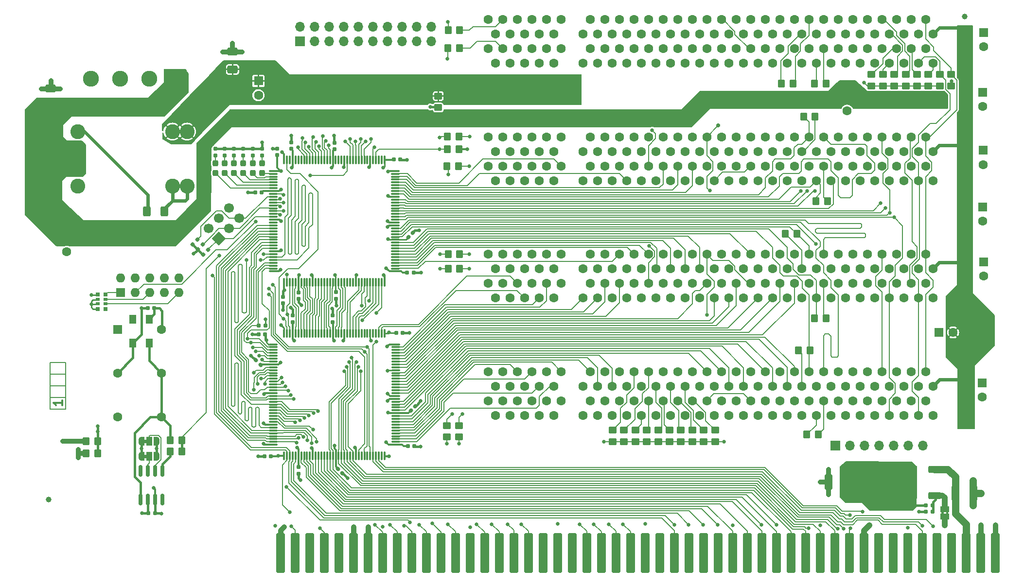
<source format=gbr>
%TF.GenerationSoftware,KiCad,Pcbnew,7.0.9*%
%TF.CreationDate,2024-02-25T17:12:21+01:00*%
%TF.ProjectId,Prometheus,50726f6d-6574-4686-9575-732e6b696361,rev?*%
%TF.SameCoordinates,Original*%
%TF.FileFunction,Copper,L1,Top*%
%TF.FilePolarity,Positive*%
%FSLAX46Y46*%
G04 Gerber Fmt 4.6, Leading zero omitted, Abs format (unit mm)*
G04 Created by KiCad (PCBNEW 7.0.9) date 2024-02-25 17:12:21*
%MOMM*%
%LPD*%
G01*
G04 APERTURE LIST*
G04 Aperture macros list*
%AMRoundRect*
0 Rectangle with rounded corners*
0 $1 Rounding radius*
0 $2 $3 $4 $5 $6 $7 $8 $9 X,Y pos of 4 corners*
0 Add a 4 corners polygon primitive as box body*
4,1,4,$2,$3,$4,$5,$6,$7,$8,$9,$2,$3,0*
0 Add four circle primitives for the rounded corners*
1,1,$1+$1,$2,$3*
1,1,$1+$1,$4,$5*
1,1,$1+$1,$6,$7*
1,1,$1+$1,$8,$9*
0 Add four rect primitives between the rounded corners*
20,1,$1+$1,$2,$3,$4,$5,0*
20,1,$1+$1,$4,$5,$6,$7,0*
20,1,$1+$1,$6,$7,$8,$9,0*
20,1,$1+$1,$8,$9,$2,$3,0*%
%AMHorizOval*
0 Thick line with rounded ends*
0 $1 width*
0 $2 $3 position (X,Y) of the first rounded end (center of the circle)*
0 $4 $5 position (X,Y) of the second rounded end (center of the circle)*
0 Add line between two ends*
20,1,$1,$2,$3,$4,$5,0*
0 Add two circle primitives to create the rounded ends*
1,1,$1,$2,$3*
1,1,$1,$4,$5*%
%AMRotRect*
0 Rectangle, with rotation*
0 The origin of the aperture is its center*
0 $1 length*
0 $2 width*
0 $3 Rotation angle, in degrees counterclockwise*
0 Add horizontal line*
21,1,$1,$2,0,0,$3*%
%AMFreePoly0*
4,1,19,0.550000,-0.750000,0.000000,-0.750000,0.000000,-0.744911,-0.071157,-0.744911,-0.207708,-0.704816,-0.327430,-0.627875,-0.420627,-0.520320,-0.479746,-0.390866,-0.500000,-0.250000,-0.500000,0.250000,-0.479746,0.390866,-0.420627,0.520320,-0.327430,0.627875,-0.207708,0.704816,-0.071157,0.744911,0.000000,0.744911,0.000000,0.750000,0.550000,0.750000,0.550000,-0.750000,0.550000,-0.750000,
$1*%
%AMFreePoly1*
4,1,19,0.000000,0.744911,0.071157,0.744911,0.207708,0.704816,0.327430,0.627875,0.420627,0.520320,0.479746,0.390866,0.500000,0.250000,0.500000,-0.250000,0.479746,-0.390866,0.420627,-0.520320,0.327430,-0.627875,0.207708,-0.704816,0.071157,-0.744911,0.000000,-0.744911,0.000000,-0.750000,-0.550000,-0.750000,-0.550000,0.750000,0.000000,0.750000,0.000000,0.744911,0.000000,0.744911,
$1*%
G04 Aperture macros list end*
%ADD10C,0.300000*%
%TA.AperFunction,NonConductor*%
%ADD11C,0.300000*%
%TD*%
%TA.AperFunction,SMDPad,CuDef*%
%ADD12RoundRect,0.250000X-0.450000X0.350000X-0.450000X-0.350000X0.450000X-0.350000X0.450000X0.350000X0*%
%TD*%
%TA.AperFunction,SMDPad,CuDef*%
%ADD13RoundRect,0.155000X0.155000X-0.212500X0.155000X0.212500X-0.155000X0.212500X-0.155000X-0.212500X0*%
%TD*%
%TA.AperFunction,ComponentPad*%
%ADD14R,1.600000X1.600000*%
%TD*%
%TA.AperFunction,ComponentPad*%
%ADD15C,1.600000*%
%TD*%
%TA.AperFunction,SMDPad,CuDef*%
%ADD16RoundRect,0.250000X0.850000X0.350000X-0.850000X0.350000X-0.850000X-0.350000X0.850000X-0.350000X0*%
%TD*%
%TA.AperFunction,SMDPad,CuDef*%
%ADD17RoundRect,0.250000X1.275000X1.125000X-1.275000X1.125000X-1.275000X-1.125000X1.275000X-1.125000X0*%
%TD*%
%TA.AperFunction,SMDPad,CuDef*%
%ADD18RoundRect,0.249997X2.950003X2.650003X-2.950003X2.650003X-2.950003X-2.650003X2.950003X-2.650003X0*%
%TD*%
%TA.AperFunction,SMDPad,CuDef*%
%ADD19RoundRect,0.237500X0.237500X-0.287500X0.237500X0.287500X-0.237500X0.287500X-0.237500X-0.287500X0*%
%TD*%
%TA.AperFunction,SMDPad,CuDef*%
%ADD20RoundRect,0.160000X0.197500X0.160000X-0.197500X0.160000X-0.197500X-0.160000X0.197500X-0.160000X0*%
%TD*%
%TA.AperFunction,SMDPad,CuDef*%
%ADD21FreePoly0,0.000000*%
%TD*%
%TA.AperFunction,SMDPad,CuDef*%
%ADD22R,1.000000X1.500000*%
%TD*%
%TA.AperFunction,SMDPad,CuDef*%
%ADD23FreePoly1,0.000000*%
%TD*%
%TA.AperFunction,SMDPad,CuDef*%
%ADD24RoundRect,0.250000X-0.350000X-0.450000X0.350000X-0.450000X0.350000X0.450000X-0.350000X0.450000X0*%
%TD*%
%TA.AperFunction,SMDPad,CuDef*%
%ADD25RoundRect,0.155000X-0.212500X-0.155000X0.212500X-0.155000X0.212500X0.155000X-0.212500X0.155000X0*%
%TD*%
%TA.AperFunction,SMDPad,CuDef*%
%ADD26RoundRect,0.155000X0.212500X0.155000X-0.212500X0.155000X-0.212500X-0.155000X0.212500X-0.155000X0*%
%TD*%
%TA.AperFunction,SMDPad,CuDef*%
%ADD27RoundRect,0.155000X-0.155000X0.212500X-0.155000X-0.212500X0.155000X-0.212500X0.155000X0.212500X0*%
%TD*%
%TA.AperFunction,SMDPad,CuDef*%
%ADD28RoundRect,0.155000X-0.040659X-0.259862X0.259862X0.040659X0.040659X0.259862X-0.259862X-0.040659X0*%
%TD*%
%TA.AperFunction,SMDPad,CuDef*%
%ADD29RoundRect,0.160000X0.160000X-0.197500X0.160000X0.197500X-0.160000X0.197500X-0.160000X-0.197500X0*%
%TD*%
%TA.AperFunction,SMDPad,CuDef*%
%ADD30RoundRect,0.160000X0.026517X0.252791X-0.252791X-0.026517X-0.026517X-0.252791X0.252791X0.026517X0*%
%TD*%
%TA.AperFunction,SMDPad,CuDef*%
%ADD31RoundRect,0.155000X-0.259862X0.040659X0.040659X-0.259862X0.259862X-0.040659X-0.040659X0.259862X0*%
%TD*%
%TA.AperFunction,SMDPad,CuDef*%
%ADD32RoundRect,0.250000X-0.400000X-0.625000X0.400000X-0.625000X0.400000X0.625000X-0.400000X0.625000X0*%
%TD*%
%TA.AperFunction,SMDPad,CuDef*%
%ADD33RoundRect,0.250000X0.350000X0.450000X-0.350000X0.450000X-0.350000X-0.450000X0.350000X-0.450000X0*%
%TD*%
%TA.AperFunction,SMDPad,CuDef*%
%ADD34R,0.700000X0.640000*%
%TD*%
%TA.AperFunction,SMDPad,CuDef*%
%ADD35R,0.700000X0.500000*%
%TD*%
%TA.AperFunction,SMDPad,CuDef*%
%ADD36R,1.200000X1.500000*%
%TD*%
%TA.AperFunction,SMDPad,CuDef*%
%ADD37RoundRect,0.155000X0.259862X-0.040659X-0.040659X0.259862X-0.259862X0.040659X0.040659X-0.259862X0*%
%TD*%
%TA.AperFunction,ComponentPad*%
%ADD38R,1.700000X1.700000*%
%TD*%
%TA.AperFunction,ComponentPad*%
%ADD39O,1.700000X1.700000*%
%TD*%
%TA.AperFunction,ComponentPad*%
%ADD40C,2.600000*%
%TD*%
%TA.AperFunction,SMDPad,CuDef*%
%ADD41RoundRect,0.250000X0.450000X-0.350000X0.450000X0.350000X-0.450000X0.350000X-0.450000X-0.350000X0*%
%TD*%
%TA.AperFunction,SMDPad,CuDef*%
%ADD42C,1.000000*%
%TD*%
%TA.AperFunction,SMDPad,CuDef*%
%ADD43RoundRect,0.250000X0.650000X-0.412500X0.650000X0.412500X-0.650000X0.412500X-0.650000X-0.412500X0*%
%TD*%
%TA.AperFunction,SMDPad,CuDef*%
%ADD44RoundRect,0.400000X0.400000X3.100000X-0.400000X3.100000X-0.400000X-3.100000X0.400000X-3.100000X0*%
%TD*%
%TA.AperFunction,SMDPad,CuDef*%
%ADD45RoundRect,0.160000X-0.197500X-0.160000X0.197500X-0.160000X0.197500X0.160000X-0.197500X0.160000X0*%
%TD*%
%TA.AperFunction,ComponentPad*%
%ADD46RotRect,1.700000X1.700000X135.000000*%
%TD*%
%TA.AperFunction,ComponentPad*%
%ADD47HorizOval,1.700000X0.000000X0.000000X0.000000X0.000000X0*%
%TD*%
%TA.AperFunction,ComponentPad*%
%ADD48RoundRect,0.695000X-0.695000X-0.695000X0.695000X-0.695000X0.695000X0.695000X-0.695000X0.695000X0*%
%TD*%
%TA.AperFunction,ComponentPad*%
%ADD49C,2.780000*%
%TD*%
%TA.AperFunction,SMDPad,CuDef*%
%ADD50RoundRect,0.250000X-0.412500X-1.100000X0.412500X-1.100000X0.412500X1.100000X-0.412500X1.100000X0*%
%TD*%
%TA.AperFunction,SMDPad,CuDef*%
%ADD51R,1.500000X1.000000*%
%TD*%
%TA.AperFunction,SMDPad,CuDef*%
%ADD52RoundRect,0.150000X0.150000X-0.825000X0.150000X0.825000X-0.150000X0.825000X-0.150000X-0.825000X0*%
%TD*%
%TA.AperFunction,SMDPad,CuDef*%
%ADD53RoundRect,0.075000X-0.662500X-0.075000X0.662500X-0.075000X0.662500X0.075000X-0.662500X0.075000X0*%
%TD*%
%TA.AperFunction,SMDPad,CuDef*%
%ADD54RoundRect,0.075000X-0.075000X-0.662500X0.075000X-0.662500X0.075000X0.662500X-0.075000X0.662500X0*%
%TD*%
%TA.AperFunction,ComponentPad*%
%ADD55O,1.600000X1.600000*%
%TD*%
%TA.AperFunction,SMDPad,CuDef*%
%ADD56RoundRect,0.250000X0.412500X1.100000X-0.412500X1.100000X-0.412500X-1.100000X0.412500X-1.100000X0*%
%TD*%
%TA.AperFunction,ViaPad*%
%ADD57C,0.670000*%
%TD*%
%TA.AperFunction,ViaPad*%
%ADD58C,0.656400*%
%TD*%
%TA.AperFunction,ViaPad*%
%ADD59C,0.711200*%
%TD*%
%TA.AperFunction,Conductor*%
%ADD60C,0.152400*%
%TD*%
%TA.AperFunction,Conductor*%
%ADD61C,0.609600*%
%TD*%
%TA.AperFunction,Conductor*%
%ADD62C,1.000000*%
%TD*%
%TA.AperFunction,Conductor*%
%ADD63C,0.406400*%
%TD*%
%TA.AperFunction,Conductor*%
%ADD64C,1.270000*%
%TD*%
%TA.AperFunction,Conductor*%
%ADD65C,0.812800*%
%TD*%
%TA.AperFunction,Conductor*%
%ADD66C,0.400000*%
%TD*%
%TA.AperFunction,Conductor*%
%ADD67C,0.304800*%
%TD*%
%TA.AperFunction,Conductor*%
%ADD68C,0.300000*%
%TD*%
%TA.AperFunction,Conductor*%
%ADD69C,0.250000*%
%TD*%
%TA.AperFunction,Conductor*%
%ADD70C,0.914400*%
%TD*%
%TA.AperFunction,Conductor*%
%ADD71C,0.254000*%
%TD*%
G04 APERTURE END LIST*
D10*
D11*
X-151647172Y2610226D02*
X-151647172Y1753083D01*
X-151647172Y2181654D02*
X-153147172Y2181654D01*
X-153147172Y2181654D02*
X-152932886Y2038797D01*
X-152932886Y2038797D02*
X-152790029Y1895940D01*
X-152790029Y1895940D02*
X-152718600Y1753083D01*
%TA.AperFunction,EtchedComponent*%
%TO.C,JP2*%
G36*
X-136878800Y-4821200D02*
G01*
X-137378800Y-4821200D01*
X-137378800Y-4221200D01*
X-136878800Y-4221200D01*
X-136878800Y-4821200D01*
G37*
%TD.AperFunction*%
%TA.AperFunction,EtchedComponent*%
%TO.C,JP1*%
G36*
X2682800Y-17227600D02*
G01*
X2282800Y-17227600D01*
X2282800Y-16727600D01*
X2682800Y-16727600D01*
X2682800Y-17227600D01*
G37*
%TD.AperFunction*%
%TA.AperFunction,EtchedComponent*%
G36*
X1882800Y-17227600D02*
G01*
X1482800Y-17227600D01*
X1482800Y-16727600D01*
X1882800Y-16727600D01*
X1882800Y-17227600D01*
G37*
%TD.AperFunction*%
%TA.AperFunction,EtchedComponent*%
%TO.C,JP3*%
G36*
X-136878800Y-7472700D02*
G01*
X-137378800Y-7472700D01*
X-137378800Y-6872700D01*
X-136878800Y-6872700D01*
X-136878800Y-7472700D01*
G37*
%TD.AperFunction*%
%TD*%
D12*
%TO.P,R11,1*%
%TO.N,~{P-TRDY}*%
X-41910000Y-2606800D03*
%TO.P,R11,2*%
%TO.N,+5V*%
X-41910000Y-4606800D03*
%TD*%
%TO.P,R21,1*%
%TO.N,~{P-INTD}*%
X-4748000Y59369200D03*
%TO.P,R21,2*%
%TO.N,+5V*%
X-4748000Y57369200D03*
%TD*%
D13*
%TO.P,C7,1*%
%TO.N,VDD*%
X-111760000Y46422500D03*
%TO.P,C7,2*%
%TO.N,GNDD*%
X-111760000Y47557500D03*
%TD*%
D14*
%TO.P,C303,1*%
%TO.N,+5V*%
X8572900Y5659400D03*
D15*
%TO.P,C303,2*%
%TO.N,GNDD*%
X8572900Y3159400D03*
%TD*%
D16*
%TO.P,VR100,1,ADJ*%
%TO.N,Net-(JP1-A)*%
X304200Y-13965000D03*
D17*
%TO.P,VR100,2,VO*%
%TO.N,VDD*%
X-4320800Y-13210000D03*
X-4320800Y-10160000D03*
D18*
X-5995800Y-11685000D03*
D17*
X-7670800Y-13210000D03*
X-7670800Y-10160000D03*
D16*
%TO.P,VR100,3,VI*%
%TO.N,VCC*%
X304200Y-9405000D03*
%TD*%
D19*
%TO.P,LED6,1,K*%
%TO.N,LED5*%
X-124956000Y42203400D03*
%TO.P,LED6,2,A*%
%TO.N,Net-(LED6-A)*%
X-124956000Y43953400D03*
%TD*%
D14*
%TO.P,C308,1*%
%TO.N,+12V*%
X-150825200Y30998800D03*
D15*
%TO.P,C308,2*%
%TO.N,GNDD*%
X-150825200Y28498800D03*
%TD*%
D20*
%TO.P,R102,1*%
%TO.N,Net-(JP1-A)*%
X-62900Y-16764000D03*
%TO.P,R102,2*%
%TO.N,GNDD*%
X-1257900Y-16764000D03*
%TD*%
D21*
%TO.P,JP2,1,A*%
%TO.N,GNDD*%
X-137778800Y-4521200D03*
D22*
%TO.P,JP2,2,C*%
%TO.N,Net-(IC220-S0)*%
X-136478800Y-4521200D03*
D23*
%TO.P,JP2,3,B*%
%TO.N,VPP*%
X-135178800Y-4521200D03*
%TD*%
D24*
%TO.P,R201,1*%
%TO.N,SYSCLK_PLL*%
X-132826000Y-6299200D03*
%TO.P,R201,2*%
%TO.N,SYSCLK*%
X-130826000Y-6299200D03*
%TD*%
D12*
%TO.P,R10,1*%
%TO.N,~{P-FRAME}*%
X-37944800Y-2606800D03*
%TO.P,R10,2*%
%TO.N,+5V*%
X-37944800Y-4606800D03*
%TD*%
D25*
%TO.P,C207,1*%
%TO.N,VDD*%
X-91448700Y-5384800D03*
%TO.P,C207,2*%
%TO.N,GNDD*%
X-90313700Y-5384800D03*
%TD*%
D26*
%TO.P,C206,1*%
%TO.N,VDD*%
X-115256500Y-7112000D03*
%TO.P,C206,2*%
%TO.N,GNDD*%
X-116391500Y-7112000D03*
%TD*%
D14*
%TO.P,Q201/Q202,1,Tri-State*%
%TO.N,unconnected-(Q201/Q202-Tri-State-Pad1)*%
X-141964804Y14964625D03*
D15*
%TO.P,Q201/Q202,4,GND*%
%TO.N,GNDD*%
X-141964804Y7344625D03*
%TO.P,Q201/Q202,7,GND*%
X-141964804Y-275375D03*
%TO.P,Q201/Q202,8,OUT*%
%TO.N,SYSCLK_OSC*%
X-134344804Y-275375D03*
%TO.P,Q201/Q202,11,OUT*%
X-134344804Y7344625D03*
%TO.P,Q201/Q202,14,Vcc*%
%TO.N,VPP*%
X-134344804Y14964625D03*
%TD*%
D27*
%TO.P,C6,1*%
%TO.N,VDD*%
X-113182400Y20633500D03*
%TO.P,C6,2*%
%TO.N,GNDD*%
X-113182400Y19498500D03*
%TD*%
D28*
%TO.P,C4,1*%
%TO.N,VDD*%
X-91333283Y31043917D03*
%TO.P,C4,2*%
%TO.N,GNDD*%
X-90530717Y31846483D03*
%TD*%
D12*
%TO.P,R15,1*%
%TO.N,~{P-LOCK}*%
X-47853600Y-2606800D03*
%TO.P,R15,2*%
%TO.N,+5V*%
X-47853600Y-4606800D03*
%TD*%
D29*
%TO.P,R36,1*%
%TO.N,Net-(LED5-A)*%
X-123342400Y45274900D03*
%TO.P,R36,2*%
%TO.N,VDD*%
X-123342400Y46469900D03*
%TD*%
D20*
%TO.P,R1,1*%
%TO.N,VDD*%
X-116203800Y15595600D03*
%TO.P,R1,2*%
%TO.N,SENSEZ3*%
X-117398800Y15595600D03*
%TD*%
D12*
%TO.P,R8,1*%
%TO.N,Net-(X300-ACK64#)*%
X-84624800Y-1786000D03*
%TO.P,R8,2*%
%TO.N,+5V*%
X-84624800Y-3786000D03*
%TD*%
D27*
%TO.P,C9,1*%
%TO.N,VDD*%
X-110439200Y21395500D03*
%TO.P,C9,2*%
%TO.N,GNDD*%
X-110439200Y20260500D03*
%TD*%
D15*
%TO.P,X303,A1,TRST#*%
%TO.N,P-TRST*%
X0Y61341000D03*
%TO.P,X303,A2,+12V*%
%TO.N,+12V*%
X-1270000Y63881000D03*
%TO.P,X303,A3,TMS*%
%TO.N,P-TMS*%
X-2540000Y61341000D03*
%TO.P,X303,A4,TDI*%
%TO.N,P-TDI*%
X-3810000Y63881000D03*
%TO.P,X303,A5,+5V*%
%TO.N,+5V*%
X-5080000Y61341000D03*
%TO.P,X303,A6,INTA#*%
%TO.N,~{P-INTA}*%
X-6350000Y63881000D03*
%TO.P,X303,A7,INTC#*%
%TO.N,~{P-INTC}*%
X-7620000Y61341000D03*
%TO.P,X303,A8,+5V*%
%TO.N,+5V*%
X-8890000Y63881000D03*
%TO.P,X303,A9,RESERVED*%
%TO.N,unconnected-(X303-RESERVED-PadA9)*%
X-10160000Y61341000D03*
%TO.P,X303,A10,+5V*%
%TO.N,+5V*%
X-11430000Y63881000D03*
%TO.P,X303,A11,RESERVED*%
%TO.N,unconnected-(X303-RESERVED-PadA11)*%
X-12700000Y61341000D03*
%TO.P,X303,A12,GND*%
%TO.N,GNDD*%
X-13970000Y63881000D03*
%TO.P,X303,A13,GND*%
X-15240000Y61341000D03*
%TO.P,X303,A14,RESERVED*%
%TO.N,unconnected-(X303-RESERVED-PadA14)*%
X-16510000Y63881000D03*
%TO.P,X303,A15,RST#*%
%TO.N,~{P-RST}*%
X-17780000Y61341000D03*
%TO.P,X303,A16,+5V*%
%TO.N,+5V*%
X-19050000Y63881000D03*
%TO.P,X303,A17,GNT#*%
%TO.N,~{P-GNT3}*%
X-20320000Y61341000D03*
%TO.P,X303,A18,GND*%
%TO.N,GNDD*%
X-21590000Y63881000D03*
%TO.P,X303,A19,RESERVED*%
%TO.N,unconnected-(X303-RESERVED-PadA19)*%
X-22860000Y61341000D03*
%TO.P,X303,A20,AD[30]*%
%TO.N,P-AD30*%
X-24130000Y63881000D03*
%TO.P,X303,A21,+3.3V*%
%TO.N,+3V3*%
X-25400000Y61341000D03*
%TO.P,X303,A22,AD[28]*%
%TO.N,P-AD28*%
X-26670000Y63881000D03*
%TO.P,X303,A23,AD[26]*%
%TO.N,P-AD26*%
X-27940000Y61341000D03*
%TO.P,X303,A24,GND*%
%TO.N,GNDD*%
X-29210000Y63881000D03*
%TO.P,X303,A25,AD[24]*%
%TO.N,P-AD24*%
X-30480000Y61341000D03*
%TO.P,X303,A26,IDSEL*%
%TO.N,P-AD19*%
X-31750000Y63881000D03*
%TO.P,X303,A27,+3.3V*%
%TO.N,+3V3*%
X-33020000Y61341000D03*
%TO.P,X303,A28,AD[22]*%
%TO.N,P-AD22*%
X-34290000Y63881000D03*
%TO.P,X303,A29,AD[20]*%
%TO.N,P-AD20*%
X-35560000Y61341000D03*
%TO.P,X303,A30,GND*%
%TO.N,GNDD*%
X-36830000Y63881000D03*
%TO.P,X303,A31,AD[18]*%
%TO.N,P-AD18*%
X-38100000Y61341000D03*
%TO.P,X303,A32,AD[16]*%
%TO.N,P-AD16*%
X-39370000Y63881000D03*
%TO.P,X303,A33,+3.3V*%
%TO.N,+3V3*%
X-40640000Y61341000D03*
%TO.P,X303,A34,FRAME#*%
%TO.N,~{P-FRAME}*%
X-41910000Y63881000D03*
%TO.P,X303,A35,GND*%
%TO.N,GNDD*%
X-43180000Y61341000D03*
%TO.P,X303,A36,TRDY#*%
%TO.N,~{P-TRDY}*%
X-44450000Y63881000D03*
%TO.P,X303,A37,GND*%
%TO.N,GNDD*%
X-45720000Y61341000D03*
%TO.P,X303,A38,STOP#*%
%TO.N,~{P-STOP}*%
X-46990000Y63881000D03*
%TO.P,X303,A39,+3.3V*%
%TO.N,+3V3*%
X-48260000Y61341000D03*
%TO.P,X303,A40,SDONE*%
%TO.N,SDONE*%
X-49530000Y63881000D03*
%TO.P,X303,A41,SBO#*%
%TO.N,~{SBO}*%
X-50800000Y61341000D03*
%TO.P,X303,A42,GND*%
%TO.N,GNDD*%
X-52070000Y63881000D03*
%TO.P,X303,A43,PAR*%
%TO.N,P-PAR*%
X-53340000Y61341000D03*
%TO.P,X303,A44,AD[15]*%
%TO.N,P-AD15*%
X-54610000Y63881000D03*
%TO.P,X303,A45,+3.3V*%
%TO.N,+3V3*%
X-55880000Y61341000D03*
%TO.P,X303,A46,AD[13]*%
%TO.N,P-AD13*%
X-57150000Y63881000D03*
%TO.P,X303,A47,AD[11]*%
%TO.N,P-AD11*%
X-58420000Y61341000D03*
%TO.P,X303,A48,GND*%
%TO.N,GNDD*%
X-59690000Y63881000D03*
%TO.P,X303,A49,AD[09]*%
%TO.N,P-AD9*%
X-60960000Y61341000D03*
%TO.P,X303,A52,C/BE#[0]*%
%TO.N,~{P-CBE0}*%
X-64770000Y63881000D03*
%TO.P,X303,A53,+3.3V*%
%TO.N,+3V3*%
X-66040000Y61341000D03*
%TO.P,X303,A54,AD[06]*%
%TO.N,P-AD6*%
X-67310000Y63881000D03*
%TO.P,X303,A55,AD[04]*%
%TO.N,P-AD4*%
X-68580000Y61341000D03*
%TO.P,X303,A56,GND*%
%TO.N,GNDD*%
X-69850000Y63881000D03*
%TO.P,X303,A57,AD[02]*%
%TO.N,P-AD2*%
X-71120000Y61341000D03*
%TO.P,X303,A58,AD[00]*%
%TO.N,P-AD0*%
X-72390000Y63881000D03*
%TO.P,X303,A59,+5V*%
%TO.N,+5V*%
X-73660000Y61341000D03*
%TO.P,X303,A60,REQ64#*%
%TO.N,Net-(X303-REQ64#)*%
X-74930000Y63881000D03*
%TO.P,X303,A61,+5V*%
%TO.N,+5V*%
X-76200000Y61341000D03*
%TO.P,X303,A62,+5V*%
X-77470000Y63881000D03*
%TO.P,X303,B1,-12V*%
%TO.N,-12V*%
X0Y66421000D03*
%TO.P,X303,B2,TCK*%
%TO.N,P-TCK*%
X-1270000Y68961000D03*
%TO.P,X303,B3,GND*%
%TO.N,GNDD*%
X-2540000Y66421000D03*
%TO.P,X303,B4,TDO*%
%TO.N,P-TD1*%
X-3810000Y68961000D03*
%TO.P,X303,B5,+5V*%
%TO.N,+5V*%
X-5080000Y66421000D03*
%TO.P,X303,B6,+5V*%
X-6350000Y68961000D03*
%TO.P,X303,B7,INTB#*%
%TO.N,~{P-INTB}*%
X-7620000Y66421000D03*
%TO.P,X303,B8,INTD#*%
%TO.N,~{P-INTD}*%
X-8890000Y68961000D03*
%TO.P,X303,B9,PRSNT1#*%
%TO.N,unconnected-(X303-PRSNT1#-PadB9)*%
X-10160000Y66421000D03*
%TO.P,X303,B10,RESERVED*%
%TO.N,unconnected-(X303-RESERVED-PadB10)*%
X-11430000Y68961000D03*
%TO.P,X303,B11,PRSNT2#*%
%TO.N,unconnected-(X303-PRSNT2#-PadB11)*%
X-12700000Y66421000D03*
%TO.P,X303,B12,GND*%
%TO.N,GNDD*%
X-13970000Y68961000D03*
%TO.P,X303,B13,GND*%
X-15240000Y66421000D03*
%TO.P,X303,B14,RESERVED*%
%TO.N,unconnected-(X303-RESERVED-PadB14)*%
X-16510000Y68961000D03*
%TO.P,X303,B15,GND*%
%TO.N,GNDD*%
X-17780000Y66421000D03*
%TO.P,X303,B16,CLK*%
%TO.N,P-CLK3*%
X-19050000Y68961000D03*
%TO.P,X303,B17,GND*%
%TO.N,GNDD*%
X-20320000Y66421000D03*
%TO.P,X303,B18,REQ#*%
%TO.N,~{P-REQ3}*%
X-21590000Y68961000D03*
%TO.P,X303,B19,+5V*%
%TO.N,+5V*%
X-22860000Y66421000D03*
%TO.P,X303,B20,AD[31]*%
%TO.N,P-AD31*%
X-24130000Y68961000D03*
%TO.P,X303,B21,AD[29]*%
%TO.N,P-AD29*%
X-25400000Y66421000D03*
%TO.P,X303,B22,GND*%
%TO.N,GNDD*%
X-26670000Y68961000D03*
%TO.P,X303,B23,AD[27]*%
%TO.N,P-AD27*%
X-27940000Y66421000D03*
%TO.P,X303,B24,AD[25]*%
%TO.N,P-AD25*%
X-29210000Y68961000D03*
%TO.P,X303,B25,+3.3V*%
%TO.N,+3V3*%
X-30480000Y66421000D03*
%TO.P,X303,B26,C/BE#[3]*%
%TO.N,~{P-CBE3}*%
X-31750000Y68961000D03*
%TO.P,X303,B27,AD[23]*%
%TO.N,P-AD23*%
X-33020000Y66421000D03*
%TO.P,X303,B28,GND*%
%TO.N,GNDD*%
X-34290000Y68961000D03*
%TO.P,X303,B29,AD[21]*%
%TO.N,P-AD21*%
X-35560000Y66421000D03*
%TO.P,X303,B30,AD[19]*%
%TO.N,P-AD19*%
X-36830000Y68961000D03*
%TO.P,X303,B31,+3.3V*%
%TO.N,+3V3*%
X-38100000Y66421000D03*
%TO.P,X303,B32,AD[17]*%
%TO.N,P-AD17*%
X-39370000Y68961000D03*
%TO.P,X303,B33,C/BE#[2]*%
%TO.N,~{P-CBE2}*%
X-40640000Y66421000D03*
%TO.P,X303,B34,GND*%
%TO.N,GNDD*%
X-41910000Y68961000D03*
%TO.P,X303,B35,IRDY#*%
%TO.N,~{P-IRDY}*%
X-43180000Y66421000D03*
%TO.P,X303,B36,+3.3V*%
%TO.N,+3V3*%
X-44450000Y68961000D03*
%TO.P,X303,B37,DEVSEL#*%
%TO.N,~{P-DEVSEL}*%
X-45720000Y66421000D03*
%TO.P,X303,B38,GND*%
%TO.N,GNDD*%
X-46990000Y68961000D03*
%TO.P,X303,B39,LOCK#*%
%TO.N,~{P-LOCK}*%
X-48260000Y66421000D03*
%TO.P,X303,B40,PERR#*%
%TO.N,~{P-PERR}*%
X-49530000Y68961000D03*
%TO.P,X303,B41,+3.3V*%
%TO.N,+3V3*%
X-50800000Y66421000D03*
%TO.P,X303,B42,SERR#*%
%TO.N,~{P-SERR}*%
X-52070000Y68961000D03*
%TO.P,X303,B43,+3.3V*%
%TO.N,+3V3*%
X-53340000Y66421000D03*
%TO.P,X303,B44,C/BE#[1]*%
%TO.N,~{P-CBE1}*%
X-54610000Y68961000D03*
%TO.P,X303,B45,AD[14]*%
%TO.N,P-AD14*%
X-55880000Y66421000D03*
%TO.P,X303,B46,GND*%
%TO.N,GNDD*%
X-57150000Y68961000D03*
%TO.P,X303,B47,AD[12]*%
%TO.N,P-AD12*%
X-58420000Y66421000D03*
%TO.P,X303,B48,AD[10]*%
%TO.N,P-AD10*%
X-59690000Y68961000D03*
%TO.P,X303,B49,GND*%
%TO.N,GNDD*%
X-60960000Y66421000D03*
%TO.P,X303,B52,AD[08]*%
%TO.N,P-AD8*%
X-64770000Y68961000D03*
%TO.P,X303,B53,AD[07]*%
%TO.N,P-AD7*%
X-66040000Y66421000D03*
%TO.P,X303,B54,+3.3V*%
%TO.N,+3V3*%
X-67310000Y68961000D03*
%TO.P,X303,B55,AD[05]*%
%TO.N,P-AD5*%
X-68580000Y66421000D03*
%TO.P,X303,B56,AD[03]*%
%TO.N,P-AD3*%
X-69850000Y68961000D03*
%TO.P,X303,B57,GND*%
%TO.N,GNDD*%
X-71120000Y66421000D03*
%TO.P,X303,B58,AD[01]*%
%TO.N,P-AD1*%
X-72390000Y68961000D03*
%TO.P,X303,B59,+5V*%
%TO.N,+5V*%
X-73660000Y66421000D03*
%TO.P,X303,B60,ACK64#*%
%TO.N,Net-(X303-ACK64#)*%
X-74930000Y68961000D03*
%TO.P,X303,B61,+5V*%
%TO.N,+5V*%
X-76200000Y66421000D03*
%TO.P,X303,B62,+5V*%
X-77470000Y68961000D03*
%TD*%
D14*
%TO.P,C311,1*%
%TO.N,+3V3*%
X-117449600Y58267600D03*
D15*
%TO.P,C311,2*%
%TO.N,GNDD*%
X-117449600Y55767600D03*
%TD*%
D14*
%TO.P,C305,1*%
%TO.N,+5V*%
X8788400Y66695200D03*
D15*
%TO.P,C305,2*%
%TO.N,GNDD*%
X8788400Y64195200D03*
%TD*%
D19*
%TO.P,LED4,1,K*%
%TO.N,LED3*%
X-121709600Y42203400D03*
%TO.P,LED4,2,A*%
%TO.N,Net-(LED4-A)*%
X-121709600Y43953400D03*
%TD*%
D27*
%TO.P,C1,1*%
%TO.N,VDD*%
X-103936800Y21446300D03*
%TO.P,C1,2*%
%TO.N,GNDD*%
X-103936800Y20311300D03*
%TD*%
D12*
%TO.P,R28,1*%
%TO.N,P-TMS*%
X1195600Y59369200D03*
%TO.P,R28,2*%
%TO.N,+5V*%
X1195600Y57369200D03*
%TD*%
D14*
%TO.P,C307,1*%
%TO.N,+5V*%
X8829751Y26737558D03*
D15*
%TO.P,C307,2*%
%TO.N,GNDD*%
X8829751Y24237558D03*
%TD*%
D30*
%TO.P,R40,1*%
%TO.N,OPT2*%
X-126221904Y28870496D03*
%TO.P,R40,2*%
%TO.N,VDD*%
X-127066896Y28025504D03*
%TD*%
D31*
%TO.P,C209,1*%
%TO.N,VDD*%
X-103626883Y-9301517D03*
%TO.P,C209,2*%
%TO.N,GNDD*%
X-102824317Y-10104083D03*
%TD*%
D32*
%TO.P,R300,1*%
%TO.N,GNDD*%
X-136907200Y35509200D03*
%TO.P,R300,2*%
%TO.N,Net-(VR300-VADJ)*%
X-133807200Y35509200D03*
%TD*%
D33*
%TO.P,R43,1*%
%TO.N,~{P-REQ0}*%
X-21428200Y11328400D03*
%TO.P,R43,2*%
%TO.N,+5V*%
X-23428200Y11328400D03*
%TD*%
D13*
%TO.P,C204,1*%
%TO.N,VDD*%
X-111506000Y16247300D03*
%TO.P,C204,2*%
%TO.N,GNDD*%
X-111506000Y17382300D03*
%TD*%
D12*
%TO.P,R31,1*%
%TO.N,P-TRST*%
X-785600Y59369200D03*
%TO.P,R31,2*%
%TO.N,+5V*%
X-785600Y57369200D03*
%TD*%
D29*
%TO.P,R35,1*%
%TO.N,Net-(LED4-A)*%
X-121716800Y45274900D03*
%TO.P,R35,2*%
%TO.N,VDD*%
X-121716800Y46469900D03*
%TD*%
D34*
%TO.P,RA202,1,R1.1*%
%TO.N,GNDD*%
X-145468800Y21082000D03*
D35*
%TO.P,RA202,2,R2.1*%
%TO.N,VDD*%
X-145468800Y20212000D03*
%TO.P,RA202,3,R3.1*%
X-145468800Y19412000D03*
D34*
%TO.P,RA202,4,R4.1*%
X-145468800Y18542000D03*
%TO.P,RA202,5,R4.2*%
%TO.N,unconnected-(RA202-R4.2-Pad5)*%
X-144068800Y18542000D03*
D35*
%TO.P,RA202,6,R3.2*%
%TO.N,TDI*%
X-144068800Y19412000D03*
%TO.P,RA202,7,R2.2*%
%TO.N,TMS*%
X-144068800Y20212000D03*
D34*
%TO.P,RA202,8,R1.2*%
%TO.N,TCK*%
X-144068800Y21082000D03*
%TD*%
D12*
%TO.P,R41,1*%
%TO.N,SDONE*%
X-49834800Y-2606800D03*
%TO.P,R41,2*%
%TO.N,+5V*%
X-49834800Y-4606800D03*
%TD*%
D25*
%TO.P,C203,1*%
%TO.N,VDD*%
X-93480700Y14376400D03*
%TO.P,C203,2*%
%TO.N,GNDD*%
X-92345700Y14376400D03*
%TD*%
D15*
%TO.P,X301,A1,TRST#*%
%TO.N,P-TRST*%
X0Y20447000D03*
%TO.P,X301,A2,+12V*%
%TO.N,+12V*%
X-1270000Y22987000D03*
%TO.P,X301,A3,TMS*%
%TO.N,P-TMS*%
X-2540000Y20447000D03*
%TO.P,X301,A4,TDI*%
%TO.N,P-TD2*%
X-3810000Y22987000D03*
%TO.P,X301,A5,+5V*%
%TO.N,+5V*%
X-5080000Y20447000D03*
%TO.P,X301,A6,INTA#*%
%TO.N,~{P-INTA}*%
X-6350000Y22987000D03*
%TO.P,X301,A7,INTC#*%
%TO.N,~{P-INTC}*%
X-7620000Y20447000D03*
%TO.P,X301,A8,+5V*%
%TO.N,+5V*%
X-8890000Y22987000D03*
%TO.P,X301,A9,RESERVED*%
%TO.N,unconnected-(X301-RESERVED-PadA9)*%
X-10160000Y20447000D03*
%TO.P,X301,A10,+5V*%
%TO.N,+5V*%
X-11430000Y22987000D03*
%TO.P,X301,A11,RESERVED*%
%TO.N,unconnected-(X301-RESERVED-PadA11)*%
X-12700000Y20447000D03*
%TO.P,X301,A12,GND*%
%TO.N,GNDD*%
X-13970000Y22987000D03*
%TO.P,X301,A13,GND*%
X-15240000Y20447000D03*
%TO.P,X301,A14,RESERVED*%
%TO.N,unconnected-(X301-RESERVED-PadA14)*%
X-16510000Y22987000D03*
%TO.P,X301,A15,RST#*%
%TO.N,~{P-RST}*%
X-17780000Y20447000D03*
%TO.P,X301,A16,+5V*%
%TO.N,+5V*%
X-19050000Y22987000D03*
%TO.P,X301,A17,GNT#*%
%TO.N,~{P-GNT1}*%
X-20320000Y20447000D03*
%TO.P,X301,A18,GND*%
%TO.N,GNDD*%
X-21590000Y22987000D03*
%TO.P,X301,A19,RESERVED*%
%TO.N,unconnected-(X301-RESERVED-PadA19)*%
X-22860000Y20447000D03*
%TO.P,X301,A20,AD[30]*%
%TO.N,P-AD30*%
X-24130000Y22987000D03*
%TO.P,X301,A21,+3.3V*%
%TO.N,+3V3*%
X-25400000Y20447000D03*
%TO.P,X301,A22,AD[28]*%
%TO.N,P-AD28*%
X-26670000Y22987000D03*
%TO.P,X301,A23,AD[26]*%
%TO.N,P-AD26*%
X-27940000Y20447000D03*
%TO.P,X301,A24,GND*%
%TO.N,GNDD*%
X-29210000Y22987000D03*
%TO.P,X301,A25,AD[24]*%
%TO.N,P-AD24*%
X-30480000Y20447000D03*
%TO.P,X301,A26,IDSEL*%
%TO.N,P-AD17*%
X-31750000Y22987000D03*
%TO.P,X301,A27,+3.3V*%
%TO.N,+3V3*%
X-33020000Y20447000D03*
%TO.P,X301,A28,AD[22]*%
%TO.N,P-AD22*%
X-34290000Y22987000D03*
%TO.P,X301,A29,AD[20]*%
%TO.N,P-AD20*%
X-35560000Y20447000D03*
%TO.P,X301,A30,GND*%
%TO.N,GNDD*%
X-36830000Y22987000D03*
%TO.P,X301,A31,AD[18]*%
%TO.N,P-AD18*%
X-38100000Y20447000D03*
%TO.P,X301,A32,AD[16]*%
%TO.N,P-AD16*%
X-39370000Y22987000D03*
%TO.P,X301,A33,+3.3V*%
%TO.N,+3V3*%
X-40640000Y20447000D03*
%TO.P,X301,A34,FRAME#*%
%TO.N,~{P-FRAME}*%
X-41910000Y22987000D03*
%TO.P,X301,A35,GND*%
%TO.N,GNDD*%
X-43180000Y20447000D03*
%TO.P,X301,A36,TRDY#*%
%TO.N,~{P-TRDY}*%
X-44450000Y22987000D03*
%TO.P,X301,A37,GND*%
%TO.N,GNDD*%
X-45720000Y20447000D03*
%TO.P,X301,A38,STOP#*%
%TO.N,~{P-STOP}*%
X-46990000Y22987000D03*
%TO.P,X301,A39,+3.3V*%
%TO.N,+3V3*%
X-48260000Y20447000D03*
%TO.P,X301,A40,SDONE*%
%TO.N,SDONE*%
X-49530000Y22987000D03*
%TO.P,X301,A41,SBO#*%
%TO.N,~{SBO}*%
X-50800000Y20447000D03*
%TO.P,X301,A42,GND*%
%TO.N,GNDD*%
X-52070000Y22987000D03*
%TO.P,X301,A43,PAR*%
%TO.N,P-PAR*%
X-53340000Y20447000D03*
%TO.P,X301,A44,AD[15]*%
%TO.N,P-AD15*%
X-54610000Y22987000D03*
%TO.P,X301,A45,+3.3V*%
%TO.N,+3V3*%
X-55880000Y20447000D03*
%TO.P,X301,A46,AD[13]*%
%TO.N,P-AD13*%
X-57150000Y22987000D03*
%TO.P,X301,A47,AD[11]*%
%TO.N,P-AD11*%
X-58420000Y20447000D03*
%TO.P,X301,A48,GND*%
%TO.N,GNDD*%
X-59690000Y22987000D03*
%TO.P,X301,A49,AD[09]*%
%TO.N,P-AD9*%
X-60960000Y20447000D03*
%TO.P,X301,A52,C/BE#[0]*%
%TO.N,~{P-CBE0}*%
X-64770000Y22987000D03*
%TO.P,X301,A53,+3.3V*%
%TO.N,+3V3*%
X-66040000Y20447000D03*
%TO.P,X301,A54,AD[06]*%
%TO.N,P-AD6*%
X-67310000Y22987000D03*
%TO.P,X301,A55,AD[04]*%
%TO.N,P-AD4*%
X-68580000Y20447000D03*
%TO.P,X301,A56,GND*%
%TO.N,GNDD*%
X-69850000Y22987000D03*
%TO.P,X301,A57,AD[02]*%
%TO.N,P-AD2*%
X-71120000Y20447000D03*
%TO.P,X301,A58,AD[00]*%
%TO.N,P-AD0*%
X-72390000Y22987000D03*
%TO.P,X301,A59,+5V*%
%TO.N,+5V*%
X-73660000Y20447000D03*
%TO.P,X301,A60,REQ64#*%
%TO.N,Net-(X301-REQ64#)*%
X-74930000Y22987000D03*
%TO.P,X301,A61,+5V*%
%TO.N,+5V*%
X-76200000Y20447000D03*
%TO.P,X301,A62,+5V*%
X-77470000Y22987000D03*
%TO.P,X301,B1,-12V*%
%TO.N,-12V*%
X0Y25527000D03*
%TO.P,X301,B2,TCK*%
%TO.N,P-TCK*%
X-1270000Y28067000D03*
%TO.P,X301,B3,GND*%
%TO.N,GNDD*%
X-2540000Y25527000D03*
%TO.P,X301,B4,TDO*%
%TO.N,P-TD3*%
X-3810000Y28067000D03*
%TO.P,X301,B5,+5V*%
%TO.N,+5V*%
X-5080000Y25527000D03*
%TO.P,X301,B6,+5V*%
X-6350000Y28067000D03*
%TO.P,X301,B7,INTB#*%
%TO.N,~{P-INTB}*%
X-7620000Y25527000D03*
%TO.P,X301,B8,INTD#*%
%TO.N,~{P-INTD}*%
X-8890000Y28067000D03*
%TO.P,X301,B9,PRSNT1#*%
%TO.N,unconnected-(X301-PRSNT1#-PadB9)*%
X-10160000Y25527000D03*
%TO.P,X301,B10,RESERVED*%
%TO.N,unconnected-(X301-RESERVED-PadB10)*%
X-11430000Y28067000D03*
%TO.P,X301,B11,PRSNT2#*%
%TO.N,unconnected-(X301-PRSNT2#-PadB11)*%
X-12700000Y25527000D03*
%TO.P,X301,B12,GND*%
%TO.N,GNDD*%
X-13970000Y28067000D03*
%TO.P,X301,B13,GND*%
X-15240000Y25527000D03*
%TO.P,X301,B14,RESERVED*%
%TO.N,unconnected-(X301-RESERVED-PadB14)*%
X-16510000Y28067000D03*
%TO.P,X301,B15,GND*%
%TO.N,GNDD*%
X-17780000Y25527000D03*
%TO.P,X301,B16,CLK*%
%TO.N,P-CLK1*%
X-19050000Y28067000D03*
%TO.P,X301,B17,GND*%
%TO.N,GNDD*%
X-20320000Y25527000D03*
%TO.P,X301,B18,REQ#*%
%TO.N,~{P-REQ1}*%
X-21590000Y28067000D03*
%TO.P,X301,B19,+5V*%
%TO.N,+5V*%
X-22860000Y25527000D03*
%TO.P,X301,B20,AD[31]*%
%TO.N,P-AD31*%
X-24130000Y28067000D03*
%TO.P,X301,B21,AD[29]*%
%TO.N,P-AD29*%
X-25400000Y25527000D03*
%TO.P,X301,B22,GND*%
%TO.N,GNDD*%
X-26670000Y28067000D03*
%TO.P,X301,B23,AD[27]*%
%TO.N,P-AD27*%
X-27940000Y25527000D03*
%TO.P,X301,B24,AD[25]*%
%TO.N,P-AD25*%
X-29210000Y28067000D03*
%TO.P,X301,B25,+3.3V*%
%TO.N,+3V3*%
X-30480000Y25527000D03*
%TO.P,X301,B26,C/BE#[3]*%
%TO.N,~{P-CBE3}*%
X-31750000Y28067000D03*
%TO.P,X301,B27,AD[23]*%
%TO.N,P-AD23*%
X-33020000Y25527000D03*
%TO.P,X301,B28,GND*%
%TO.N,GNDD*%
X-34290000Y28067000D03*
%TO.P,X301,B29,AD[21]*%
%TO.N,P-AD21*%
X-35560000Y25527000D03*
%TO.P,X301,B30,AD[19]*%
%TO.N,P-AD19*%
X-36830000Y28067000D03*
%TO.P,X301,B31,+3.3V*%
%TO.N,+3V3*%
X-38100000Y25527000D03*
%TO.P,X301,B32,AD[17]*%
%TO.N,P-AD17*%
X-39370000Y28067000D03*
%TO.P,X301,B33,C/BE#[2]*%
%TO.N,~{P-CBE2}*%
X-40640000Y25527000D03*
%TO.P,X301,B34,GND*%
%TO.N,GNDD*%
X-41910000Y28067000D03*
%TO.P,X301,B35,IRDY#*%
%TO.N,~{P-IRDY}*%
X-43180000Y25527000D03*
%TO.P,X301,B36,+3.3V*%
%TO.N,+3V3*%
X-44450000Y28067000D03*
%TO.P,X301,B37,DEVSEL#*%
%TO.N,~{P-DEVSEL}*%
X-45720000Y25527000D03*
%TO.P,X301,B38,GND*%
%TO.N,GNDD*%
X-46990000Y28067000D03*
%TO.P,X301,B39,LOCK#*%
%TO.N,~{P-LOCK}*%
X-48260000Y25527000D03*
%TO.P,X301,B40,PERR#*%
%TO.N,~{P-PERR}*%
X-49530000Y28067000D03*
%TO.P,X301,B41,+3.3V*%
%TO.N,+3V3*%
X-50800000Y25527000D03*
%TO.P,X301,B42,SERR#*%
%TO.N,~{P-SERR}*%
X-52070000Y28067000D03*
%TO.P,X301,B43,+3.3V*%
%TO.N,+3V3*%
X-53340000Y25527000D03*
%TO.P,X301,B44,C/BE#[1]*%
%TO.N,~{P-CBE1}*%
X-54610000Y28067000D03*
%TO.P,X301,B45,AD[14]*%
%TO.N,P-AD14*%
X-55880000Y25527000D03*
%TO.P,X301,B46,GND*%
%TO.N,GNDD*%
X-57150000Y28067000D03*
%TO.P,X301,B47,AD[12]*%
%TO.N,P-AD12*%
X-58420000Y25527000D03*
%TO.P,X301,B48,AD[10]*%
%TO.N,P-AD10*%
X-59690000Y28067000D03*
%TO.P,X301,B49,GND*%
%TO.N,GNDD*%
X-60960000Y25527000D03*
%TO.P,X301,B52,AD[08]*%
%TO.N,P-AD8*%
X-64770000Y28067000D03*
%TO.P,X301,B53,AD[07]*%
%TO.N,P-AD7*%
X-66040000Y25527000D03*
%TO.P,X301,B54,+3.3V*%
%TO.N,+3V3*%
X-67310000Y28067000D03*
%TO.P,X301,B55,AD[05]*%
%TO.N,P-AD5*%
X-68580000Y25527000D03*
%TO.P,X301,B56,AD[03]*%
%TO.N,P-AD3*%
X-69850000Y28067000D03*
%TO.P,X301,B57,GND*%
%TO.N,GNDD*%
X-71120000Y25527000D03*
%TO.P,X301,B58,AD[01]*%
%TO.N,P-AD1*%
X-72390000Y28067000D03*
%TO.P,X301,B59,+5V*%
%TO.N,+5V*%
X-73660000Y25527000D03*
%TO.P,X301,B60,ACK64#*%
%TO.N,Net-(X301-ACK64#)*%
X-74930000Y28067000D03*
%TO.P,X301,B61,+5V*%
%TO.N,+5V*%
X-76200000Y25527000D03*
%TO.P,X301,B62,+5V*%
X-77470000Y28067000D03*
%TD*%
D29*
%TO.P,R33,1*%
%TO.N,Net-(LED2-A)*%
X-118465600Y45274900D03*
%TO.P,R33,2*%
%TO.N,VDD*%
X-118465600Y46469900D03*
%TD*%
D12*
%TO.P,R14,1*%
%TO.N,~{P-STOP}*%
X-45872400Y-2606800D03*
%TO.P,R14,2*%
%TO.N,+5V*%
X-45872400Y-4606800D03*
%TD*%
D36*
%TO.P,Q203,1,Vctrl*%
%TO.N,unconnected-(Q203-Vctrl-Pad1)*%
X-139299600Y16713200D03*
%TO.P,Q203,2,GND*%
%TO.N,GNDD*%
X-139299600Y12613200D03*
%TO.P,Q203,3,OUT*%
%TO.N,SYSCLK_OSC*%
X-136499600Y12613200D03*
%TO.P,Q203,4,V+*%
%TO.N,VPP*%
X-136499600Y16713200D03*
%TD*%
D37*
%TO.P,C202,1*%
%TO.N,VDD*%
X-117094000Y8788400D03*
%TO.P,C202,2*%
%TO.N,GNDD*%
X-117896566Y9590966D03*
%TD*%
D29*
%TO.P,R34,1*%
%TO.N,Net-(LED3-A)*%
X-120091200Y45274900D03*
%TO.P,R34,2*%
%TO.N,VDD*%
X-120091200Y46469900D03*
%TD*%
D24*
%TO.P,R3,1*%
%TO.N,+5V*%
X-84413600Y25501600D03*
%TO.P,R3,2*%
%TO.N,Net-(X301-REQ64#)*%
X-82413600Y25501600D03*
%TD*%
%TO.P,R210,1*%
%TO.N,VCC*%
X-147456400Y-6654800D03*
%TO.P,R210,2*%
%TO.N,VPP*%
X-145456400Y-6654800D03*
%TD*%
D19*
%TO.P,LED5,1,K*%
%TO.N,LED4*%
X-123332800Y42203400D03*
%TO.P,LED5,2,A*%
%TO.N,Net-(LED5-A)*%
X-123332800Y43953400D03*
%TD*%
D13*
%TO.P,C201,1*%
%TO.N,VDD*%
X-104546400Y16247300D03*
%TO.P,C201,2*%
%TO.N,GNDD*%
X-104546400Y17382300D03*
%TD*%
D25*
%TO.P,C3,1*%
%TO.N,VDD*%
X-93887100Y44551600D03*
%TO.P,C3,2*%
%TO.N,GNDD*%
X-92752100Y44551600D03*
%TD*%
D24*
%TO.P,R4,1*%
%TO.N,+5V*%
X-84616800Y43434000D03*
%TO.P,R4,2*%
%TO.N,Net-(X302-REQ64#)*%
X-82616800Y43434000D03*
%TD*%
D12*
%TO.P,R18,1*%
%TO.N,~{P-INTA}*%
X-10691600Y59369200D03*
%TO.P,R18,2*%
%TO.N,+5V*%
X-10691600Y57369200D03*
%TD*%
D19*
%TO.P,LED2,1,K*%
%TO.N,LED1*%
X-118463200Y42203400D03*
%TO.P,LED2,2,A*%
%TO.N,Net-(LED2-A)*%
X-118463200Y43953400D03*
%TD*%
D26*
%TO.P,C230,1*%
%TO.N,VPP*%
X-135576500Y18643600D03*
%TO.P,C230,2*%
%TO.N,GNDD*%
X-136711500Y18643600D03*
%TD*%
D33*
%TO.P,R7,1*%
%TO.N,Net-(X303-ACK64#)*%
X-82413600Y67106800D03*
%TO.P,R7,2*%
%TO.N,+5V*%
X-84413600Y67106800D03*
%TD*%
D25*
%TO.P,C5,1*%
%TO.N,VDD*%
X-91550300Y24892000D03*
%TO.P,C5,2*%
%TO.N,GNDD*%
X-90415300Y24892000D03*
%TD*%
D33*
%TO.P,R44,1*%
%TO.N,~{P-REQ1}*%
X-23714200Y31648400D03*
%TO.P,R44,2*%
%TO.N,+5V*%
X-25714200Y31648400D03*
%TD*%
D12*
%TO.P,R16,1*%
%TO.N,~{P-SERR}*%
X-55778400Y-2606800D03*
%TO.P,R16,2*%
%TO.N,+5V*%
X-55778400Y-4606800D03*
%TD*%
D14*
%TO.P,C300,1*%
%TO.N,+5V*%
X8761278Y46171022D03*
D15*
%TO.P,C300,2*%
%TO.N,GNDD*%
X8761278Y43671022D03*
%TD*%
D24*
%TO.P,R23,1*%
%TO.N,~{P-GNT1}*%
X-20608800Y16916400D03*
%TO.P,R23,2*%
%TO.N,+5V*%
X-18608800Y16916400D03*
%TD*%
D27*
%TO.P,C208,1*%
%TO.N,VDD*%
X-110490000Y-9033700D03*
%TO.P,C208,2*%
%TO.N,GNDD*%
X-110490000Y-10168700D03*
%TD*%
D24*
%TO.P,R209,1*%
%TO.N,VDD*%
X-147456400Y-4521200D03*
%TO.P,R209,2*%
%TO.N,VPP*%
X-145456400Y-4521200D03*
%TD*%
D29*
%TO.P,R37,1*%
%TO.N,Net-(LED6-A)*%
X-124917200Y45274900D03*
%TO.P,R37,2*%
%TO.N,VDD*%
X-124917200Y46469900D03*
%TD*%
D30*
%TO.P,R39,1*%
%TO.N,OPT1*%
X-127120208Y29750192D03*
%TO.P,R39,2*%
%TO.N,VDD*%
X-127965200Y28905200D03*
%TD*%
D38*
%TO.P,SV2,1,Pin_1*%
%TO.N,GNDD*%
X-110185200Y65176400D03*
D39*
%TO.P,SV2,2,Pin_2*%
X-110185200Y67716400D03*
%TO.P,SV2,3,Pin_3*%
%TO.N,DEBUG15*%
X-107645200Y65176400D03*
%TO.P,SV2,4,Pin_4*%
%TO.N,DEBUG14*%
X-107645200Y67716400D03*
%TO.P,SV2,5,Pin_5*%
%TO.N,DEBUG13*%
X-105105200Y65176400D03*
%TO.P,SV2,6,Pin_6*%
%TO.N,DEBUG12*%
X-105105200Y67716400D03*
%TO.P,SV2,7,Pin_7*%
%TO.N,DEBUG11*%
X-102565200Y65176400D03*
%TO.P,SV2,8,Pin_8*%
%TO.N,DEBUG10*%
X-102565200Y67716400D03*
%TO.P,SV2,9,Pin_9*%
%TO.N,DEBUG9*%
X-100025200Y65176400D03*
%TO.P,SV2,10,Pin_10*%
%TO.N,DEBUG8*%
X-100025200Y67716400D03*
%TO.P,SV2,11,Pin_11*%
%TO.N,DEBUG7*%
X-97485200Y65176400D03*
%TO.P,SV2,12,Pin_12*%
%TO.N,DEBUG6*%
X-97485200Y67716400D03*
%TO.P,SV2,13,Pin_13*%
%TO.N,DEBUG5*%
X-94945200Y65176400D03*
%TO.P,SV2,14,Pin_14*%
%TO.N,DEBUG4*%
X-94945200Y67716400D03*
%TO.P,SV2,15,Pin_15*%
%TO.N,DEBUG3*%
X-92405200Y65176400D03*
%TO.P,SV2,16,Pin_16*%
%TO.N,DEBUG2*%
X-92405200Y67716400D03*
%TO.P,SV2,17,Pin_17*%
%TO.N,DEBUG1*%
X-89865200Y65176400D03*
%TO.P,SV2,18,Pin_18*%
%TO.N,DEBUG0*%
X-89865200Y67716400D03*
%TO.P,SV2,19,Pin_19*%
%TO.N,GNDD*%
X-87325200Y65176400D03*
%TO.P,SV2,20,Pin_20*%
X-87325200Y67716400D03*
%TD*%
D15*
%TO.P,X300,A1,TRST#*%
%TO.N,P-TRST*%
X0Y0D03*
%TO.P,X300,A2,+12V*%
%TO.N,+12V*%
X-1270000Y2540000D03*
%TO.P,X300,A3,TMS*%
%TO.N,P-TMS*%
X-2540000Y0D03*
%TO.P,X300,A4,TDI*%
%TO.N,P-TD3*%
X-3810000Y2540000D03*
%TO.P,X300,A5,+5V*%
%TO.N,+5V*%
X-5080000Y0D03*
%TO.P,X300,A6,INTA#*%
%TO.N,~{P-INTA}*%
X-6350000Y2540000D03*
%TO.P,X300,A7,INTC#*%
%TO.N,~{P-INTC}*%
X-7620000Y0D03*
%TO.P,X300,A8,+5V*%
%TO.N,+5V*%
X-8890000Y2540000D03*
%TO.P,X300,A9,RESERVED*%
%TO.N,unconnected-(X300-RESERVED-PadA9)*%
X-10160000Y0D03*
%TO.P,X300,A10,+5V*%
%TO.N,+5V*%
X-11430000Y2540000D03*
%TO.P,X300,A11,RESERVED*%
%TO.N,unconnected-(X300-RESERVED-PadA11)*%
X-12700000Y0D03*
%TO.P,X300,A12,GND*%
%TO.N,GNDD*%
X-13970000Y2540000D03*
%TO.P,X300,A13,GND*%
X-15240000Y0D03*
%TO.P,X300,A14,RESERVED*%
%TO.N,unconnected-(X300-RESERVED-PadA14)*%
X-16510000Y2540000D03*
%TO.P,X300,A15,RST#*%
%TO.N,~{P-RST}*%
X-17780000Y0D03*
%TO.P,X300,A16,+5V*%
%TO.N,+5V*%
X-19050000Y2540000D03*
%TO.P,X300,A17,GNT#*%
%TO.N,~{P-GNT0}*%
X-20320000Y0D03*
%TO.P,X300,A18,GND*%
%TO.N,GNDD*%
X-21590000Y2540000D03*
%TO.P,X300,A19,RESERVED*%
%TO.N,unconnected-(X300-RESERVED-PadA19)*%
X-22860000Y0D03*
%TO.P,X300,A20,AD[30]*%
%TO.N,P-AD30*%
X-24130000Y2540000D03*
%TO.P,X300,A21,+3.3V*%
%TO.N,+3V3*%
X-25400000Y0D03*
%TO.P,X300,A22,AD[28]*%
%TO.N,P-AD28*%
X-26670000Y2540000D03*
%TO.P,X300,A23,AD[26]*%
%TO.N,P-AD26*%
X-27940000Y0D03*
%TO.P,X300,A24,GND*%
%TO.N,GNDD*%
X-29210000Y2540000D03*
%TO.P,X300,A25,AD[24]*%
%TO.N,P-AD24*%
X-30480000Y0D03*
%TO.P,X300,A26,IDSEL*%
%TO.N,P-AD16*%
X-31750000Y2540000D03*
%TO.P,X300,A27,+3.3V*%
%TO.N,+3V3*%
X-33020000Y0D03*
%TO.P,X300,A28,AD[22]*%
%TO.N,P-AD22*%
X-34290000Y2540000D03*
%TO.P,X300,A29,AD[20]*%
%TO.N,P-AD20*%
X-35560000Y0D03*
%TO.P,X300,A30,GND*%
%TO.N,GNDD*%
X-36830000Y2540000D03*
%TO.P,X300,A31,AD[18]*%
%TO.N,P-AD18*%
X-38100000Y0D03*
%TO.P,X300,A32,AD[16]*%
%TO.N,P-AD16*%
X-39370000Y2540000D03*
%TO.P,X300,A33,+3.3V*%
%TO.N,+3V3*%
X-40640000Y0D03*
%TO.P,X300,A34,FRAME#*%
%TO.N,~{P-FRAME}*%
X-41910000Y2540000D03*
%TO.P,X300,A35,GND*%
%TO.N,GNDD*%
X-43180000Y0D03*
%TO.P,X300,A36,TRDY#*%
%TO.N,~{P-TRDY}*%
X-44450000Y2540000D03*
%TO.P,X300,A37,GND*%
%TO.N,GNDD*%
X-45720000Y0D03*
%TO.P,X300,A38,STOP#*%
%TO.N,~{P-STOP}*%
X-46990000Y2540000D03*
%TO.P,X300,A39,+3.3V*%
%TO.N,+3V3*%
X-48260000Y0D03*
%TO.P,X300,A40,SDONE*%
%TO.N,SDONE*%
X-49530000Y2540000D03*
%TO.P,X300,A41,SBO#*%
%TO.N,~{SBO}*%
X-50800000Y0D03*
%TO.P,X300,A42,GND*%
%TO.N,GNDD*%
X-52070000Y2540000D03*
%TO.P,X300,A43,PAR*%
%TO.N,P-PAR*%
X-53340000Y0D03*
%TO.P,X300,A44,AD[15]*%
%TO.N,P-AD15*%
X-54610000Y2540000D03*
%TO.P,X300,A45,+3.3V*%
%TO.N,+3V3*%
X-55880000Y0D03*
%TO.P,X300,A46,AD[13]*%
%TO.N,P-AD13*%
X-57150000Y2540000D03*
%TO.P,X300,A47,AD[11]*%
%TO.N,P-AD11*%
X-58420000Y0D03*
%TO.P,X300,A48,GND*%
%TO.N,GNDD*%
X-59690000Y2540000D03*
%TO.P,X300,A49,AD[09]*%
%TO.N,P-AD9*%
X-60960000Y0D03*
%TO.P,X300,A52,C/BE#[0]*%
%TO.N,~{P-CBE0}*%
X-64770000Y2540000D03*
%TO.P,X300,A53,+3.3V*%
%TO.N,+3V3*%
X-66040000Y0D03*
%TO.P,X300,A54,AD[06]*%
%TO.N,P-AD6*%
X-67310000Y2540000D03*
%TO.P,X300,A55,AD[04]*%
%TO.N,P-AD4*%
X-68580000Y0D03*
%TO.P,X300,A56,GND*%
%TO.N,GNDD*%
X-69850000Y2540000D03*
%TO.P,X300,A57,AD[02]*%
%TO.N,P-AD2*%
X-71120000Y0D03*
%TO.P,X300,A58,AD[00]*%
%TO.N,P-AD0*%
X-72390000Y2540000D03*
%TO.P,X300,A59,+5V*%
%TO.N,+5V*%
X-73660000Y0D03*
%TO.P,X300,A60,REQ64#*%
%TO.N,Net-(X300-REQ64#)*%
X-74930000Y2540000D03*
%TO.P,X300,A61,+5V*%
%TO.N,+5V*%
X-76200000Y0D03*
%TO.P,X300,A62,+5V*%
X-77470000Y2540000D03*
%TO.P,X300,B1,-12V*%
%TO.N,-12V*%
X0Y5080000D03*
%TO.P,X300,B2,TCK*%
%TO.N,P-TCK*%
X-1270000Y7620000D03*
%TO.P,X300,B3,GND*%
%TO.N,GNDD*%
X-2540000Y5080000D03*
%TO.P,X300,B4,TDO*%
%TO.N,P-TDO*%
X-3810000Y7620000D03*
%TO.P,X300,B5,+5V*%
%TO.N,+5V*%
X-5080000Y5080000D03*
%TO.P,X300,B6,+5V*%
X-6350000Y7620000D03*
%TO.P,X300,B7,INTB#*%
%TO.N,~{P-INTB}*%
X-7620000Y5080000D03*
%TO.P,X300,B8,INTD#*%
%TO.N,~{P-INTD}*%
X-8890000Y7620000D03*
%TO.P,X300,B9,PRSNT1#*%
%TO.N,unconnected-(X300-PRSNT1#-PadB9)*%
X-10160000Y5080000D03*
%TO.P,X300,B10,RESERVED*%
%TO.N,unconnected-(X300-RESERVED-PadB10)*%
X-11430000Y7620000D03*
%TO.P,X300,B11,PRSNT2#*%
%TO.N,unconnected-(X300-PRSNT2#-PadB11)*%
X-12700000Y5080000D03*
%TO.P,X300,B12,GND*%
%TO.N,GNDD*%
X-13970000Y7620000D03*
%TO.P,X300,B13,GND*%
X-15240000Y5080000D03*
%TO.P,X300,B14,RESERVED*%
%TO.N,unconnected-(X300-RESERVED-PadB14)*%
X-16510000Y7620000D03*
%TO.P,X300,B15,GND*%
%TO.N,GNDD*%
X-17780000Y5080000D03*
%TO.P,X300,B16,CLK*%
%TO.N,P-CLK0*%
X-19050000Y7620000D03*
%TO.P,X300,B17,GND*%
%TO.N,GNDD*%
X-20320000Y5080000D03*
%TO.P,X300,B18,REQ#*%
%TO.N,~{P-REQ0}*%
X-21590000Y7620000D03*
%TO.P,X300,B19,+5V*%
%TO.N,+5V*%
X-22860000Y5080000D03*
%TO.P,X300,B20,AD[31]*%
%TO.N,P-AD31*%
X-24130000Y7620000D03*
%TO.P,X300,B21,AD[29]*%
%TO.N,P-AD29*%
X-25400000Y5080000D03*
%TO.P,X300,B22,GND*%
%TO.N,GNDD*%
X-26670000Y7620000D03*
%TO.P,X300,B23,AD[27]*%
%TO.N,P-AD27*%
X-27940000Y5080000D03*
%TO.P,X300,B24,AD[25]*%
%TO.N,P-AD25*%
X-29210000Y7620000D03*
%TO.P,X300,B25,+3.3V*%
%TO.N,+3V3*%
X-30480000Y5080000D03*
%TO.P,X300,B26,C/BE#[3]*%
%TO.N,~{P-CBE3}*%
X-31750000Y7620000D03*
%TO.P,X300,B27,AD[23]*%
%TO.N,P-AD23*%
X-33020000Y5080000D03*
%TO.P,X300,B28,GND*%
%TO.N,GNDD*%
X-34290000Y7620000D03*
%TO.P,X300,B29,AD[21]*%
%TO.N,P-AD21*%
X-35560000Y5080000D03*
%TO.P,X300,B30,AD[19]*%
%TO.N,P-AD19*%
X-36830000Y7620000D03*
%TO.P,X300,B31,+3.3V*%
%TO.N,+3V3*%
X-38100000Y5080000D03*
%TO.P,X300,B32,AD[17]*%
%TO.N,P-AD17*%
X-39370000Y7620000D03*
%TO.P,X300,B33,C/BE#[2]*%
%TO.N,~{P-CBE2}*%
X-40640000Y5080000D03*
%TO.P,X300,B34,GND*%
%TO.N,GNDD*%
X-41910000Y7620000D03*
%TO.P,X300,B35,IRDY#*%
%TO.N,~{P-IRDY}*%
X-43180000Y5080000D03*
%TO.P,X300,B36,+3.3V*%
%TO.N,+3V3*%
X-44450000Y7620000D03*
%TO.P,X300,B37,DEVSEL#*%
%TO.N,~{P-DEVSEL}*%
X-45720000Y5080000D03*
%TO.P,X300,B38,GND*%
%TO.N,GNDD*%
X-46990000Y7620000D03*
%TO.P,X300,B39,LOCK#*%
%TO.N,~{P-LOCK}*%
X-48260000Y5080000D03*
%TO.P,X300,B40,PERR#*%
%TO.N,~{P-PERR}*%
X-49530000Y7620000D03*
%TO.P,X300,B41,+3.3V*%
%TO.N,+3V3*%
X-50800000Y5080000D03*
%TO.P,X300,B42,SERR#*%
%TO.N,~{P-SERR}*%
X-52070000Y7620000D03*
%TO.P,X300,B43,+3.3V*%
%TO.N,+3V3*%
X-53340000Y5080000D03*
%TO.P,X300,B44,C/BE#[1]*%
%TO.N,~{P-CBE1}*%
X-54610000Y7620000D03*
%TO.P,X300,B45,AD[14]*%
%TO.N,P-AD14*%
X-55880000Y5080000D03*
%TO.P,X300,B46,GND*%
%TO.N,GNDD*%
X-57150000Y7620000D03*
%TO.P,X300,B47,AD[12]*%
%TO.N,P-AD12*%
X-58420000Y5080000D03*
%TO.P,X300,B48,AD[10]*%
%TO.N,P-AD10*%
X-59690000Y7620000D03*
%TO.P,X300,B49,GND*%
%TO.N,GNDD*%
X-60960000Y5080000D03*
%TO.P,X300,B52,AD[08]*%
%TO.N,P-AD8*%
X-64770000Y7620000D03*
%TO.P,X300,B53,AD[07]*%
%TO.N,P-AD7*%
X-66040000Y5080000D03*
%TO.P,X300,B54,+3.3V*%
%TO.N,+3V3*%
X-67310000Y7620000D03*
%TO.P,X300,B55,AD[05]*%
%TO.N,P-AD5*%
X-68580000Y5080000D03*
%TO.P,X300,B56,AD[03]*%
%TO.N,P-AD3*%
X-69850000Y7620000D03*
%TO.P,X300,B57,GND*%
%TO.N,GNDD*%
X-71120000Y5080000D03*
%TO.P,X300,B58,AD[01]*%
%TO.N,P-AD1*%
X-72390000Y7620000D03*
%TO.P,X300,B59,+5V*%
%TO.N,+5V*%
X-73660000Y5080000D03*
%TO.P,X300,B60,ACK64#*%
%TO.N,Net-(X300-ACK64#)*%
X-74930000Y7620000D03*
%TO.P,X300,B61,+5V*%
%TO.N,+5V*%
X-76200000Y5080000D03*
%TO.P,X300,B62,+5V*%
X-77470000Y7620000D03*
%TD*%
D40*
%TO.P,VR300,1,GND*%
%TO.N,GNDD*%
X-148939500Y49446500D03*
%TO.P,VR300,2,TRACK*%
%TO.N,+12V*%
X-148939500Y46271500D03*
%TO.P,VR300,3,VIN*%
X-148939500Y43096500D03*
%TO.P,VR300,4,~{INHIBIT}*%
%TO.N,unconnected-(VR300-~{INHIBIT}-Pad4)*%
X-148939500Y39921500D03*
%TO.P,VR300,5,VADJ*%
%TO.N,Net-(VR300-VADJ)*%
X-132429500Y39921500D03*
X-129889500Y39921500D03*
%TO.P,VR300,6,VOUT*%
%TO.N,+3V3*%
X-132429500Y49446500D03*
X-129889500Y49446500D03*
%TD*%
D41*
%TO.P,R26,1*%
%TO.N,GNDD*%
X-86156800Y53622100D03*
%TO.P,R26,2*%
%TO.N,+3V3*%
X-86156800Y55622100D03*
%TD*%
%TO.P,R2,1*%
%TO.N,+5V*%
X-82491200Y-3786000D03*
%TO.P,R2,2*%
%TO.N,Net-(X300-REQ64#)*%
X-82491200Y-1786000D03*
%TD*%
D42*
%TO.P,FID1,*%
%TO.N,*%
X-153974800Y-14681200D03*
%TD*%
D24*
%TO.P,R22,1*%
%TO.N,~{P-GNT0}*%
X-21980400Y-3352800D03*
%TO.P,R22,2*%
%TO.N,+5V*%
X-19980400Y-3352800D03*
%TD*%
D12*
%TO.P,R30,1*%
%TO.N,P-TCK*%
X3170083Y59369200D03*
%TO.P,R30,2*%
%TO.N,GNDD*%
X3170083Y57369200D03*
%TD*%
D14*
%TO.P,C302,1*%
%TO.N,+12V*%
X8699502Y36332800D03*
D15*
%TO.P,C302,2*%
%TO.N,GNDD*%
X8699502Y33832800D03*
%TD*%
D19*
%TO.P,LED1,1,K*%
%TO.N,LED0*%
X-116840000Y42203400D03*
%TO.P,LED1,2,A*%
%TO.N,Net-(LED1-A)*%
X-116840000Y43953400D03*
%TD*%
D12*
%TO.P,R20,1*%
%TO.N,~{P-INTC}*%
X-8710400Y59369200D03*
%TO.P,R20,2*%
%TO.N,+5V*%
X-8710400Y57369200D03*
%TD*%
D43*
%TO.P,C309,1*%
%TO.N,+12V*%
X-153619200Y53821800D03*
%TO.P,C309,2*%
%TO.N,GNDD*%
X-153619200Y56946800D03*
%TD*%
D30*
%TO.P,R38,1*%
%TO.N,OPT0*%
X-128050704Y30648496D03*
%TO.P,R38,2*%
%TO.N,VDD*%
X-128895696Y29803504D03*
%TD*%
D44*
%TO.P,U1,2,GND*%
%TO.N,GNDD*%
X10820400Y-23977600D03*
%TO.P,U1,4,GND*%
X8280400Y-23977600D03*
%TO.P,U1,6,+5VDC*%
%TO.N,VCC*%
X5740400Y-23977600D03*
%TO.P,U1,8,-5VDC*%
%TO.N,unconnected-(U1--5VDC-Pad8)*%
X3200400Y-23977600D03*
%TO.P,U1,10,+12VDC*%
%TO.N,unconnected-(U1-+12VDC-Pad10)*%
X660400Y-23977600D03*
%TO.P,U1,12,~{CFGINN}*%
%TO.N,~{CFGIN}*%
X-1879600Y-23977600D03*
%TO.P,U1,14,~{C3}*%
%TO.N,unconnected-(U1-~{C3}-Pad14)*%
X-4419600Y-23977600D03*
%TO.P,U1,16,~{C1}*%
%TO.N,unconnected-(U1-~{C1}-Pad16)*%
X-6959600Y-23977600D03*
%TO.P,U1,18,~{MCTR}*%
%TO.N,unconnected-(U1-~{MCTR}-Pad18)*%
X-9499600Y-23977600D03*
%TO.P,U1,20,-12VDC*%
%TO.N,-12V*%
X-12039600Y-23977600D03*
%TO.P,U1,22,~{INT6}*%
%TO.N,~{INT6}*%
X-14579600Y-23977600D03*
%TO.P,U1,24,A4*%
%TO.N,SA4*%
X-17119600Y-23977600D03*
%TO.P,U1,26,A3*%
%TO.N,SA3*%
X-19659600Y-23977600D03*
%TO.P,U1,28,A7*%
%TO.N,SA7*%
X-22199600Y-23977600D03*
%TO.P,U1,30,AD8*%
%TO.N,AD8*%
X-24739600Y-23977600D03*
%TO.P,U1,32,AD9*%
%TO.N,AD9*%
X-27279600Y-23977600D03*
%TO.P,U1,34,AD10*%
%TO.N,AD10*%
X-29819600Y-23977600D03*
%TO.P,U1,36,AD11*%
%TO.N,AD11*%
X-32359600Y-23977600D03*
%TO.P,U1,38,AD12*%
%TO.N,AD12*%
X-34899600Y-23977600D03*
%TO.P,U1,40,~{EINT7}*%
%TO.N,unconnected-(U1-~{EINT7}-Pad40)*%
X-37439600Y-23977600D03*
%TO.P,U1,42,~{EINT5}*%
%TO.N,unconnected-(U1-~{EINT5}-Pad42)*%
X-39979600Y-23977600D03*
%TO.P,U1,44,~{EINT4}*%
%TO.N,unconnected-(U1-~{EINT4}-Pad44)*%
X-42519600Y-23977600D03*
%TO.P,U1,46,~{BERR}*%
%TO.N,~{BERR}*%
X-45059600Y-23977600D03*
%TO.P,U1,48,~{MTACK}*%
%TO.N,unconnected-(U1-~{MTACK}-Pad48)*%
X-47599600Y-23977600D03*
%TO.P,U1,50,E*%
%TO.N,unconnected-(U1-E-Pad50)*%
X-50139600Y-23977600D03*
%TO.P,U1,52,AD18*%
%TO.N,AD18*%
X-52679600Y-23977600D03*
%TO.P,U1,54,AD19*%
%TO.N,AD19*%
X-55219600Y-23977600D03*
%TO.P,U1,56,AD20*%
%TO.N,AD20*%
X-57759600Y-23977600D03*
%TO.P,U1,58,AD21*%
%TO.N,AD21*%
X-60299600Y-23977600D03*
%TO.P,U1,60,~{BRN}*%
%TO.N,unconnected-(U1-~{BRN}-Pad60)*%
X-62839600Y-23977600D03*
%TO.P,U1,62,~{BGACK}*%
%TO.N,unconnected-(U1-~{BGACK}-Pad62)*%
X-65379600Y-23977600D03*
%TO.P,U1,64,~{BGN}*%
%TO.N,unconnected-(U1-~{BGN}-Pad64)*%
X-67919600Y-23977600D03*
%TO.P,U1,66,~{DTACK}*%
%TO.N,~{DTACK}*%
X-70459600Y-23977600D03*
%TO.P,U1,68,READ*%
%TO.N,READ*%
X-72999600Y-23977600D03*
%TO.P,U1,70,~{DS2}*%
%TO.N,~{DS2}*%
X-75539600Y-23977600D03*
%TO.P,U1,72,~{DS3}*%
%TO.N,~{DS3}*%
X-78079600Y-23977600D03*
%TO.P,U1,74,~{CCS}*%
%TO.N,unconnected-(U1-~{CCS}-Pad74)*%
X-80619600Y-23977600D03*
%TO.P,U1,76,AD26*%
%TO.N,AD26*%
X-83159600Y-23977600D03*
%TO.P,U1,78,AD25*%
%TO.N,AD25*%
X-85699600Y-23977600D03*
%TO.P,U1,80,AD24*%
%TO.N,AD24*%
X-88239600Y-23977600D03*
%TO.P,U1,82,SD7*%
%TO.N,SD7*%
X-90779600Y-23977600D03*
%TO.P,U1,84,SD6*%
%TO.N,SD6*%
X-93319600Y-23977600D03*
%TO.P,U1,86,SD5*%
%TO.N,SD5*%
X-95859600Y-23977600D03*
%TO.P,U1,88,GND*%
%TO.N,GNDD*%
X-98399600Y-23977600D03*
%TO.P,U1,90,GND*%
X-100939600Y-23977600D03*
%TO.P,U1,92,E7M*%
%TO.N,E7M*%
X-103479600Y-23977600D03*
%TO.P,U1,94,~{IORST}*%
%TO.N,~{IORST}*%
X-106019600Y-23977600D03*
%TO.P,U1,96,~{EINT1}*%
%TO.N,unconnected-(U1-~{EINT1}-Pad96)*%
X-108559600Y-23977600D03*
%TO.P,U1,98,~{DS1}*%
%TO.N,~{DS1}*%
X-111099600Y-23977600D03*
%TO.P,U1,100,GND*%
%TO.N,GNDD*%
X-113639600Y-23977600D03*
%TD*%
D12*
%TO.P,R17,1*%
%TO.N,~{P-PERR}*%
X-53797200Y-2606800D03*
%TO.P,R17,2*%
%TO.N,+5V*%
X-53797200Y-4606800D03*
%TD*%
D33*
%TO.P,R9,1*%
%TO.N,Net-(X301-ACK64#)*%
X-82413600Y28041600D03*
%TO.P,R9,2*%
%TO.N,+5V*%
X-84413600Y28041600D03*
%TD*%
%TO.P,R46,1*%
%TO.N,~{P-REQ3}*%
X-24400000Y57835800D03*
%TO.P,R46,2*%
%TO.N,+5V*%
X-26400000Y57835800D03*
%TD*%
D45*
%TO.P,R101,1*%
%TO.N,VDD*%
X-1257900Y-15697200D03*
%TO.P,R101,2*%
%TO.N,Net-(JP1-A)*%
X-62900Y-15697200D03*
%TD*%
D14*
%TO.P,C304,1*%
%TO.N,GNDD*%
X1002021Y14451931D03*
D15*
%TO.P,C304,2*%
%TO.N,-12V*%
X3502021Y14451931D03*
%TD*%
D43*
%TO.P,C310,1*%
%TO.N,+3V3*%
X-121970800Y60261100D03*
%TO.P,C310,2*%
%TO.N,GNDD*%
X-121970800Y63386100D03*
%TD*%
D46*
%TO.P,SV3,1,Pin_1*%
%TO.N,OPT2*%
X-124350692Y30755785D03*
D47*
%TO.P,SV3,2,Pin_2*%
%TO.N,GNDD*%
X-126146743Y32551836D03*
%TO.P,SV3,3,Pin_3*%
%TO.N,OPT1*%
X-122554641Y32551836D03*
%TO.P,SV3,4,Pin_4*%
%TO.N,GNDD*%
X-124350692Y34347887D03*
%TO.P,SV3,5,Pin_5*%
%TO.N,OPT0*%
X-120758590Y34347887D03*
%TO.P,SV3,6,Pin_6*%
%TO.N,GNDD*%
X-122554641Y36143939D03*
%TD*%
D13*
%TO.P,C10,1*%
%TO.N,VDD*%
X-114198400Y45355700D03*
%TO.P,C10,2*%
%TO.N,GNDD*%
X-114198400Y46490700D03*
%TD*%
D24*
%TO.P,R24,1*%
%TO.N,~{P-GNT2}*%
X-20389600Y37338000D03*
%TO.P,R24,2*%
%TO.N,+5V*%
X-18389600Y37338000D03*
%TD*%
D33*
%TO.P,R6,1*%
%TO.N,Net-(X302-ACK64#)*%
X-82566000Y48564800D03*
%TO.P,R6,2*%
%TO.N,+5V*%
X-84566000Y48564800D03*
%TD*%
D48*
%TO.P,CON300,1,Pin_1*%
%TO.N,+12V*%
X-131371986Y58644321D03*
D49*
%TO.P,CON300,2,Pin_2*%
%TO.N,GNDD*%
X-136451986Y58644321D03*
%TO.P,CON300,3,Pin_3*%
X-141520886Y58640221D03*
%TO.P,CON300,4,Pin_4*%
%TO.N,+5V*%
X-146601086Y58640221D03*
%TD*%
D50*
%TO.P,C12,1*%
%TO.N,VCC*%
X3885400Y-13563600D03*
%TO.P,C12,2*%
%TO.N,GNDD*%
X7010400Y-13563600D03*
%TD*%
D51*
%TO.P,JP1,1,A*%
%TO.N,Net-(JP1-A)*%
X2082800Y-16327600D03*
%TO.P,JP1,2,B*%
%TO.N,GNDD*%
X2082800Y-17627600D03*
%TD*%
D28*
%TO.P,C205,1*%
%TO.N,VDD*%
X-90926883Y817917D03*
%TO.P,C205,2*%
%TO.N,GNDD*%
X-90124317Y1620483D03*
%TD*%
D26*
%TO.P,C2,1*%
%TO.N,VDD*%
X-116882100Y38811200D03*
%TO.P,C2,2*%
%TO.N,GNDD*%
X-118017100Y38811200D03*
%TD*%
D12*
%TO.P,R42,1*%
%TO.N,~{SBO}*%
X-51816000Y-2606800D03*
%TO.P,R42,2*%
%TO.N,+5V*%
X-51816000Y-4606800D03*
%TD*%
D13*
%TO.P,C8,1*%
%TO.N,VDD*%
X-104241600Y46371700D03*
%TO.P,C8,2*%
%TO.N,GNDD*%
X-104241600Y47506700D03*
%TD*%
D29*
%TO.P,R32,1*%
%TO.N,Net-(LED1-A)*%
X-116840000Y45274900D03*
%TO.P,R32,2*%
%TO.N,VDD*%
X-116840000Y46469900D03*
%TD*%
D12*
%TO.P,R29,1*%
%TO.N,P-TDI*%
X-2766800Y59369200D03*
%TO.P,R29,2*%
%TO.N,+5V*%
X-2766800Y57369200D03*
%TD*%
D52*
%TO.P,IC220,1,X1/CLK*%
%TO.N,SYSCLK_OSC*%
X-137972800Y-14667000D03*
%TO.P,IC220,2,VDD*%
%TO.N,VPP*%
X-136702800Y-14667000D03*
%TO.P,IC220,3,GND*%
%TO.N,GNDD*%
X-135432800Y-14667000D03*
%TO.P,IC220,4,REF*%
%TO.N,unconnected-(IC220-REF-Pad4)*%
X-134162800Y-14667000D03*
%TO.P,IC220,5,CLKOUT*%
%TO.N,SYSCLK_PLL*%
X-134162800Y-9717000D03*
%TO.P,IC220,6,S0*%
%TO.N,Net-(IC220-S0)*%
X-135432800Y-9717000D03*
%TO.P,IC220,7,S1*%
%TO.N,Net-(IC220-S1)*%
X-136702800Y-9717000D03*
%TO.P,IC220,8,X2*%
%TO.N,unconnected-(IC220-X2-Pad8)*%
X-137972800Y-9717000D03*
%TD*%
D14*
%TO.P,C306,1*%
%TO.N,+12V*%
X-14941691Y55562759D03*
D15*
%TO.P,C306,2*%
%TO.N,GNDD*%
X-14941691Y53062759D03*
%TD*%
D24*
%TO.P,R45,1*%
%TO.N,~{P-REQ2}*%
X-22513800Y52070000D03*
%TO.P,R45,2*%
%TO.N,+5V*%
X-20513800Y52070000D03*
%TD*%
D53*
%TO.P,IC201H1,1,VCCIO*%
%TO.N,VDD*%
X-114904100Y42582800D03*
%TO.P,IC201H1,2,I/O/GTS3*%
%TO.N,LED0*%
X-114904100Y42082800D03*
%TO.P,IC201H1,3,I/O/GTS4*%
%TO.N,LED1*%
X-114904100Y41582800D03*
%TO.P,IC201H1,4,P4*%
%TO.N,LED2*%
X-114904100Y41082800D03*
%TO.P,IC201H1,5,I/O/GTS1*%
%TO.N,LED3*%
X-114904100Y40582800D03*
%TO.P,IC201H1,6,I/O/GTS2*%
%TO.N,LED4*%
X-114904100Y40082800D03*
%TO.P,IC201H1,7,P7*%
%TO.N,LED5*%
X-114904100Y39582800D03*
%TO.P,IC201H1,8,VCCINT*%
%TO.N,VDD*%
X-114904100Y39082800D03*
%TO.P,IC201H1,9,P9*%
%TO.N,SA5*%
X-114904100Y38582800D03*
%TO.P,IC201H1,10,P10*%
%TO.N,OPT0*%
X-114904100Y38082800D03*
%TO.P,IC201H1,11,P11*%
%TO.N,SA6*%
X-114904100Y37582800D03*
%TO.P,IC201H1,12,P12*%
%TO.N,SA4*%
X-114904100Y37082800D03*
%TO.P,IC201H1,13,P13*%
%TO.N,SA3*%
X-114904100Y36582800D03*
%TO.P,IC201H1,14,P14*%
%TO.N,OPT1*%
X-114904100Y36082800D03*
%TO.P,IC201H1,15,P15*%
%TO.N,SA2*%
X-114904100Y35582800D03*
%TO.P,IC201H1,16,P16*%
%TO.N,SA7*%
X-114904100Y35082800D03*
%TO.P,IC201H1,17,P17*%
%TO.N,OPT2*%
X-114904100Y34582800D03*
%TO.P,IC201H1,18,GND*%
%TO.N,GNDD*%
X-114904100Y34082800D03*
%TO.P,IC201H1,19,P19*%
%TO.N,unconnected-(IC201H1-P19-Pad19)*%
X-114904100Y33582800D03*
%TO.P,IC201H1,20,P20*%
%TO.N,~{BERR}*%
X-114904100Y33082800D03*
%TO.P,IC201H1,21,P21*%
%TO.N,READ*%
X-114904100Y32582800D03*
%TO.P,IC201H1,22,P22*%
%TO.N,AD29*%
X-114904100Y32082800D03*
%TO.P,IC201H1,23,P23*%
%TO.N,~{DTACK}*%
X-114904100Y31582800D03*
%TO.P,IC201H1,24,P24*%
%TO.N,AD30*%
X-114904100Y31082800D03*
%TO.P,IC201H1,25,P25*%
%TO.N,AD31*%
X-114904100Y30582800D03*
%TO.P,IC201H1,26,P26*%
%TO.N,~{DS0}*%
X-114904100Y30082800D03*
%TO.P,IC201H1,27,P27*%
%TO.N,AD28*%
X-114904100Y29582800D03*
%TO.P,IC201H1,28,P28*%
%TO.N,~{DS2}*%
X-114904100Y29082800D03*
%TO.P,IC201H1,29,GND*%
%TO.N,GNDD*%
X-114904100Y28582800D03*
%TO.P,IC201H1,30,I/O/GCK1*%
%TO.N,SYSCLK*%
X-114904100Y28082800D03*
%TO.P,IC201H1,31,P31*%
%TO.N,MASTERCLK*%
X-114904100Y27582800D03*
%TO.P,IC201H1,32,I/O/GCK2*%
X-114904100Y27082800D03*
%TO.P,IC201H1,33,P33*%
%TO.N,~{DS3}*%
X-114904100Y26582800D03*
%TO.P,IC201H1,34,P34*%
%TO.N,SENSEZ3*%
X-114904100Y26082800D03*
%TO.P,IC201H1,35,P35*%
%TO.N,DOE*%
X-114904100Y25582800D03*
%TO.P,IC201H1,36,GND*%
%TO.N,GNDD*%
X-114904100Y25082800D03*
D54*
%TO.P,IC201H1,37,VCCIO*%
%TO.N,VDD*%
X-112991600Y23170300D03*
%TO.P,IC201H1,38,I/O/GCK3*%
%TO.N,~{FCS}*%
X-112491600Y23170300D03*
%TO.P,IC201H1,39,P39*%
%TO.N,~{DS1}*%
X-111991600Y23170300D03*
%TO.P,IC201H1,40,P40*%
%TO.N,ICON0*%
X-111491600Y23170300D03*
%TO.P,IC201H1,41,P41*%
%TO.N,ICON1*%
X-110991600Y23170300D03*
%TO.P,IC201H1,42,VCCINT*%
%TO.N,VDD*%
X-110491600Y23170300D03*
%TO.P,IC201H1,43,P43*%
%TO.N,ICON2*%
X-109991600Y23170300D03*
%TO.P,IC201H1,44,P44*%
%TO.N,ICON3*%
X-109491600Y23170300D03*
%TO.P,IC201H1,45,P45*%
%TO.N,ICON4*%
X-108991600Y23170300D03*
%TO.P,IC201H1,46,P46*%
%TO.N,ICON5*%
X-108491600Y23170300D03*
%TO.P,IC201H1,47,GND*%
%TO.N,GNDD*%
X-107991600Y23170300D03*
%TO.P,IC201H1,48,P48*%
%TO.N,ICON6*%
X-107491600Y23170300D03*
%TO.P,IC201H1,49,P49*%
%TO.N,ICON7*%
X-106991600Y23170300D03*
%TO.P,IC201H1,50,P50*%
%TO.N,ICON8*%
X-106491600Y23170300D03*
%TO.P,IC201H1,51,P51*%
%TO.N,ICON9*%
X-105991600Y23170300D03*
%TO.P,IC201H1,52,P52*%
%TO.N,ICON10*%
X-105491600Y23170300D03*
%TO.P,IC201H1,53,P53*%
%TO.N,ICON11*%
X-104991600Y23170300D03*
%TO.P,IC201H1,54,P54*%
%TO.N,ICON12*%
X-104491600Y23170300D03*
%TO.P,IC201H1,55,VCCIO*%
%TO.N,VDD*%
X-103991600Y23170300D03*
%TO.P,IC201H1,56,P56*%
%TO.N,ICON13*%
X-103491600Y23170300D03*
%TO.P,IC201H1,57,P57*%
%TO.N,ICON14*%
X-102991600Y23170300D03*
%TO.P,IC201H1,58,P58*%
%TO.N,ICON15*%
X-102491600Y23170300D03*
%TO.P,IC201H1,59,P59*%
%TO.N,unconnected-(IC201H1-P59-Pad59)*%
X-101991600Y23170300D03*
%TO.P,IC201H1,60,P60*%
%TO.N,unconnected-(IC201H1-P60-Pad60)*%
X-101491600Y23170300D03*
%TO.P,IC201H1,61,P61*%
%TO.N,unconnected-(IC201H1-P61-Pad61)*%
X-100991600Y23170300D03*
%TO.P,IC201H1,62,GND*%
%TO.N,GNDD*%
X-100491600Y23170300D03*
%TO.P,IC201H1,63,TDI*%
%TO.N,TDO-TDI*%
X-99991600Y23170300D03*
%TO.P,IC201H1,64,P64*%
%TO.N,ICON16*%
X-99491600Y23170300D03*
%TO.P,IC201H1,65,TMS*%
%TO.N,TMS*%
X-98991600Y23170300D03*
%TO.P,IC201H1,66,P66*%
%TO.N,ICON17*%
X-98491600Y23170300D03*
%TO.P,IC201H1,67,TCK*%
%TO.N,TCK*%
X-97991600Y23170300D03*
%TO.P,IC201H1,68,P68*%
%TO.N,ICON18*%
X-97491600Y23170300D03*
%TO.P,IC201H1,69,P69*%
%TO.N,ICON19*%
X-96991600Y23170300D03*
%TO.P,IC201H1,70,P70*%
%TO.N,~{CFGOUT}*%
X-96491600Y23170300D03*
%TO.P,IC201H1,71,P71*%
%TO.N,~{SLAVEN}*%
X-95991600Y23170300D03*
%TO.P,IC201H1,72,GND*%
%TO.N,GNDD*%
X-95491600Y23170300D03*
D53*
%TO.P,IC201H1,73,VCCIO*%
%TO.N,VDD*%
X-93579100Y25082800D03*
%TO.P,IC201H1,74,P74*%
%TO.N,~{P-CBE1}*%
X-93579100Y25582800D03*
%TO.P,IC201H1,75,P75*%
%TO.N,~{P-SERR}*%
X-93579100Y26082800D03*
%TO.P,IC201H1,76,P76*%
%TO.N,~{P-PERR}*%
X-93579100Y26582800D03*
%TO.P,IC201H1,77,P77*%
%TO.N,~{P-LOCK}*%
X-93579100Y27082800D03*
%TO.P,IC201H1,78,P78*%
%TO.N,~{P-DEVSEL}*%
X-93579100Y27582800D03*
%TO.P,IC201H1,79,P79*%
%TO.N,~{P-IRDY}*%
X-93579100Y28082800D03*
%TO.P,IC201H1,80,P80*%
%TO.N,~{P-CBE2}*%
X-93579100Y28582800D03*
%TO.P,IC201H1,81,P81*%
%TO.N,~{P-CBE3}*%
X-93579100Y29082800D03*
%TO.P,IC201H1,82,P82*%
%TO.N,~{P-REQ0}*%
X-93579100Y29582800D03*
%TO.P,IC201H1,83,P83*%
%TO.N,~{P-GNT1}*%
X-93579100Y30082800D03*
%TO.P,IC201H1,84,VCCINT*%
%TO.N,VDD*%
X-93579100Y30582800D03*
%TO.P,IC201H1,85,P85*%
%TO.N,~{P-REQ1}*%
X-93579100Y31082800D03*
%TO.P,IC201H1,86,P86*%
%TO.N,~{P-GNT0}*%
X-93579100Y31582800D03*
%TO.P,IC201H1,87,P87*%
%TO.N,P-CLK0*%
X-93579100Y32082800D03*
%TO.P,IC201H1,88,P88*%
%TO.N,P-CLK1*%
X-93579100Y32582800D03*
%TO.P,IC201H1,89,GND*%
%TO.N,GNDD*%
X-93579100Y33082800D03*
%TO.P,IC201H1,90,GND*%
X-93579100Y33582800D03*
%TO.P,IC201H1,91,P91*%
%TO.N,~{P-INTC}*%
X-93579100Y34082800D03*
%TO.P,IC201H1,92,P92*%
%TO.N,~{P-INTD}*%
X-93579100Y34582800D03*
%TO.P,IC201H1,93,P93*%
%TO.N,~{P-INTA}*%
X-93579100Y35082800D03*
%TO.P,IC201H1,94,P94*%
%TO.N,~{P-INTB}*%
X-93579100Y35582800D03*
%TO.P,IC201H1,95,P95*%
%TO.N,~{P-RST}*%
X-93579100Y36082800D03*
%TO.P,IC201H1,96,P96*%
%TO.N,P-CLK3*%
X-93579100Y36582800D03*
%TO.P,IC201H1,97,P97*%
%TO.N,~{P-GNT3}*%
X-93579100Y37082800D03*
%TO.P,IC201H1,98,P98*%
%TO.N,~{P-REQ3}*%
X-93579100Y37582800D03*
%TO.P,IC201H1,99,GND*%
%TO.N,GNDD*%
X-93579100Y38082800D03*
%TO.P,IC201H1,100,P100*%
%TO.N,~{P-GNT2}*%
X-93579100Y38582800D03*
%TO.P,IC201H1,101,P101*%
%TO.N,P-CLK2*%
X-93579100Y39082800D03*
%TO.P,IC201H1,102,P102*%
%TO.N,~{P-REQ2}*%
X-93579100Y39582800D03*
%TO.P,IC201H1,103,P103*%
%TO.N,~{P-FRAME}*%
X-93579100Y40082800D03*
%TO.P,IC201H1,104,P104*%
%TO.N,~{P-TRDY}*%
X-93579100Y40582800D03*
%TO.P,IC201H1,105,P105*%
%TO.N,~{P-STOP}*%
X-93579100Y41082800D03*
%TO.P,IC201H1,106,P106*%
%TO.N,P-PAR*%
X-93579100Y41582800D03*
%TO.P,IC201H1,107,P107*%
%TO.N,~{P-CBE0}*%
X-93579100Y42082800D03*
%TO.P,IC201H1,108,GND*%
%TO.N,GNDD*%
X-93579100Y42582800D03*
D54*
%TO.P,IC201H1,109,VCCIO*%
%TO.N,VDD*%
X-95491600Y44495300D03*
%TO.P,IC201H1,110,P110*%
%TO.N,unconnected-(IC201H1-P110-Pad110)*%
X-95991600Y44495300D03*
%TO.P,IC201H1,111,P111*%
%TO.N,unconnected-(IC201H1-P111-Pad111)*%
X-96491600Y44495300D03*
%TO.P,IC201H1,112,P112*%
%TO.N,+5V*%
X-96991600Y44495300D03*
%TO.P,IC201H1,113,P113*%
%TO.N,+3V3*%
X-97491600Y44495300D03*
%TO.P,IC201H1,114,GND*%
%TO.N,GNDD*%
X-97991600Y44495300D03*
%TO.P,IC201H1,115,P115*%
%TO.N,unconnected-(IC201H1-P115-Pad115)*%
X-98491600Y44495300D03*
%TO.P,IC201H1,116,P116*%
%TO.N,DEBUG0*%
X-98991600Y44495300D03*
%TO.P,IC201H1,117,P117*%
%TO.N,DEBUG1*%
X-99491600Y44495300D03*
%TO.P,IC201H1,118,P118*%
%TO.N,DEBUG2*%
X-99991600Y44495300D03*
%TO.P,IC201H1,119,P119*%
%TO.N,DEBUG3*%
X-100491600Y44495300D03*
%TO.P,IC201H1,120,P120*%
%TO.N,DEBUG4*%
X-100991600Y44495300D03*
%TO.P,IC201H1,121,P121*%
%TO.N,DEBUG5*%
X-101491600Y44495300D03*
%TO.P,IC201H1,122,TDO*%
%TO.N,TDO*%
X-101991600Y44495300D03*
%TO.P,IC201H1,123,GND*%
%TO.N,GNDD*%
X-102491600Y44495300D03*
%TO.P,IC201H1,124,P124*%
%TO.N,unconnected-(IC201H1-P124-Pad124)*%
X-102991600Y44495300D03*
%TO.P,IC201H1,125,P125*%
%TO.N,unconnected-(IC201H1-P125-Pad125)*%
X-103491600Y44495300D03*
%TO.P,IC201H1,126,P126*%
%TO.N,unconnected-(IC201H1-P126-Pad126)*%
X-103991600Y44495300D03*
%TO.P,IC201H1,127,VCCIO*%
%TO.N,VDD*%
X-104491600Y44495300D03*
%TO.P,IC201H1,128,P128*%
%TO.N,DEBUG6*%
X-104991600Y44495300D03*
%TO.P,IC201H1,129,P129*%
%TO.N,DEBUG7*%
X-105491600Y44495300D03*
%TO.P,IC201H1,130,P130*%
%TO.N,DEBUG8*%
X-105991600Y44495300D03*
%TO.P,IC201H1,131,P131*%
%TO.N,DEBUG9*%
X-106491600Y44495300D03*
%TO.P,IC201H1,132,P132*%
%TO.N,DEBUG10*%
X-106991600Y44495300D03*
%TO.P,IC201H1,133,P133*%
%TO.N,DEBUG11*%
X-107491600Y44495300D03*
%TO.P,IC201H1,134,P134*%
%TO.N,DEBUG12*%
X-107991600Y44495300D03*
%TO.P,IC201H1,135,P135*%
%TO.N,DEBUG13*%
X-108491600Y44495300D03*
%TO.P,IC201H1,136,P136*%
%TO.N,DEBUG14*%
X-108991600Y44495300D03*
%TO.P,IC201H1,137,P137*%
%TO.N,DEBUG15*%
X-109491600Y44495300D03*
%TO.P,IC201H1,138,P138*%
%TO.N,unconnected-(IC201H1-P138-Pad138)*%
X-109991600Y44495300D03*
%TO.P,IC201H1,139,P139*%
%TO.N,unconnected-(IC201H1-P139-Pad139)*%
X-110491600Y44495300D03*
%TO.P,IC201H1,140,P140*%
%TO.N,unconnected-(IC201H1-P140-Pad140)*%
X-110991600Y44495300D03*
%TO.P,IC201H1,141,VCCINT*%
%TO.N,VDD*%
X-111491600Y44495300D03*
%TO.P,IC201H1,142,P142*%
%TO.N,unconnected-(IC201H1-P142-Pad142)*%
X-111991600Y44495300D03*
%TO.P,IC201H1,143,I/O/GSR*%
%TO.N,~{IORST}*%
X-112491600Y44495300D03*
%TO.P,IC201H1,144,GND*%
%TO.N,GNDD*%
X-112991600Y44495300D03*
%TD*%
D14*
%TO.P,C301,1*%
%TO.N,+12V*%
X8686800Y56297200D03*
D15*
%TO.P,C301,2*%
%TO.N,GNDD*%
X8686800Y53797200D03*
%TD*%
D12*
%TO.P,R12,1*%
%TO.N,~{P-IRDY}*%
X-39928800Y-2606800D03*
%TO.P,R12,2*%
%TO.N,+5V*%
X-39928800Y-4606800D03*
%TD*%
D14*
%TO.P,CON200,1,Pin_1*%
%TO.N,TCK*%
X-141427200Y21386800D03*
D55*
%TO.P,CON200,2,Pin_2*%
%TO.N,GNDD*%
X-141427200Y23926800D03*
%TO.P,CON200,3,Pin_3*%
%TO.N,TDO*%
X-138887200Y21386800D03*
%TO.P,CON200,4,Pin_4*%
%TO.N,VDD*%
X-138887200Y23926800D03*
%TO.P,CON200,5,Pin_5*%
%TO.N,TMS*%
X-136347200Y21386800D03*
%TO.P,CON200,6,Pin_6*%
%TO.N,VCC*%
X-136347200Y23926800D03*
%TO.P,CON200,7,Pin_7*%
%TO.N,unconnected-(CON200-Pin_7-Pad7)*%
X-133807200Y21386800D03*
%TO.P,CON200,8,Pin_8*%
%TO.N,VCC*%
X-133807200Y23926800D03*
%TO.P,CON200,9,Pin_9*%
%TO.N,TDI*%
X-131267200Y21386800D03*
%TO.P,CON200,10,Pin_10*%
%TO.N,GNDD*%
X-131267200Y23926800D03*
%TD*%
D12*
%TO.P,R13,1*%
%TO.N,~{P-DEVSEL}*%
X-43891200Y-2606800D03*
%TO.P,R13,2*%
%TO.N,+5V*%
X-43891200Y-4606800D03*
%TD*%
D42*
%TO.P,FID2,*%
%TO.N,*%
X5486400Y69443600D03*
%TD*%
D24*
%TO.P,R25,1*%
%TO.N,~{P-GNT3}*%
X-20608800Y57810400D03*
%TO.P,R25,2*%
%TO.N,+5V*%
X-18608800Y57810400D03*
%TD*%
%TO.P,R5,1*%
%TO.N,+5V*%
X-84464400Y63957200D03*
%TO.P,R5,2*%
%TO.N,Net-(X303-REQ64#)*%
X-82464400Y63957200D03*
%TD*%
D15*
%TO.P,X302,A1,TRST#*%
%TO.N,P-TRST*%
X0Y40895000D03*
%TO.P,X302,A2,+12V*%
%TO.N,+12V*%
X-1270000Y43435000D03*
%TO.P,X302,A3,TMS*%
%TO.N,P-TMS*%
X-2540000Y40895000D03*
%TO.P,X302,A4,TDI*%
%TO.N,P-TD1*%
X-3810000Y43435000D03*
%TO.P,X302,A5,+5V*%
%TO.N,+5V*%
X-5080000Y40895000D03*
%TO.P,X302,A6,INTA#*%
%TO.N,~{P-INTA}*%
X-6350000Y43435000D03*
%TO.P,X302,A7,INTC#*%
%TO.N,~{P-INTC}*%
X-7620000Y40895000D03*
%TO.P,X302,A8,+5V*%
%TO.N,+5V*%
X-8890000Y43435000D03*
%TO.P,X302,A9,RESERVED*%
%TO.N,unconnected-(X302-RESERVED-PadA9)*%
X-10160000Y40895000D03*
%TO.P,X302,A10,+5V*%
%TO.N,+5V*%
X-11430000Y43435000D03*
%TO.P,X302,A11,RESERVED*%
%TO.N,unconnected-(X302-RESERVED-PadA11)*%
X-12700000Y40895000D03*
%TO.P,X302,A12,GND*%
%TO.N,GNDD*%
X-13970000Y43435000D03*
%TO.P,X302,A13,GND*%
X-15240000Y40895000D03*
%TO.P,X302,A14,RESERVED*%
%TO.N,unconnected-(X302-RESERVED-PadA14)*%
X-16510000Y43435000D03*
%TO.P,X302,A15,RST#*%
%TO.N,~{P-RST}*%
X-17780000Y40895000D03*
%TO.P,X302,A16,+5V*%
%TO.N,+5V*%
X-19050000Y43435000D03*
%TO.P,X302,A17,GNT#*%
%TO.N,~{P-GNT2}*%
X-20320000Y40895000D03*
%TO.P,X302,A18,GND*%
%TO.N,GNDD*%
X-21590000Y43435000D03*
%TO.P,X302,A19,RESERVED*%
%TO.N,unconnected-(X302-RESERVED-PadA19)*%
X-22860000Y40895000D03*
%TO.P,X302,A20,AD[30]*%
%TO.N,P-AD30*%
X-24130000Y43435000D03*
%TO.P,X302,A21,+3.3V*%
%TO.N,+3V3*%
X-25400000Y40895000D03*
%TO.P,X302,A22,AD[28]*%
%TO.N,P-AD28*%
X-26670000Y43435000D03*
%TO.P,X302,A23,AD[26]*%
%TO.N,P-AD26*%
X-27940000Y40895000D03*
%TO.P,X302,A24,GND*%
%TO.N,GNDD*%
X-29210000Y43435000D03*
%TO.P,X302,A25,AD[24]*%
%TO.N,P-AD24*%
X-30480000Y40895000D03*
%TO.P,X302,A26,IDSEL*%
%TO.N,P-AD18*%
X-31750000Y43435000D03*
%TO.P,X302,A27,+3.3V*%
%TO.N,+3V3*%
X-33020000Y40895000D03*
%TO.P,X302,A28,AD[22]*%
%TO.N,P-AD22*%
X-34290000Y43435000D03*
%TO.P,X302,A29,AD[20]*%
%TO.N,P-AD20*%
X-35560000Y40895000D03*
%TO.P,X302,A30,GND*%
%TO.N,GNDD*%
X-36830000Y43435000D03*
%TO.P,X302,A31,AD[18]*%
%TO.N,P-AD18*%
X-38100000Y40895000D03*
%TO.P,X302,A32,AD[16]*%
%TO.N,P-AD16*%
X-39370000Y43435000D03*
%TO.P,X302,A33,+3.3V*%
%TO.N,+3V3*%
X-40640000Y40895000D03*
%TO.P,X302,A34,FRAME#*%
%TO.N,~{P-FRAME}*%
X-41910000Y43435000D03*
%TO.P,X302,A35,GND*%
%TO.N,GNDD*%
X-43180000Y40895000D03*
%TO.P,X302,A36,TRDY#*%
%TO.N,~{P-TRDY}*%
X-44450000Y43435000D03*
%TO.P,X302,A37,GND*%
%TO.N,GNDD*%
X-45720000Y40895000D03*
%TO.P,X302,A38,STOP#*%
%TO.N,~{P-STOP}*%
X-46990000Y43435000D03*
%TO.P,X302,A39,+3.3V*%
%TO.N,+3V3*%
X-48260000Y40895000D03*
%TO.P,X302,A40,SDONE*%
%TO.N,SDONE*%
X-49530000Y43435000D03*
%TO.P,X302,A41,SBO#*%
%TO.N,~{SBO}*%
X-50800000Y40895000D03*
%TO.P,X302,A42,GND*%
%TO.N,GNDD*%
X-52070000Y43435000D03*
%TO.P,X302,A43,PAR*%
%TO.N,P-PAR*%
X-53340000Y40895000D03*
%TO.P,X302,A44,AD[15]*%
%TO.N,P-AD15*%
X-54610000Y43435000D03*
%TO.P,X302,A45,+3.3V*%
%TO.N,+3V3*%
X-55880000Y40895000D03*
%TO.P,X302,A46,AD[13]*%
%TO.N,P-AD13*%
X-57150000Y43435000D03*
%TO.P,X302,A47,AD[11]*%
%TO.N,P-AD11*%
X-58420000Y40895000D03*
%TO.P,X302,A48,GND*%
%TO.N,GNDD*%
X-59690000Y43435000D03*
%TO.P,X302,A49,AD[09]*%
%TO.N,P-AD9*%
X-60960000Y40895000D03*
%TO.P,X302,A52,C/BE#[0]*%
%TO.N,~{P-CBE0}*%
X-64770000Y43435000D03*
%TO.P,X302,A53,+3.3V*%
%TO.N,+3V3*%
X-66040000Y40895000D03*
%TO.P,X302,A54,AD[06]*%
%TO.N,P-AD6*%
X-67310000Y43435000D03*
%TO.P,X302,A55,AD[04]*%
%TO.N,P-AD4*%
X-68580000Y40895000D03*
%TO.P,X302,A56,GND*%
%TO.N,GNDD*%
X-69850000Y43435000D03*
%TO.P,X302,A57,AD[02]*%
%TO.N,P-AD2*%
X-71120000Y40895000D03*
%TO.P,X302,A58,AD[00]*%
%TO.N,P-AD0*%
X-72390000Y43435000D03*
%TO.P,X302,A59,+5V*%
%TO.N,+5V*%
X-73660000Y40895000D03*
%TO.P,X302,A60,REQ64#*%
%TO.N,Net-(X302-REQ64#)*%
X-74930000Y43435000D03*
%TO.P,X302,A61,+5V*%
%TO.N,+5V*%
X-76200000Y40895000D03*
%TO.P,X302,A62,+5V*%
X-77470000Y43435000D03*
%TO.P,X302,B1,-12V*%
%TO.N,-12V*%
X0Y45975000D03*
%TO.P,X302,B2,TCK*%
%TO.N,P-TCK*%
X-1270000Y48515000D03*
%TO.P,X302,B3,GND*%
%TO.N,GNDD*%
X-2540000Y45975000D03*
%TO.P,X302,B4,TDO*%
%TO.N,P-TD2*%
X-3810000Y48515000D03*
%TO.P,X302,B5,+5V*%
%TO.N,+5V*%
X-5080000Y45975000D03*
%TO.P,X302,B6,+5V*%
X-6350000Y48515000D03*
%TO.P,X302,B7,INTB#*%
%TO.N,~{P-INTB}*%
X-7620000Y45975000D03*
%TO.P,X302,B8,INTD#*%
%TO.N,~{P-INTD}*%
X-8890000Y48515000D03*
%TO.P,X302,B9,PRSNT1#*%
%TO.N,unconnected-(X302-PRSNT1#-PadB9)*%
X-10160000Y45975000D03*
%TO.P,X302,B10,RESERVED*%
%TO.N,unconnected-(X302-RESERVED-PadB10)*%
X-11430000Y48515000D03*
%TO.P,X302,B11,PRSNT2#*%
%TO.N,unconnected-(X302-PRSNT2#-PadB11)*%
X-12700000Y45975000D03*
%TO.P,X302,B12,GND*%
%TO.N,GNDD*%
X-13970000Y48515000D03*
%TO.P,X302,B13,GND*%
X-15240000Y45975000D03*
%TO.P,X302,B14,RESERVED*%
%TO.N,unconnected-(X302-RESERVED-PadB14)*%
X-16510000Y48515000D03*
%TO.P,X302,B15,GND*%
%TO.N,GNDD*%
X-17780000Y45975000D03*
%TO.P,X302,B16,CLK*%
%TO.N,P-CLK2*%
X-19050000Y48515000D03*
%TO.P,X302,B17,GND*%
%TO.N,GNDD*%
X-20320000Y45975000D03*
%TO.P,X302,B18,REQ#*%
%TO.N,~{P-REQ2}*%
X-21590000Y48515000D03*
%TO.P,X302,B19,+5V*%
%TO.N,+5V*%
X-22860000Y45975000D03*
%TO.P,X302,B20,AD[31]*%
%TO.N,P-AD31*%
X-24130000Y48515000D03*
%TO.P,X302,B21,AD[29]*%
%TO.N,P-AD29*%
X-25400000Y45975000D03*
%TO.P,X302,B22,GND*%
%TO.N,GNDD*%
X-26670000Y48515000D03*
%TO.P,X302,B23,AD[27]*%
%TO.N,P-AD27*%
X-27940000Y45975000D03*
%TO.P,X302,B24,AD[25]*%
%TO.N,P-AD25*%
X-29210000Y48515000D03*
%TO.P,X302,B25,+3.3V*%
%TO.N,+3V3*%
X-30480000Y45975000D03*
%TO.P,X302,B26,C/BE#[3]*%
%TO.N,~{P-CBE3}*%
X-31750000Y48515000D03*
%TO.P,X302,B27,AD[23]*%
%TO.N,P-AD23*%
X-33020000Y45975000D03*
%TO.P,X302,B28,GND*%
%TO.N,GNDD*%
X-34290000Y48515000D03*
%TO.P,X302,B29,AD[21]*%
%TO.N,P-AD21*%
X-35560000Y45975000D03*
%TO.P,X302,B30,AD[19]*%
%TO.N,P-AD19*%
X-36830000Y48515000D03*
%TO.P,X302,B31,+3.3V*%
%TO.N,+3V3*%
X-38100000Y45975000D03*
%TO.P,X302,B32,AD[17]*%
%TO.N,P-AD17*%
X-39370000Y48515000D03*
%TO.P,X302,B33,C/BE#[2]*%
%TO.N,~{P-CBE2}*%
X-40640000Y45975000D03*
%TO.P,X302,B34,GND*%
%TO.N,GNDD*%
X-41910000Y48515000D03*
%TO.P,X302,B35,IRDY#*%
%TO.N,~{P-IRDY}*%
X-43180000Y45975000D03*
%TO.P,X302,B36,+3.3V*%
%TO.N,+3V3*%
X-44450000Y48515000D03*
%TO.P,X302,B37,DEVSEL#*%
%TO.N,~{P-DEVSEL}*%
X-45720000Y45975000D03*
%TO.P,X302,B38,GND*%
%TO.N,GNDD*%
X-46990000Y48515000D03*
%TO.P,X302,B39,LOCK#*%
%TO.N,~{P-LOCK}*%
X-48260000Y45975000D03*
%TO.P,X302,B40,PERR#*%
%TO.N,~{P-PERR}*%
X-49530000Y48515000D03*
%TO.P,X302,B41,+3.3V*%
%TO.N,+3V3*%
X-50800000Y45975000D03*
%TO.P,X302,B42,SERR#*%
%TO.N,~{P-SERR}*%
X-52070000Y48515000D03*
%TO.P,X302,B43,+3.3V*%
%TO.N,+3V3*%
X-53340000Y45975000D03*
%TO.P,X302,B44,C/BE#[1]*%
%TO.N,~{P-CBE1}*%
X-54610000Y48515000D03*
%TO.P,X302,B45,AD[14]*%
%TO.N,P-AD14*%
X-55880000Y45975000D03*
%TO.P,X302,B46,GND*%
%TO.N,GNDD*%
X-57150000Y48515000D03*
%TO.P,X302,B47,AD[12]*%
%TO.N,P-AD12*%
X-58420000Y45975000D03*
%TO.P,X302,B48,AD[10]*%
%TO.N,P-AD10*%
X-59690000Y48515000D03*
%TO.P,X302,B49,GND*%
%TO.N,GNDD*%
X-60960000Y45975000D03*
%TO.P,X302,B52,AD[08]*%
%TO.N,P-AD8*%
X-64770000Y48515000D03*
%TO.P,X302,B53,AD[07]*%
%TO.N,P-AD7*%
X-66040000Y45975000D03*
%TO.P,X302,B54,+3.3V*%
%TO.N,+3V3*%
X-67310000Y48515000D03*
%TO.P,X302,B55,AD[05]*%
%TO.N,P-AD5*%
X-68580000Y45975000D03*
%TO.P,X302,B56,AD[03]*%
%TO.N,P-AD3*%
X-69850000Y48515000D03*
%TO.P,X302,B57,GND*%
%TO.N,GNDD*%
X-71120000Y45975000D03*
%TO.P,X302,B58,AD[01]*%
%TO.N,P-AD1*%
X-72390000Y48515000D03*
%TO.P,X302,B59,+5V*%
%TO.N,+5V*%
X-73660000Y45975000D03*
%TO.P,X302,B60,ACK64#*%
%TO.N,Net-(X302-ACK64#)*%
X-74930000Y48515000D03*
%TO.P,X302,B61,+5V*%
%TO.N,+5V*%
X-76200000Y45975000D03*
%TO.P,X302,B62,+5V*%
X-77470000Y48515000D03*
%TD*%
D21*
%TO.P,JP3,1,A*%
%TO.N,GNDD*%
X-137778800Y-7172700D03*
D22*
%TO.P,JP3,2,C*%
%TO.N,Net-(IC220-S1)*%
X-136478800Y-7172700D03*
D23*
%TO.P,JP3,3,B*%
%TO.N,VPP*%
X-135178800Y-7172700D03*
%TD*%
D56*
%TO.P,C11,1*%
%TO.N,VDD*%
X-15049100Y-11633200D03*
%TO.P,C11,2*%
%TO.N,GNDD*%
X-18174100Y-11633200D03*
%TD*%
D19*
%TO.P,LED3,1,K*%
%TO.N,LED2*%
X-120086400Y42203400D03*
%TO.P,LED3,2,A*%
%TO.N,Net-(LED3-A)*%
X-120086400Y43953400D03*
%TD*%
D38*
%TO.P,SV1,1,Pin_1*%
%TO.N,GNDD*%
X-16967200Y-5257124D03*
D39*
%TO.P,SV1,2,Pin_2*%
%TO.N,P-TDI*%
X-14427200Y-5257124D03*
%TO.P,SV1,3,Pin_3*%
%TO.N,P-TDO*%
X-11887200Y-5257124D03*
%TO.P,SV1,4,Pin_4*%
%TO.N,P-TCK*%
X-9347200Y-5257124D03*
%TO.P,SV1,5,Pin_5*%
%TO.N,P-TMS*%
X-6807200Y-5257124D03*
%TO.P,SV1,6,Pin_6*%
%TO.N,P-TRST*%
X-4267200Y-5257124D03*
%TO.P,SV1,7,Pin_7*%
%TO.N,+5V*%
X-1727200Y-5257124D03*
%TD*%
D26*
%TO.P,C200,1*%
%TO.N,VDD*%
X-116272500Y14071600D03*
%TO.P,C200,2*%
%TO.N,GNDD*%
X-117407500Y14071600D03*
%TD*%
D53*
%TO.P,IC200L1,1,VCCIO*%
%TO.N,VDD*%
X-114898600Y12374400D03*
%TO.P,IC200L1,2,I/O/GTS3*%
%TO.N,DOE*%
X-114898600Y11874400D03*
%TO.P,IC200L1,3,I/O/GTS4*%
%TO.N,SENSEZ3*%
X-114898600Y11374400D03*
%TO.P,IC200L1,4,P4*%
%TO.N,SD5*%
X-114898600Y10874400D03*
%TO.P,IC200L1,5,I/O/GTS1*%
%TO.N,SD6*%
X-114898600Y10374400D03*
%TO.P,IC200L1,6,I/O/GTS2*%
%TO.N,SD4*%
X-114898600Y9874400D03*
%TO.P,IC200L1,7,P7*%
%TO.N,SD7*%
X-114898600Y9374400D03*
%TO.P,IC200L1,8,VCCINT*%
%TO.N,VDD*%
X-114898600Y8874400D03*
%TO.P,IC200L1,9,P9*%
%TO.N,SD3*%
X-114898600Y8374400D03*
%TO.P,IC200L1,10,P10*%
%TO.N,AD24*%
X-114898600Y7874400D03*
%TO.P,IC200L1,11,P11*%
%TO.N,SD2*%
X-114898600Y7374400D03*
%TO.P,IC200L1,12,P12*%
%TO.N,AD25*%
X-114898600Y6874400D03*
%TO.P,IC200L1,13,P13*%
%TO.N,SD1*%
X-114898600Y6374400D03*
%TO.P,IC200L1,14,P14*%
%TO.N,AD26*%
X-114898600Y5874400D03*
%TO.P,IC200L1,15,P15*%
%TO.N,SD0*%
X-114898600Y5374400D03*
%TO.P,IC200L1,16,P16*%
%TO.N,~{DS3}*%
X-114898600Y4874400D03*
%TO.P,IC200L1,17,P17*%
%TO.N,AD27*%
X-114898600Y4374400D03*
%TO.P,IC200L1,18,GND*%
%TO.N,GNDD*%
X-114898600Y3874400D03*
%TO.P,IC200L1,19,P19*%
%TO.N,~{DS2}*%
X-114898600Y3374400D03*
%TO.P,IC200L1,20,P20*%
%TO.N,AD28*%
X-114898600Y2874400D03*
%TO.P,IC200L1,21,P21*%
%TO.N,AD17*%
X-114898600Y2374400D03*
%TO.P,IC200L1,22,P22*%
%TO.N,~{DS0}*%
X-114898600Y1874400D03*
%TO.P,IC200L1,23,P23*%
%TO.N,AD18*%
X-114898600Y1374400D03*
%TO.P,IC200L1,24,P24*%
%TO.N,AD19*%
X-114898600Y874400D03*
%TO.P,IC200L1,25,P25*%
%TO.N,AD20*%
X-114898600Y374400D03*
%TO.P,IC200L1,26,P26*%
%TO.N,AD22*%
X-114898600Y-125600D03*
%TO.P,IC200L1,27,P27*%
%TO.N,AD21*%
X-114898600Y-625600D03*
%TO.P,IC200L1,28,P28*%
%TO.N,AD23*%
X-114898600Y-1125600D03*
%TO.P,IC200L1,29,GND*%
%TO.N,GNDD*%
X-114898600Y-1625600D03*
%TO.P,IC200L1,30,I/O/GCK1*%
%TO.N,MASTERCLK*%
X-114898600Y-2125600D03*
%TO.P,IC200L1,31,P31*%
%TO.N,AD31*%
X-114898600Y-2625600D03*
%TO.P,IC200L1,32,I/O/GCK2*%
%TO.N,AD30*%
X-114898600Y-3125600D03*
%TO.P,IC200L1,33,P33*%
%TO.N,~{DTACK}*%
X-114898600Y-3625600D03*
%TO.P,IC200L1,34,P34*%
%TO.N,AD29*%
X-114898600Y-4125600D03*
%TO.P,IC200L1,35,P35*%
%TO.N,READ*%
X-114898600Y-4625600D03*
%TO.P,IC200L1,36,GND*%
%TO.N,GNDD*%
X-114898600Y-5125600D03*
D54*
%TO.P,IC200L1,37,VCCIO*%
%TO.N,VDD*%
X-112986100Y-7038100D03*
%TO.P,IC200L1,38,I/O/GCK3*%
%TO.N,~{FCS}*%
X-112486100Y-7038100D03*
%TO.P,IC200L1,39,P39*%
%TO.N,~{BERR}*%
X-111986100Y-7038100D03*
%TO.P,IC200L1,40,P40*%
%TO.N,AD16*%
X-111486100Y-7038100D03*
%TO.P,IC200L1,41,P41*%
%TO.N,AD15*%
X-110986100Y-7038100D03*
%TO.P,IC200L1,42,VCCINT*%
%TO.N,VDD*%
X-110486100Y-7038100D03*
%TO.P,IC200L1,43,P43*%
%TO.N,AD14*%
X-109986100Y-7038100D03*
%TO.P,IC200L1,44,P44*%
%TO.N,AD13*%
X-109486100Y-7038100D03*
%TO.P,IC200L1,45,P45*%
%TO.N,AD12*%
X-108986100Y-7038100D03*
%TO.P,IC200L1,46,P46*%
%TO.N,AD11*%
X-108486100Y-7038100D03*
%TO.P,IC200L1,47,GND*%
%TO.N,GNDD*%
X-107986100Y-7038100D03*
%TO.P,IC200L1,48,P48*%
%TO.N,AD10*%
X-107486100Y-7038100D03*
%TO.P,IC200L1,49,P49*%
%TO.N,FC1*%
X-106986100Y-7038100D03*
%TO.P,IC200L1,50,P50*%
%TO.N,AD9*%
X-106486100Y-7038100D03*
%TO.P,IC200L1,51,P51*%
%TO.N,FC0*%
X-105986100Y-7038100D03*
%TO.P,IC200L1,52,P52*%
%TO.N,AD8*%
X-105486100Y-7038100D03*
%TO.P,IC200L1,53,P53*%
%TO.N,SA7*%
X-104986100Y-7038100D03*
%TO.P,IC200L1,54,P54*%
%TO.N,SA2*%
X-104486100Y-7038100D03*
%TO.P,IC200L1,55,VCCIO*%
%TO.N,VDD*%
X-103986100Y-7038100D03*
%TO.P,IC200L1,56,P56*%
%TO.N,SA3*%
X-103486100Y-7038100D03*
%TO.P,IC200L1,57,P57*%
%TO.N,SA4*%
X-102986100Y-7038100D03*
%TO.P,IC200L1,58,P58*%
%TO.N,SA6*%
X-102486100Y-7038100D03*
%TO.P,IC200L1,59,P59*%
%TO.N,SA5*%
X-101986100Y-7038100D03*
%TO.P,IC200L1,60,P60*%
%TO.N,~{CFGIN}*%
X-101486100Y-7038100D03*
%TO.P,IC200L1,61,P61*%
%TO.N,~{CFGOUT}*%
X-100986100Y-7038100D03*
%TO.P,IC200L1,62,GND*%
%TO.N,GNDD*%
X-100486100Y-7038100D03*
%TO.P,IC200L1,63,TDI*%
%TO.N,TDI*%
X-99986100Y-7038100D03*
%TO.P,IC200L1,64,P64*%
%TO.N,unconnected-(IC200L1-P64-Pad64)*%
X-99486100Y-7038100D03*
%TO.P,IC200L1,65,TMS*%
%TO.N,TMS*%
X-98986100Y-7038100D03*
%TO.P,IC200L1,66,P66*%
%TO.N,unconnected-(IC200L1-P66-Pad66)*%
X-98486100Y-7038100D03*
%TO.P,IC200L1,67,TCK*%
%TO.N,TCK*%
X-97986100Y-7038100D03*
%TO.P,IC200L1,68,P68*%
%TO.N,~{SLAVEN}*%
X-97486100Y-7038100D03*
%TO.P,IC200L1,69,P69*%
%TO.N,~{INT6}*%
X-96986100Y-7038100D03*
%TO.P,IC200L1,70,P70*%
%TO.N,~{INT2}*%
X-96486100Y-7038100D03*
%TO.P,IC200L1,71,P71*%
%TO.N,unconnected-(IC200L1-P71-Pad71)*%
X-95986100Y-7038100D03*
%TO.P,IC200L1,72,GND*%
%TO.N,GNDD*%
X-95486100Y-7038100D03*
D53*
%TO.P,IC200L1,73,VCCIO*%
%TO.N,VDD*%
X-93573600Y-5125600D03*
%TO.P,IC200L1,74,P74*%
%TO.N,P-AD7*%
X-93573600Y-4625600D03*
%TO.P,IC200L1,75,P75*%
%TO.N,P-AD5*%
X-93573600Y-4125600D03*
%TO.P,IC200L1,76,P76*%
%TO.N,P-AD3*%
X-93573600Y-3625600D03*
%TO.P,IC200L1,77,P77*%
%TO.N,P-AD1*%
X-93573600Y-3125600D03*
%TO.P,IC200L1,78,P78*%
%TO.N,P-AD8*%
X-93573600Y-2625600D03*
%TO.P,IC200L1,79,P79*%
%TO.N,P-AD10*%
X-93573600Y-2125600D03*
%TO.P,IC200L1,80,P80*%
%TO.N,P-AD12*%
X-93573600Y-1625600D03*
%TO.P,IC200L1,81,P81*%
%TO.N,P-AD14*%
X-93573600Y-1125600D03*
%TO.P,IC200L1,82,P82*%
%TO.N,P-AD17*%
X-93573600Y-625600D03*
%TO.P,IC200L1,83,P83*%
%TO.N,P-AD19*%
X-93573600Y-125600D03*
%TO.P,IC200L1,84,VCCINT*%
%TO.N,VDD*%
X-93573600Y374400D03*
%TO.P,IC200L1,85,P85*%
%TO.N,P-AD21*%
X-93573600Y874400D03*
%TO.P,IC200L1,86,P86*%
%TO.N,P-AD23*%
X-93573600Y1374400D03*
%TO.P,IC200L1,87,P87*%
%TO.N,P-AD25*%
X-93573600Y1874400D03*
%TO.P,IC200L1,88,P88*%
%TO.N,P-AD27*%
X-93573600Y2374400D03*
%TO.P,IC200L1,89,GND*%
%TO.N,GNDD*%
X-93573600Y2874400D03*
%TO.P,IC200L1,90,GND*%
X-93573600Y3374400D03*
%TO.P,IC200L1,91,P91*%
%TO.N,P-AD29*%
X-93573600Y3874400D03*
%TO.P,IC200L1,92,P92*%
%TO.N,P-AD31*%
X-93573600Y4374400D03*
%TO.P,IC200L1,93,P93*%
%TO.N,P-AD30*%
X-93573600Y4874400D03*
%TO.P,IC200L1,94,P94*%
%TO.N,P-AD28*%
X-93573600Y5374400D03*
%TO.P,IC200L1,95,P95*%
%TO.N,P-AD26*%
X-93573600Y5874400D03*
%TO.P,IC200L1,96,P96*%
%TO.N,P-AD24*%
X-93573600Y6374400D03*
%TO.P,IC200L1,97,P97*%
%TO.N,P-AD22*%
X-93573600Y6874400D03*
%TO.P,IC200L1,98,P98*%
%TO.N,P-AD20*%
X-93573600Y7374400D03*
%TO.P,IC200L1,99,GND*%
%TO.N,GNDD*%
X-93573600Y7874400D03*
%TO.P,IC200L1,100,P100*%
%TO.N,P-AD18*%
X-93573600Y8374400D03*
%TO.P,IC200L1,101,P101*%
%TO.N,P-AD16*%
X-93573600Y8874400D03*
%TO.P,IC200L1,102,P102*%
%TO.N,P-AD15*%
X-93573600Y9374400D03*
%TO.P,IC200L1,103,P103*%
%TO.N,P-AD13*%
X-93573600Y9874400D03*
%TO.P,IC200L1,104,P104*%
%TO.N,P-AD11*%
X-93573600Y10374400D03*
%TO.P,IC200L1,105,P105*%
%TO.N,P-AD9*%
X-93573600Y10874400D03*
%TO.P,IC200L1,106,P106*%
%TO.N,P-AD6*%
X-93573600Y11374400D03*
%TO.P,IC200L1,107,P107*%
%TO.N,P-AD4*%
X-93573600Y11874400D03*
%TO.P,IC200L1,108,GND*%
%TO.N,GNDD*%
X-93573600Y12374400D03*
D54*
%TO.P,IC200L1,109,VCCIO*%
%TO.N,VDD*%
X-95486100Y14286900D03*
%TO.P,IC200L1,110,P110*%
%TO.N,P-AD2*%
X-95986100Y14286900D03*
%TO.P,IC200L1,111,P111*%
%TO.N,P-AD0*%
X-96486100Y14286900D03*
%TO.P,IC200L1,112,P112*%
%TO.N,unconnected-(IC200L1-P112-Pad112)*%
X-96986100Y14286900D03*
%TO.P,IC200L1,113,P113*%
%TO.N,unconnected-(IC200L1-P113-Pad113)*%
X-97486100Y14286900D03*
%TO.P,IC200L1,114,GND*%
%TO.N,GNDD*%
X-97986100Y14286900D03*
%TO.P,IC200L1,115,P115*%
%TO.N,unconnected-(IC200L1-P115-Pad115)*%
X-98486100Y14286900D03*
%TO.P,IC200L1,116,P116*%
%TO.N,unconnected-(IC200L1-P116-Pad116)*%
X-98986100Y14286900D03*
%TO.P,IC200L1,117,P117*%
%TO.N,unconnected-(IC200L1-P117-Pad117)*%
X-99486100Y14286900D03*
%TO.P,IC200L1,118,P118*%
%TO.N,ICON19*%
X-99986100Y14286900D03*
%TO.P,IC200L1,119,P119*%
%TO.N,ICON18*%
X-100486100Y14286900D03*
%TO.P,IC200L1,120,P120*%
%TO.N,ICON17*%
X-100986100Y14286900D03*
%TO.P,IC200L1,121,P121*%
%TO.N,ICON16*%
X-101486100Y14286900D03*
%TO.P,IC200L1,122,TDO*%
%TO.N,TDO-TDI*%
X-101986100Y14286900D03*
%TO.P,IC200L1,123,GND*%
%TO.N,GNDD*%
X-102486100Y14286900D03*
%TO.P,IC200L1,124,P124*%
%TO.N,ICON15*%
X-102986100Y14286900D03*
%TO.P,IC200L1,125,P125*%
%TO.N,ICON14*%
X-103486100Y14286900D03*
%TO.P,IC200L1,126,P126*%
%TO.N,ICON13*%
X-103986100Y14286900D03*
%TO.P,IC200L1,127,VCCIO*%
%TO.N,VDD*%
X-104486100Y14286900D03*
%TO.P,IC200L1,128,P128*%
%TO.N,ICON12*%
X-104986100Y14286900D03*
%TO.P,IC200L1,129,P129*%
%TO.N,ICON11*%
X-105486100Y14286900D03*
%TO.P,IC200L1,130,P130*%
%TO.N,ICON10*%
X-105986100Y14286900D03*
%TO.P,IC200L1,131,P131*%
%TO.N,ICON9*%
X-106486100Y14286900D03*
%TO.P,IC200L1,132,P132*%
%TO.N,ICON8*%
X-106986100Y14286900D03*
%TO.P,IC200L1,133,P133*%
%TO.N,ICON7*%
X-107486100Y14286900D03*
%TO.P,IC200L1,134,P134*%
%TO.N,ICON6*%
X-107986100Y14286900D03*
%TO.P,IC200L1,135,P135*%
%TO.N,ICON5*%
X-108486100Y14286900D03*
%TO.P,IC200L1,136,P136*%
%TO.N,ICON4*%
X-108986100Y14286900D03*
%TO.P,IC200L1,137,P137*%
%TO.N,ICON3*%
X-109486100Y14286900D03*
%TO.P,IC200L1,138,P138*%
%TO.N,ICON2*%
X-109986100Y14286900D03*
%TO.P,IC200L1,139,P139*%
%TO.N,ICON1*%
X-110486100Y14286900D03*
%TO.P,IC200L1,140,P140*%
%TO.N,ICON0*%
X-110986100Y14286900D03*
%TO.P,IC200L1,141,VCCINT*%
%TO.N,VDD*%
X-111486100Y14286900D03*
%TO.P,IC200L1,142,P142*%
%TO.N,~{DS1}*%
X-111986100Y14286900D03*
%TO.P,IC200L1,143,I/O/GSR*%
%TO.N,~{IORST}*%
X-112486100Y14286900D03*
%TO.P,IC200L1,144,GND*%
%TO.N,GNDD*%
X-112986100Y14286900D03*
%TD*%
D33*
%TO.P,R27,1*%
%TO.N,GNDD*%
X-82566000Y46380400D03*
%TO.P,R27,2*%
%TO.N,+5V*%
X-84566000Y46380400D03*
%TD*%
D25*
%TO.P,C220,1*%
%TO.N,VPP*%
X-136609900Y-17068800D03*
%TO.P,C220,2*%
%TO.N,GNDD*%
X-135474900Y-17068800D03*
%TD*%
D24*
%TO.P,R202,1*%
%TO.N,SYSCLK_OSC*%
X-132826000Y-4318000D03*
%TO.P,R202,2*%
%TO.N,SYSCLK*%
X-130826000Y-4318000D03*
%TD*%
D12*
%TO.P,R19,1*%
%TO.N,~{P-INTB}*%
X-6729200Y59369200D03*
%TO.P,R19,2*%
%TO.N,+5V*%
X-6729200Y57369200D03*
%TD*%
D57*
%TO.N,+12V*%
X2032000Y54899000D03*
X2032000Y55930800D03*
X1016000Y54899000D03*
X-63000Y55915000D03*
X-1143000Y54899000D03*
X-1143000Y55915000D03*
X1016000Y55915000D03*
X-1143000Y53883000D03*
X1016000Y53883000D03*
X-63000Y54899000D03*
X2032000Y53883000D03*
X-63000Y53883000D03*
%TO.N,+5V*%
X-57302400Y-4622800D03*
X-85902804Y48361600D03*
X-36423600Y-4572000D03*
X-82499200Y-4927600D03*
X-85851992Y28041600D03*
X-84480400Y68580000D03*
X-84429600Y41960804D03*
X-85902800Y46380400D03*
X-12014200Y57937400D03*
X-84624804Y-4919602D03*
X-85801196Y25501600D03*
X-84531200Y62128398D03*
%TO.N,-12V*%
X-11053000Y-19154000D03*
X5047000Y-1654000D03*
%TO.N,DEBUG5*%
X-102353000Y47746000D03*
%TO.N,DEBUG4*%
X-101453000Y48146000D03*
%TO.N,DEBUG3*%
X-100553000Y47746000D03*
%TO.N,DEBUG2*%
X-99653000Y48146000D03*
%TO.N,DEBUG1*%
X-98753000Y47746000D03*
%TO.N,DEBUG0*%
X-97853000Y48146000D03*
%TO.N,DEBUG6*%
X-105253000Y47046000D03*
%TO.N,DEBUG7*%
X-105719400Y47849009D03*
%TO.N,DEBUG8*%
X-106264200Y48646000D03*
%TO.N,DEBUG9*%
X-106941800Y46846000D03*
%TO.N,DEBUG10*%
X-107449665Y47646540D03*
%TO.N,DEBUG11*%
X-107964200Y48446000D03*
%TO.N,DEBUG12*%
X-108727615Y46769527D03*
%TO.N,DEBUG13*%
X-109264200Y47546000D03*
%TO.N,DEBUG14*%
X-109764200Y48346000D03*
%TO.N,DEBUG15*%
X-110553000Y46746000D03*
%TO.N,VCC*%
X3947000Y-17154000D03*
D58*
X-148853000Y-5954000D03*
X-148853000Y-7354000D03*
D57*
X4847000Y-18054000D03*
X-114553000Y-19254000D03*
X5747000Y-18954000D03*
%TO.N,~{SLAVEN}*%
X-96953000Y17846000D03*
X47000Y-19354000D03*
X-96935246Y12842632D03*
%TO.N,~{CFGOUT}*%
X-1853000Y-19254000D03*
X-99353000Y16546000D03*
X-99641800Y7646000D03*
%TO.N,~{INT2}*%
X-12253000Y-16754000D03*
%TO.N,~{INT6}*%
X-14453000Y-17354000D03*
X-14392516Y-19693516D03*
%TO.N,SA5*%
X-100023600Y8446000D03*
X-15553000Y-19754000D03*
X-113053000Y38446000D03*
%TO.N,SA6*%
X-16553000Y-19754000D03*
X-113653000Y37746000D03*
X-100430000Y9246000D03*
%TO.N,SA4*%
X-101253000Y10046000D03*
X-113053000Y37046000D03*
%TO.N,SA3*%
X-113653000Y36346000D03*
X-101664200Y9246000D03*
%TO.N,SA7*%
X-113653000Y34946000D03*
X-102516000Y7646000D03*
%TO.N,SA2*%
X-102064200Y8446000D03*
X-113053000Y35646000D03*
X-21653000Y-19654000D03*
%TO.N,FC0*%
X-27253000Y-19054000D03*
%TO.N,FC1*%
X-29853000Y-19054000D03*
%TO.N,AD13*%
X-37453000Y-19054000D03*
%TO.N,AD14*%
X-40053000Y-19054000D03*
%TO.N,AD15*%
X-42553000Y-19054000D03*
%TO.N,AD16*%
X-45053000Y-19054000D03*
%TO.N,AD17*%
X-107053000Y746000D03*
%TO.N,~{DS0}*%
X-107853000Y357200D03*
%TO.N,AD18*%
X-53953000Y-18954000D03*
X-108653000Y-49200D03*
%TO.N,AD19*%
X-56453000Y-18954000D03*
X-109453000Y-454000D03*
%TO.N,AD20*%
X-110253000Y-854000D03*
X-59053000Y-18954000D03*
%TO.N,AD22*%
X-111053000Y-1242800D03*
%TO.N,AD21*%
X-61553000Y-18954000D03*
X-107920816Y-2521816D03*
%TO.N,AD23*%
X-107299127Y-4581527D03*
%TO.N,AD31*%
X-108142828Y-4819660D03*
%TO.N,AD30*%
X-108953000Y-4354000D03*
%TO.N,~{DTACK}*%
X-109612828Y-3756055D03*
X-71653000Y-18954000D03*
%TO.N,AD29*%
X-110457802Y-3963234D03*
%TO.N,READ*%
X-74053000Y-18954000D03*
X-110789369Y-4767577D03*
%TO.N,AD28*%
X-111284649Y2862233D03*
%TO.N,~{DS2}*%
X-111843495Y3529013D03*
X-76853000Y-18954000D03*
%TO.N,AD27*%
X-112231210Y4307847D03*
%TO.N,~{DS3}*%
X-79453000Y-18954000D03*
X-112735391Y5016865D03*
%TO.N,SD0*%
X-113232019Y5758345D03*
%TO.N,AD26*%
X-113436400Y6604000D03*
X-84453000Y-18954000D03*
%TO.N,SD1*%
X-116341800Y5446000D03*
%TO.N,AD25*%
X-87153000Y-18854000D03*
X-116953000Y6446000D03*
%TO.N,SD2*%
X-117603600Y5446000D03*
%TO.N,AD24*%
X-89453000Y-19054000D03*
X-118214800Y4446000D03*
D58*
%TO.N,SD3*%
X-112553000Y-12454000D03*
D57*
X-91053000Y-18654000D03*
X-118253000Y7446000D03*
%TO.N,SD7*%
X-116819695Y9728028D03*
X-92053000Y-19254000D03*
%TO.N,SD4*%
X-117353909Y10414701D03*
%TO.N,SD6*%
X-117906800Y11125200D03*
X-94553000Y-19054000D03*
%TO.N,SD5*%
X-97153000Y-19054000D03*
X-118414800Y11836400D03*
%TO.N,SENSEZ3*%
X-118753000Y12646000D03*
%TO.N,DOE*%
X-119341800Y13357516D03*
%TO.N,~{IORST}*%
X-106753000Y-19665200D03*
X-113053000Y16846000D03*
D58*
%TO.N,~{FCS}*%
X-112014000Y-16865600D03*
D57*
X-112522000Y24485600D03*
X-125453000Y24346000D03*
%TO.N,~{DS1}*%
X-111753000Y-19354800D03*
X-112453000Y17546000D03*
%TO.N,MASTERCLK*%
X-117053000Y27046000D03*
X-119553000Y27046000D03*
%TO.N,TDI*%
X-115653000Y21046000D03*
%TO.N,TMS*%
X-115653000Y22046000D03*
X-98953000Y11046000D03*
X-99441800Y19146000D03*
%TO.N,TCK*%
X-114953000Y22746000D03*
X-98153000Y19946000D03*
X-98553000Y11946000D03*
%TO.N,SYSCLK*%
X-116553000Y28046000D03*
X-124253000Y27846000D03*
%TO.N,~{P-GNT0}*%
X-20353000Y29846000D03*
%TO.N,~{P-INTC}*%
X-6753000Y34493200D03*
%TO.N,~{P-INTD}*%
X-7518400Y35306000D03*
%TO.N,~{P-INTA}*%
X-8280400Y36118800D03*
%TO.N,~{P-INTB}*%
X-9144000Y36931598D03*
%TO.N,P-CLK3*%
X-20575513Y39117509D03*
%TO.N,~{P-GNT3}*%
X-21894800Y39116000D03*
%TO.N,~{P-REQ3}*%
X-23012400Y39116000D03*
%TO.N,TDO*%
X-117906800Y33782000D03*
X-108458000Y41808400D03*
%TO.N,+3V3*%
X-63295200Y58877200D03*
X-64566800Y54877200D03*
X-67106800Y56877200D03*
X-67106800Y55877200D03*
X-65835200Y55877200D03*
X-65835200Y57877200D03*
X-68376800Y55877200D03*
X-70916800Y56877200D03*
X-68376800Y54877200D03*
X-63295200Y55877200D03*
X-70916800Y57877200D03*
X-63295200Y56877200D03*
X-62025200Y56877200D03*
X-62025200Y54877200D03*
X-65835200Y54877200D03*
X-69646800Y54877200D03*
X-67106800Y54877200D03*
X-67106800Y58877200D03*
X-62025200Y58877200D03*
X-65835200Y56877200D03*
X-63295200Y57877200D03*
X-69646800Y56877200D03*
X-64566800Y56877200D03*
X-69646800Y55877200D03*
X-68376800Y57877200D03*
X-97253000Y46746000D03*
X-65835200Y58877200D03*
X-64566800Y55877200D03*
X-67106800Y57877200D03*
X-68376800Y58877200D03*
X-70916800Y55877200D03*
X-69646800Y57877200D03*
X-68376800Y56877200D03*
X-64566800Y57877200D03*
X-70916800Y58877200D03*
X-63295200Y54877200D03*
X-70916800Y54877200D03*
X-62025200Y57877200D03*
X-64566800Y58877200D03*
X-62025200Y55877200D03*
X-94353000Y54546000D03*
X-69646800Y58877200D03*
%TO.N,GNDD*%
X-153553000Y58346000D03*
X-109981462Y19197391D03*
X-97840806Y13004800D03*
X-103853000Y19146000D03*
X-50140000Y-18942000D03*
X2082800Y-19202400D03*
X-108153200Y-5689600D03*
X-120253000Y63346000D03*
X-95653000Y24446000D03*
X-117528000Y-7104000D03*
X-116587600Y-1354000D03*
X-87528400Y53746402D03*
X-102633700Y43197704D03*
X-111753000Y48746000D03*
X-81053000Y46346000D03*
X-18153000Y-9454000D03*
X-151953000Y56846000D03*
X-91178000Y14396000D03*
X-94953000Y3746000D03*
X-18153000Y-13854000D03*
X-113153000Y18346000D03*
X-111853000Y18746000D03*
X-116587600Y-4954000D03*
X-108153000Y24446000D03*
X-94953000Y32846000D03*
X6947000Y-15654000D03*
X-19660000Y-19169000D03*
X-116453000Y3721000D03*
X-104603000Y18596000D03*
X-89178000Y-5404000D03*
X-89178000Y2496000D03*
X-123653000Y63346000D03*
X10820000Y-19069000D03*
X-95860000Y-19415000D03*
X-114953000Y46446000D03*
X-113353000Y45846000D03*
X-113005000Y-19396000D03*
X-118728000Y10396000D03*
X-110112966Y-11313966D03*
X-113478000Y15746000D03*
X-80620000Y-19534000D03*
X-113553000Y28746000D03*
X-100940000Y-19415000D03*
X-94945200Y7721602D03*
X-146553000Y20946000D03*
X-94953000Y33846000D03*
X-137778800Y-5791202D03*
X-94853000Y38246000D03*
X-2453000Y-16754000D03*
X-91553000Y44546000D03*
X-119253000Y38846000D03*
X-4420000Y-19623000D03*
X-113588800Y25349200D03*
X-34899600Y-19202400D03*
X8280000Y-19069000D03*
X-137853000Y18646000D03*
X6947000Y-11354000D03*
X-100628000Y-5654000D03*
X-134353000Y-17143400D03*
X-101953000Y-10954000D03*
X-100353000Y24446000D03*
X-19653000Y-11654000D03*
X-98400000Y-19415000D03*
X-135686800Y-12649200D03*
X-89153000Y24846000D03*
X-95053000Y11971000D03*
X-102717586Y13004800D03*
X-121953000Y64846000D03*
X-94953000Y2546000D03*
X-155253000Y56846000D03*
X-98153000Y43246000D03*
X-94728000Y-7154000D03*
X3200402Y58216800D03*
X-104253000Y48746000D03*
X-89458800Y32207200D03*
X-118528000Y14096000D03*
X8347000Y-13554000D03*
X-113553000Y33846000D03*
X-94853000Y42446000D03*
X-65380000Y-18942000D03*
D59*
%TO.N,P-AD17*%
X-37398042Y50484755D03*
D57*
X-39369000Y17463000D03*
X-38861000Y39153000D03*
%TO.N,Net-(X300-REQ64#)*%
X-81940400Y203202D03*
%TO.N,Net-(X301-REQ64#)*%
X-80753000Y25546000D03*
%TO.N,Net-(X302-REQ64#)*%
X-80753000Y43446000D03*
%TO.N,Net-(X302-ACK64#)*%
X-80653000Y48546000D03*
%TO.N,Net-(X300-ACK64#)*%
X-83681699Y217301D03*
%TO.N,Net-(X301-ACK64#)*%
X-80753000Y28046000D03*
%TO.N,VDD*%
X-12453000Y-14654000D03*
X-94853000Y521000D03*
X-12453000Y-9954000D03*
X-13753000Y-8654000D03*
X-128753000Y28146000D03*
X-13753000Y-13354000D03*
X-111653000Y43146000D03*
X-104153000Y24446000D03*
X-104267000Y13030200D03*
X-113588800Y9194794D03*
X-15053000Y-8654000D03*
X-12453000Y-8654000D03*
X-6453000Y-15854000D03*
X-112953000Y21846000D03*
X-113538000Y42570400D03*
X-94678000Y14446000D03*
X-111244400Y13012400D03*
X-11153000Y-8654000D03*
X-94894394Y30683200D03*
X-15053000Y-14654000D03*
X-116181200Y16776668D03*
X-113553000Y39346000D03*
X-116853000Y47546000D03*
X-13753000Y-9954000D03*
X-3853000Y-15854000D03*
X-116053000Y13121000D03*
X-104698800Y43180000D03*
X-95199200Y-4724400D03*
X-10353000Y-15854000D03*
D58*
X-150553000Y-4554000D03*
D57*
X-146553000Y19346000D03*
X-95707198Y43129200D03*
X-5153000Y-15854000D03*
X-104164084Y-5307284D03*
X-13753000Y-14654000D03*
X-114028000Y-7054000D03*
X-11153000Y-9954000D03*
X-110353000Y24446000D03*
X-12453000Y-13354000D03*
X-95199200Y25654000D03*
X-110706028Y-5654822D03*
X-7753000Y-15854000D03*
X-9053000Y-15854000D03*
D58*
X-151553000Y-4554000D03*
D57*
X-11153000Y-13354000D03*
X-11153000Y-14654000D03*
%TO.N,VPP*%
X-137753000Y-17054000D03*
X-135178800Y-5791204D03*
D58*
X-145453000Y-2854000D03*
X-145452991Y-1917809D03*
D57*
%TO.N,SDONE*%
X-49384611Y29521184D03*
X-48871200Y49682396D03*
%TD*%
D60*
%TO.N,*%
X-153734000Y9194800D02*
X-150990800Y9194800D01*
X-150990800Y9194800D02*
X-150990800Y1066800D01*
X-153734000Y5110000D02*
X-151007000Y5110000D01*
X-153734000Y3078000D02*
X-151007000Y3078000D01*
X-153734000Y1066800D02*
X-153734000Y9194800D01*
X-153734000Y7142000D02*
X-151007000Y7142000D01*
X-150990800Y1066800D02*
X-153734000Y1066800D01*
%TO.N,+5V*%
X-18608800Y16916400D02*
X-19050000Y17357600D01*
X-55778400Y-4606800D02*
X-57286400Y-4606800D01*
X-2766800Y57369200D02*
X-11446000Y57369200D01*
X-51816000Y-4606800D02*
X-53797200Y-4606800D01*
X-96518600Y46380400D02*
X-85902800Y46380400D01*
X-22608023Y45975000D02*
X-22860000Y45975000D01*
X-2766800Y57369200D02*
X-785600Y57369200D01*
X-19050000Y17357600D02*
X-19050000Y22987000D01*
X-84566000Y48564800D02*
X-85699604Y48564800D01*
X-26476200Y59359800D02*
X-26476200Y61814200D01*
X-19049500Y17357100D02*
X-18608800Y16916400D01*
X-84429600Y43246800D02*
X-84616800Y43434000D01*
X-36458400Y-4606800D02*
X-36423600Y-4572000D01*
X-84464400Y63957200D02*
X-84464400Y62195198D01*
X-84566000Y46380400D02*
X-85902800Y46380400D01*
X-20513800Y52070000D02*
X-20513800Y48069223D01*
X-25206200Y63084200D02*
X-25206200Y64326777D01*
X-22860000Y28794200D02*
X-22860000Y25527000D01*
X-11446000Y57369200D02*
X-12014200Y57937400D01*
X-26476200Y57962800D02*
X-26476200Y59359800D01*
X-84429600Y42672000D02*
X-84429600Y43348400D01*
X-23428200Y11328400D02*
X-22860000Y10760200D01*
X-41910000Y-4606800D02*
X-43891200Y-4606800D01*
X-26476200Y61814200D02*
X-25206200Y63084200D01*
X-23111977Y66421000D02*
X-22860000Y66421000D01*
X-97003000Y45896000D02*
X-96518600Y46380400D01*
X-84413600Y68513200D02*
X-84480400Y68580000D01*
X-84624800Y-3786000D02*
X-84624800Y-4919598D01*
X-47853600Y-4606800D02*
X-49834800Y-4606800D01*
X-57286400Y-4606800D02*
X-57302400Y-4622800D01*
X-37944800Y-4606800D02*
X-36458400Y-4606800D01*
X-19050000Y-2422400D02*
X-19050000Y2540000D01*
X-19049500Y18656200D02*
X-19049500Y17357100D01*
X-84413600Y25501600D02*
X-85801196Y25501600D01*
X-84429600Y42672000D02*
X-84429600Y43246800D01*
X-19062100Y18643600D02*
X-19049500Y18656200D01*
X-85699604Y48564800D02*
X-85902804Y48361600D01*
X-82491200Y-3786000D02*
X-82491200Y-4919600D01*
X-19980400Y-3352800D02*
X-19050000Y-2422400D01*
X-25714200Y31648400D02*
X-22860000Y28794200D01*
X-37944800Y-4606800D02*
X-39928800Y-4606800D01*
X-53797200Y-4606800D02*
X-55778400Y-4606800D01*
X-26476200Y57912000D02*
X-26400000Y57835800D01*
X-84413600Y67106800D02*
X-84413600Y68513200D01*
X-45872400Y-4606800D02*
X-47853600Y-4606800D01*
X-785600Y57369200D02*
X1195600Y57369200D01*
X-49834800Y-4606800D02*
X-51816000Y-4606800D01*
X-84429600Y41960804D02*
X-84429600Y42672000D01*
X-84464400Y62195198D02*
X-84531200Y62128398D01*
X-19050000Y58251600D02*
X-19050000Y63881000D01*
X-84624800Y-4919598D02*
X-84624804Y-4919602D01*
X-82491200Y-4919600D02*
X-82499200Y-4927600D01*
X-25206200Y64326777D02*
X-23111977Y66421000D01*
X-22860000Y10760200D02*
X-22860000Y5080000D01*
X-84429600Y43348400D02*
X-84515200Y43434000D01*
X-19050000Y37998400D02*
X-19050000Y43435000D01*
X-18389600Y37338000D02*
X-19050000Y37998400D01*
X-26400000Y57886600D02*
X-26476200Y57962800D01*
X-97003000Y44596000D02*
X-97003000Y45896000D01*
X-43891200Y-4606800D02*
X-45872400Y-4606800D01*
X-19049500Y18656200D02*
X-19049500Y22987500D01*
X-26476200Y59359800D02*
X-26476200Y57912000D01*
X-39928800Y-4606800D02*
X-41910000Y-4606800D01*
X-18608800Y57810400D02*
X-19050000Y58251600D01*
X-84413600Y28041600D02*
X-85851992Y28041600D01*
X-20513800Y48069223D02*
X-22608023Y45975000D01*
D61*
%TO.N,-12V*%
X1143500Y67564500D02*
X5525000Y67564500D01*
X1079000Y47054000D02*
X5525000Y47054000D01*
X1143500Y6223500D02*
X500Y5080500D01*
X1080000Y26607000D02*
X500Y25527500D01*
X500Y66421500D02*
X1143500Y67564500D01*
X1143500Y6223500D02*
X6033000Y6223500D01*
D62*
X-12032000Y-20133000D02*
X-12032000Y-23979000D01*
D61*
X1080000Y26607000D02*
X5969500Y26607000D01*
D62*
X-12032000Y-20133000D02*
X-11053000Y-19154000D01*
D61*
X1079000Y47054000D02*
X0Y45975000D01*
D63*
%TO.N,Net-(JP1-A)*%
X-3000Y-15104000D02*
X-3000Y-15654000D01*
D62*
X2082800Y-16327600D02*
X2082800Y-14376400D01*
D63*
X-3000Y-16754000D02*
X-53000Y-16754000D01*
X447000Y-13939000D02*
X447000Y-14654000D01*
X-3000Y-16704000D02*
X-53000Y-16754000D01*
X-3000Y-15104000D02*
X447000Y-14654000D01*
D62*
X1671400Y-13965000D02*
X304200Y-13965000D01*
X2082800Y-14376400D02*
X1671400Y-13965000D01*
D63*
X-3000Y-16704000D02*
X-3000Y-15654000D01*
D60*
%TO.N,DEBUG5*%
X-101503000Y46896000D02*
X-102353000Y47746000D01*
X-101503000Y46896000D02*
X-101503000Y44596000D01*
%TO.N,DEBUG4*%
X-101003000Y47096000D02*
X-101453000Y47546000D01*
X-101003000Y47096000D02*
X-101003000Y44596000D01*
X-101453000Y47546000D02*
X-101453000Y48146000D01*
%TO.N,DEBUG3*%
X-100503000Y47096000D02*
X-100503000Y44596000D01*
X-100503000Y47096000D02*
X-100553000Y47146000D01*
X-100553000Y47146000D02*
X-100553000Y47746000D01*
%TO.N,DEBUG2*%
X-100003000Y47196000D02*
X-99653000Y47546000D01*
X-99653000Y47546000D02*
X-99653000Y48146000D01*
X-100003000Y47196000D02*
X-100003000Y44596000D01*
%TO.N,DEBUG1*%
X-99503000Y46996000D02*
X-99503000Y44596000D01*
X-99503000Y46996000D02*
X-98753000Y47746000D01*
%TO.N,DEBUG0*%
X-99003000Y46396000D02*
X-97853000Y47546000D01*
X-97853000Y47546000D02*
X-97853000Y48146000D01*
X-99003000Y46396000D02*
X-99003000Y44596000D01*
%TO.N,DEBUG6*%
X-105003000Y46296000D02*
X-105253000Y46546000D01*
X-105253000Y46546000D02*
X-105253000Y47046000D01*
X-105003000Y46296000D02*
X-105003000Y44596000D01*
%TO.N,DEBUG7*%
X-105953000Y47615409D02*
X-105719400Y47849009D01*
X-105503000Y46196000D02*
X-105953000Y46646000D01*
X-105503000Y44596000D02*
X-105503000Y46196000D01*
X-105953000Y46646000D02*
X-105953000Y47615409D01*
%TO.N,DEBUG8*%
X-106264200Y48646000D02*
X-106330600Y48579600D01*
X-106003000Y46096000D02*
X-106003000Y44596000D01*
X-106330600Y46423600D02*
X-106003000Y46096000D01*
X-106330600Y48579600D02*
X-106330600Y46423600D01*
%TO.N,DEBUG9*%
X-106941800Y46434800D02*
X-106941800Y46846000D01*
X-106503000Y44596000D02*
X-106503000Y45996000D01*
X-106503000Y45996000D02*
X-106941800Y46434800D01*
%TO.N,DEBUG10*%
X-107553000Y46446000D02*
X-107553000Y47543205D01*
X-107003000Y44596000D02*
X-107003000Y45896000D01*
X-107553000Y47543205D02*
X-107449665Y47646540D01*
X-107003000Y45896000D02*
X-107553000Y46446000D01*
%TO.N,DEBUG11*%
X-107503000Y45796000D02*
X-108060865Y46353865D01*
X-108060865Y46353865D02*
X-108060865Y48349335D01*
X-108060865Y48349335D02*
X-107964200Y48446000D01*
X-107503000Y44596000D02*
X-107503000Y45796000D01*
%TO.N,DEBUG12*%
X-108003000Y44596000D02*
X-108003000Y45696000D01*
X-108727615Y46420615D02*
X-108727615Y46769527D01*
X-108003000Y45696000D02*
X-108727615Y46420615D01*
%TO.N,DEBUG13*%
X-109353000Y46446000D02*
X-108503000Y45596000D01*
X-109353000Y47457200D02*
X-109353000Y46446000D01*
X-108503000Y45596000D02*
X-108503000Y44596000D01*
X-109264200Y47546000D02*
X-109353000Y47457200D01*
%TO.N,DEBUG14*%
X-109764200Y47910368D02*
X-109875400Y47799168D01*
X-109764200Y48346000D02*
X-109764200Y47910368D01*
X-109003000Y44596000D02*
X-109003000Y45496000D01*
X-109003000Y45496000D02*
X-109875400Y46368400D01*
X-109875400Y46368400D02*
X-109875400Y47799168D01*
%TO.N,DEBUG15*%
X-109503000Y45396000D02*
X-109503000Y44596000D01*
X-110553000Y46446000D02*
X-109503000Y45396000D01*
X-110553000Y46446000D02*
X-110553000Y46746000D01*
D64*
%TO.N,VCC*%
X3885400Y-10692400D02*
X2598000Y-9405000D01*
D65*
X-148853000Y-6654000D02*
X-148853000Y-7354000D01*
X-148853000Y-6654000D02*
X-148853000Y-5954000D01*
X-147403000Y-6654000D02*
X-148853000Y-6654000D01*
D64*
X4847000Y-18054000D02*
X3947000Y-17154000D01*
X4847000Y-18054000D02*
X5747000Y-18954000D01*
X3885400Y-17092400D02*
X3947000Y-17154000D01*
X3885400Y-13563600D02*
X3885400Y-17092400D01*
X3885400Y-13563600D02*
X3885400Y-10692400D01*
X5748000Y-18955000D02*
X5747000Y-18954000D01*
X5748000Y-18955000D02*
X5748000Y-23979000D01*
X2598000Y-9405000D02*
X304200Y-9405000D01*
D60*
%TO.N,P-TRST*%
X0Y60154800D02*
X0Y61341000D01*
X-785600Y59369200D02*
X0Y60154800D01*
%TO.N,P-TMS*%
X-2539500Y500D02*
X-2539500Y3132500D01*
X-2539500Y3132500D02*
X-3651400Y4244400D01*
X-2539500Y23632500D02*
X-3651400Y24744400D01*
X-2539500Y44032500D02*
X-2539500Y40894500D01*
X2184400Y58380400D02*
X2184400Y56794400D01*
X-3651400Y4244400D02*
X-3651400Y5847600D01*
X-2553000Y6946000D02*
X-2553000Y20434000D01*
X2184400Y56794400D02*
X2946400Y56032400D01*
X-3616200Y45109200D02*
X-2539500Y44032500D01*
X-2381400Y27244632D02*
X-2381400Y40709400D01*
X-1463800Y62417200D02*
X-2540000Y61341000D01*
X1195600Y59369200D02*
X1195600Y61667377D01*
X-3651400Y25974632D02*
X-2381400Y27244632D01*
X2946400Y56032400D02*
X2946400Y53238400D01*
X-3651400Y24744400D02*
X-3651400Y25974632D01*
X-3651400Y5847600D02*
X-2553000Y6946000D01*
X-2539500Y20447500D02*
X-2539500Y23632500D01*
X554000Y50846000D02*
X-512800Y50846000D01*
X-2553000Y47545432D02*
X-3616200Y46482232D01*
X-512800Y50846000D02*
X-2553000Y48805800D01*
X1195600Y61667377D02*
X445777Y62417200D01*
X2946400Y53238400D02*
X554000Y50846000D01*
X445777Y62417200D02*
X-1463800Y62417200D01*
X1195600Y59369200D02*
X2184400Y58380400D01*
X-2553000Y48805800D02*
X-2553000Y47545432D01*
X-2381400Y40709400D02*
X-2553000Y40881000D01*
X-3616200Y46482232D02*
X-3616200Y45109200D01*
%TO.N,P-TCK*%
X-569500Y48529500D02*
X4146283Y53245283D01*
X-1269500Y41529500D02*
X-193800Y42605200D01*
X-1269500Y45162500D02*
X-1269500Y48529500D01*
X3170083Y59369200D02*
X3170083Y60522917D01*
X147000Y63546000D02*
X147000Y64146000D01*
X47000Y22346000D02*
X47000Y23546000D01*
X4146283Y58393000D02*
X3170083Y59369200D01*
X47000Y23546000D02*
X-1269500Y24862500D01*
X147000Y63546000D02*
X3170083Y60522917D01*
X-1269500Y65562500D02*
X147000Y64146000D01*
X-1269500Y48529500D02*
X-569500Y48529500D01*
X-193800Y44086800D02*
X-1269500Y45162500D01*
X-1269500Y65562500D02*
X-1269500Y68961500D01*
X-1269500Y7620500D02*
X-1269500Y21029500D01*
X-193800Y42605200D02*
X-193800Y44086800D01*
X4146283Y53245283D02*
X4146283Y58393000D01*
X-1269500Y21029500D02*
X47000Y22346000D01*
X-1269500Y24862500D02*
X-1269500Y41529500D01*
%TO.N,P-TDI*%
X-3651400Y60253800D02*
X-3651400Y63722400D01*
X-3651400Y63722400D02*
X-3810000Y63881000D01*
X-3651400Y60253800D02*
X-2766800Y59369200D01*
%TO.N,P-TD2*%
X-3810000Y48515000D02*
X-3968600Y48356400D01*
X-2733800Y29353000D02*
X-2733800Y27390600D01*
X-2733800Y27390600D02*
X-4003800Y26120600D01*
X-3968600Y44798377D02*
X-4886200Y43880777D01*
X-4886200Y43880777D02*
X-4886200Y42223177D01*
X-3641600Y30260800D02*
X-2733800Y29353000D01*
X-4003800Y23180800D02*
X-3810000Y22987000D01*
X-3968600Y48356400D02*
X-3968600Y44798377D01*
X-4886200Y42223177D02*
X-3641600Y40978577D01*
X-4003800Y26120600D02*
X-4003800Y23180800D01*
X-3641600Y40978577D02*
X-3641600Y30260800D01*
%TO.N,~{SLAVEN}*%
X-17153000Y-16554000D02*
X-22953000Y-16554000D01*
X-96003000Y18796000D02*
X-96953000Y17846000D01*
X-96003000Y18796000D02*
X-96003000Y23096000D01*
X-22953000Y-16554000D02*
X-29653000Y-9854000D01*
X-97503000Y12274878D02*
X-96935246Y12842632D01*
X-95753000Y-9854000D02*
X-97503000Y-8104000D01*
X-14153000Y-18054000D02*
X-15153000Y-18054000D01*
X-8453000Y-18154000D02*
X-9153000Y-17454000D01*
X-15653000Y-17554000D02*
X-16153000Y-17554000D01*
X-97503000Y-8104000D02*
X-97503000Y12274878D01*
X-1153000Y-18154000D02*
X-8453000Y-18154000D01*
X-15153000Y-18054000D02*
X-15653000Y-17554000D01*
X47000Y-19354000D02*
X-1153000Y-18154000D01*
X-16153000Y-17554000D02*
X-17153000Y-16554000D01*
X-9153000Y-17454000D02*
X-13553000Y-17454000D01*
X-29653000Y-9854000D02*
X-95753000Y-9854000D01*
X-13553000Y-17454000D02*
X-14153000Y-18054000D01*
%TO.N,~{CFGOUT}*%
X-23153000Y-16954000D02*
X-29853000Y-10254000D01*
X-17453000Y-16954000D02*
X-23153000Y-16954000D01*
X-15853000Y-18054000D02*
X-16353000Y-18054000D01*
X-1853000Y-19254000D02*
X-2553000Y-18554000D01*
X-15353000Y-18554000D02*
X-15853000Y-18054000D01*
X-16353000Y-18054000D02*
X-17453000Y-16954000D01*
X-96503000Y19396000D02*
X-99353000Y16546000D01*
X-9353000Y-17854000D02*
X-13353000Y-17854000D01*
X-99641800Y4257200D02*
X-99641800Y7646000D01*
X-14053000Y-18554000D02*
X-15353000Y-18554000D01*
X-29853000Y-10254000D02*
X-98653000Y-10254000D01*
X-8653000Y-18554000D02*
X-9353000Y-17854000D01*
X-2553000Y-18554000D02*
X-8653000Y-18554000D01*
X-13353000Y-17854000D02*
X-14053000Y-18554000D01*
X-96503000Y19396000D02*
X-96503000Y23096000D01*
X-101853000Y2046000D02*
X-99641800Y4257200D01*
X-101853000Y-5437028D02*
X-101853000Y2046000D01*
X-101003000Y-6287028D02*
X-101853000Y-5437028D01*
X-98653000Y-10254000D02*
X-101003000Y-7904000D01*
X-101003000Y-7904000D02*
X-101003000Y-6287028D01*
%TO.N,~{INT2}*%
X-96503000Y-7904000D02*
X-95353000Y-9054000D01*
X-96503000Y-7104000D02*
X-96503000Y-7904000D01*
X-22553000Y-15754000D02*
X-16753000Y-15754000D01*
X-95353000Y-9054000D02*
X-29253000Y-9054000D01*
X-16753000Y-15754000D02*
X-15793800Y-16713200D01*
X-29253000Y-9054000D02*
X-22553000Y-15754000D01*
X-12293800Y-16713200D02*
X-12253000Y-16754000D01*
X-15793800Y-16713200D02*
X-12293800Y-16713200D01*
%TO.N,~{INT6}*%
X-95553000Y-9454000D02*
X-29453000Y-9454000D01*
X-22753000Y-16154000D02*
X-29453000Y-9454000D01*
X-15953000Y-17154000D02*
X-16953000Y-16154000D01*
X-15253000Y-17354000D02*
X-15453000Y-17154000D01*
X-14572000Y-19873000D02*
X-14392516Y-19693516D01*
X-97003000Y-8004000D02*
X-97003000Y-7104000D01*
X-97003000Y-8004000D02*
X-95553000Y-9454000D01*
X-14453000Y-17354000D02*
X-15253000Y-17354000D01*
X-14572000Y-23979000D02*
X-14572000Y-19873000D01*
X-15453000Y-17154000D02*
X-15953000Y-17154000D01*
X-16953000Y-16154000D02*
X-22753000Y-16154000D01*
%TO.N,SA5*%
X-23553000Y-17754000D02*
X-30253000Y-11054000D01*
X-30253000Y-11054000D02*
X-99053000Y-11054000D01*
X-16253000Y-19054000D02*
X-16753000Y-19054000D01*
X-102253000Y2246000D02*
X-100253000Y4246000D01*
X-18053000Y-17754000D02*
X-23553000Y-17754000D01*
X-113203000Y38596000D02*
X-113053000Y38446000D01*
X-102003000Y-8104000D02*
X-102003000Y-6099400D01*
X-99053000Y-11054000D02*
X-102003000Y-8104000D01*
X-16753000Y-19054000D02*
X-18053000Y-17754000D01*
X-100253000Y8216600D02*
X-100023600Y8446000D01*
X-102253000Y-5849400D02*
X-102253000Y2246000D01*
X-100253000Y4246000D02*
X-100253000Y8216600D01*
X-102003000Y-6099400D02*
X-102253000Y-5849400D01*
X-15553000Y-19754000D02*
X-16253000Y-19054000D01*
X-113203000Y38596000D02*
X-115003000Y38596000D01*
%TO.N,SA6*%
X-102486100Y-7038100D02*
X-102486100Y-6124300D01*
X-102486100Y-8220900D02*
X-99253000Y-11454000D01*
X-102653000Y-5957400D02*
X-102653000Y2446000D01*
X-23753000Y-18154000D02*
X-30453000Y-11454000D01*
X-100634800Y4464200D02*
X-100634800Y9041200D01*
X-18353000Y-18154000D02*
X-23753000Y-18154000D01*
X-102653000Y2446000D02*
X-100634800Y4464200D01*
X-113803000Y37596000D02*
X-113653000Y37746000D01*
X-30453000Y-11454000D02*
X-99253000Y-11454000D01*
X-16553000Y-19754000D02*
X-16753000Y-19754000D01*
X-113803000Y37596000D02*
X-115003000Y37596000D01*
X-16753000Y-19754000D02*
X-18353000Y-18154000D01*
X-102486100Y-6124300D02*
X-102653000Y-5957400D01*
X-100634800Y9041200D02*
X-100430000Y9246000D01*
X-102486100Y-7038100D02*
X-102486100Y-8220900D01*
%TO.N,SA4*%
X-101041200Y4657800D02*
X-101041200Y9834200D01*
X-18653000Y-18554000D02*
X-23953000Y-18554000D01*
X-113103000Y37096000D02*
X-113053000Y37046000D01*
X-103053000Y2646000D02*
X-101041200Y4657800D01*
X-17112000Y-20095000D02*
X-18653000Y-18554000D01*
X-101041200Y9834200D02*
X-101253000Y10046000D01*
X-30653000Y-11854000D02*
X-99453000Y-11854000D01*
X-103003000Y-8304000D02*
X-103003000Y-6404000D01*
X-103053000Y-6354000D02*
X-103053000Y2646000D01*
X-113103000Y37096000D02*
X-115003000Y37096000D01*
X-23953000Y-18554000D02*
X-30653000Y-11854000D01*
X-103003000Y-6404000D02*
X-103053000Y-6354000D01*
X-17112000Y-23979000D02*
X-17112000Y-20095000D01*
X-99453000Y-11854000D02*
X-103003000Y-8304000D01*
%TO.N,SA3*%
X-20853000Y-18954000D02*
X-19652000Y-20155000D01*
X-19652000Y-20155000D02*
X-19652000Y-23979000D01*
X-24153000Y-18954000D02*
X-20853000Y-18954000D01*
X-103453000Y2846000D02*
X-101453000Y4846000D01*
X-103486100Y-7038100D02*
X-103486100Y-6027500D01*
X-103453000Y-5994400D02*
X-103453000Y2846000D01*
X-99653000Y-12254000D02*
X-30853000Y-12254000D01*
X-113903000Y36596000D02*
X-113653000Y36346000D01*
X-101453000Y4846000D02*
X-101453000Y9034800D01*
X-30853000Y-12254000D02*
X-24153000Y-18954000D01*
X-103486100Y-8420900D02*
X-99653000Y-12254000D01*
X-103486100Y-7038100D02*
X-103486100Y-8420900D01*
X-101453000Y9034800D02*
X-101664200Y9246000D01*
X-103486100Y-6027500D02*
X-103453000Y-5994400D01*
X-113903000Y36596000D02*
X-115003000Y36596000D01*
%TO.N,SA7*%
X-105134900Y2364100D02*
X-102257200Y5241800D01*
X-22553000Y-19854000D02*
X-22192000Y-20215000D01*
X-104986100Y-9520900D02*
X-101453000Y-13054000D01*
X-22192000Y-20215000D02*
X-22192000Y-23979000D01*
X-104986100Y-7038100D02*
X-104986100Y-9520900D01*
X-113803000Y35096000D02*
X-113653000Y34946000D01*
X-102257200Y7387200D02*
X-102516000Y7646000D01*
X-105003000Y-6404000D02*
X-105059900Y-6347100D01*
X-102257200Y5241800D02*
X-102257200Y7387200D01*
X-104986100Y-7038100D02*
X-104986100Y-6102950D01*
X-31253000Y-13054000D02*
X-24453000Y-19854000D01*
X-105134900Y-5954150D02*
X-105134900Y2364100D01*
X-104986100Y-6303928D02*
X-104986100Y-7038100D01*
X-24453000Y-19854000D02*
X-22553000Y-19854000D01*
X-101453000Y-13054000D02*
X-31253000Y-13054000D01*
X-104986100Y-6102950D02*
X-105134900Y-5954150D01*
X-113803000Y35096000D02*
X-115003000Y35096000D01*
%TO.N,SA2*%
X-104486100Y-7038100D02*
X-104486100Y-9420900D01*
X-104775284Y-5815397D02*
X-104775284Y2123716D01*
X-104486100Y-6104581D02*
X-104775284Y-5815397D01*
X-101904800Y8286600D02*
X-102064200Y8446000D01*
X-22153000Y-19654000D02*
X-21653000Y-19654000D01*
X-113953000Y35646000D02*
X-113053000Y35646000D01*
X-114003000Y35596000D02*
X-113953000Y35646000D01*
X-31053000Y-12654000D02*
X-24253000Y-19454000D01*
X-24253000Y-19454000D02*
X-22353000Y-19454000D01*
X-104486100Y-7038100D02*
X-104486100Y-6104581D01*
X-101904800Y4994200D02*
X-101904800Y8286600D01*
X-114003000Y35596000D02*
X-115003000Y35596000D01*
X-104486100Y-9420900D02*
X-101253000Y-12654000D01*
X-101253000Y-12654000D02*
X-31053000Y-12654000D01*
X-104775284Y2123716D02*
X-101904800Y4994200D01*
X-22353000Y-19454000D02*
X-22153000Y-19654000D01*
%TO.N,~{CFGIN}*%
X-3053000Y-18954000D02*
X-1872000Y-20135000D01*
X-98853000Y-10654000D02*
X-30053000Y-10654000D01*
X-101503000Y-8004000D02*
X-98853000Y-10654000D01*
X-9553000Y-18254000D02*
X-8853000Y-18954000D01*
X-17753000Y-17354000D02*
X-16553000Y-18554000D01*
X-16553000Y-18554000D02*
X-16053000Y-18554000D01*
X-13153000Y-18254000D02*
X-9553000Y-18254000D01*
X-23353000Y-17354000D02*
X-30053000Y-10654000D01*
X-15553000Y-19054000D02*
X-13953000Y-19054000D01*
X-23353000Y-17354000D02*
X-17753000Y-17354000D01*
X-101503000Y-8004000D02*
X-101503000Y-7104000D01*
X-13953000Y-19054000D02*
X-13153000Y-18254000D01*
X-16053000Y-18554000D02*
X-15553000Y-19054000D01*
X-8853000Y-18954000D02*
X-3053000Y-18954000D01*
X-1872000Y-20135000D02*
X-1872000Y-23979000D01*
%TO.N,AD8*%
X-24732000Y-20275000D02*
X-31553000Y-13454000D01*
X-24732000Y-20275000D02*
X-24732000Y-23979000D01*
X-105503000Y-9604000D02*
X-105503000Y-7104000D01*
X-105503000Y-9604000D02*
X-101653000Y-13454000D01*
X-101653000Y-13454000D02*
X-31553000Y-13454000D01*
%TO.N,FC0*%
X-106003000Y-9704000D02*
X-106003000Y-7104000D01*
X-101853000Y-13854000D02*
X-32453000Y-13854000D01*
X-32453000Y-13854000D02*
X-27253000Y-19054000D01*
X-106003000Y-9704000D02*
X-101853000Y-13854000D01*
%TO.N,AD9*%
X-106503000Y-9804000D02*
X-106503000Y-7104000D01*
X-27272000Y-20235000D02*
X-27272000Y-23979000D01*
X-102053000Y-14254000D02*
X-33253000Y-14254000D01*
X-27272000Y-20235000D02*
X-33253000Y-14254000D01*
X-106503000Y-9804000D02*
X-102053000Y-14254000D01*
%TO.N,FC1*%
X-29853000Y-19054000D02*
X-34253000Y-14654000D01*
X-107003000Y-9904000D02*
X-107003000Y-7104000D01*
X-102253000Y-14654000D02*
X-34253000Y-14654000D01*
X-107003000Y-9904000D02*
X-102253000Y-14654000D01*
%TO.N,AD10*%
X-107503000Y-10004000D02*
X-107503000Y-7104000D01*
X-29812000Y-20195000D02*
X-34953000Y-15054000D01*
X-107503000Y-10004000D02*
X-102453000Y-15054000D01*
X-29812000Y-20195000D02*
X-29812000Y-23979000D01*
X-102453000Y-15054000D02*
X-34953000Y-15054000D01*
%TO.N,AD11*%
X-37053000Y-15454000D02*
X-102653000Y-15454000D01*
X-108503000Y-7904000D02*
X-107953000Y-8454000D01*
X-32352000Y-20155000D02*
X-37053000Y-15454000D01*
X-32352000Y-20155000D02*
X-32352000Y-23979000D01*
X-107953000Y-10154000D02*
X-102653000Y-15454000D01*
X-107953000Y-8454000D02*
X-107953000Y-10154000D01*
X-108503000Y-7904000D02*
X-108503000Y-7104000D01*
%TO.N,AD12*%
X-34892000Y-20215000D02*
X-34892000Y-23979000D01*
X-109003000Y-8004000D02*
X-108353000Y-8654000D01*
X-102853000Y-15854000D02*
X-39253000Y-15854000D01*
X-108353000Y-10354000D02*
X-102853000Y-15854000D01*
X-108353000Y-8654000D02*
X-108353000Y-10354000D01*
X-34892000Y-20215000D02*
X-39253000Y-15854000D01*
X-109003000Y-8004000D02*
X-109003000Y-7104000D01*
%TO.N,AD13*%
X-103053000Y-16254000D02*
X-40253000Y-16254000D01*
X-108753000Y-10554000D02*
X-103053000Y-16254000D01*
X-109503000Y-8104000D02*
X-108753000Y-8854000D01*
X-40253000Y-16254000D02*
X-37453000Y-19054000D01*
X-108753000Y-8854000D02*
X-108753000Y-10554000D01*
X-109503000Y-8104000D02*
X-109503000Y-7104000D01*
%TO.N,AD14*%
X-110003000Y-8204000D02*
X-110003000Y-7104000D01*
X-103253000Y-16654000D02*
X-42453000Y-16654000D01*
X-109153000Y-10754000D02*
X-103253000Y-16654000D01*
X-110003000Y-8204000D02*
X-109153000Y-9054000D01*
X-40053000Y-19054000D02*
X-42453000Y-16654000D01*
X-109153000Y-9054000D02*
X-109153000Y-10754000D01*
%TO.N,AD15*%
X-42553000Y-19054000D02*
X-44553000Y-17054000D01*
X-44553000Y-17054000D02*
X-105653000Y-17054000D01*
X-111003000Y-8104000D02*
X-111353000Y-8454000D01*
X-111353000Y-8454000D02*
X-111353000Y-11354000D01*
X-111003000Y-8104000D02*
X-111003000Y-7104000D01*
X-111353000Y-11354000D02*
X-105653000Y-17054000D01*
%TO.N,AD16*%
X-111503000Y-8004000D02*
X-111503000Y-7104000D01*
X-111753000Y-11554000D02*
X-105853000Y-17454000D01*
X-46653000Y-17454000D02*
X-105853000Y-17454000D01*
X-111503000Y-8004000D02*
X-111753000Y-8254000D01*
X-45053000Y-19054000D02*
X-46653000Y-17454000D01*
X-111753000Y-8254000D02*
X-111753000Y-11554000D01*
%TO.N,~{BERR}*%
X-112003000Y-7904000D02*
X-112153000Y-8054000D01*
X-112568200Y-5638800D02*
X-112003000Y-6204000D01*
X-112003000Y-6204000D02*
X-112003000Y-7904000D01*
X-112153000Y-8054000D02*
X-112153000Y-11754000D01*
X-124753000Y446000D02*
X-118668200Y-5638800D01*
X-112153000Y-11754000D02*
X-106053000Y-17854000D01*
X-124753000Y26046000D02*
X-124753000Y446000D01*
X-118668200Y-5638800D02*
X-112568200Y-5638800D01*
X-47253000Y-17854000D02*
X-45052000Y-20055000D01*
X-115003000Y33096000D02*
X-117703000Y33096000D01*
X-117703000Y33096000D02*
X-124753000Y26046000D01*
X-106053000Y-17854000D02*
X-47253000Y-17854000D01*
X-45052000Y-20055000D02*
X-45052000Y-23979000D01*
%TO.N,AD17*%
X-113403000Y2396000D02*
X-111972200Y965200D01*
X-107272200Y965200D02*
X-107053000Y746000D01*
X-107599832Y968400D02*
X-107596632Y965200D01*
X-108106168Y968400D02*
X-107599832Y968400D01*
X-107596632Y965200D02*
X-107272200Y965200D01*
X-111972200Y965200D02*
X-108109368Y965200D01*
X-108109368Y965200D02*
X-108106168Y968400D01*
X-115003000Y2396000D02*
X-113403000Y2396000D01*
%TO.N,~{DS0}*%
X-119053000Y25746000D02*
X-119053000Y17546000D01*
X-113503000Y1896000D02*
X-112216600Y609600D01*
X-116903000Y30096000D02*
X-118653000Y28346000D01*
X-120453000Y3646000D02*
X-118703000Y1896000D01*
X-118653000Y26146000D02*
X-119053000Y25746000D01*
X-118703000Y1896000D02*
X-113503000Y1896000D01*
X-115003000Y30096000D02*
X-116903000Y30096000D01*
X-120453000Y9246000D02*
X-120453000Y3646000D01*
X-121553000Y15046000D02*
X-121553000Y10346000D01*
X-112216600Y609600D02*
X-108105400Y609600D01*
X-121553000Y10346000D02*
X-120453000Y9246000D01*
X-108105400Y609600D02*
X-107853000Y357200D01*
X-118653000Y28346000D02*
X-118653000Y26146000D01*
X-119053000Y17546000D02*
X-121553000Y15046000D01*
%TO.N,AD18*%
X-108905400Y203200D02*
X-108653000Y-49200D01*
X-52672000Y-20235000D02*
X-53953000Y-18954000D01*
X-112410200Y203200D02*
X-108905400Y203200D01*
X-115003000Y1396000D02*
X-113603000Y1396000D01*
X-113603000Y1396000D02*
X-112410200Y203200D01*
X-52672000Y-20235000D02*
X-52672000Y-23979000D01*
%TO.N,AD19*%
X-115003000Y896000D02*
X-113703000Y896000D01*
X-112603800Y-203200D02*
X-109703800Y-203200D01*
X-109703800Y-203200D02*
X-109453000Y-454000D01*
X-55212000Y-20195000D02*
X-56453000Y-18954000D01*
X-113703000Y896000D02*
X-112603800Y-203200D01*
X-55212000Y-20195000D02*
X-55212000Y-23979000D01*
%TO.N,AD20*%
X-110497400Y-609600D02*
X-110253000Y-854000D01*
X-57752000Y-20255000D02*
X-59053000Y-18954000D01*
X-57752000Y-20255000D02*
X-57752000Y-23979000D01*
X-115003000Y396000D02*
X-113803000Y396000D01*
X-113803000Y396000D02*
X-112797400Y-609600D01*
X-112797400Y-609600D02*
X-110497400Y-609600D01*
%TO.N,AD22*%
X-113903000Y-104000D02*
X-112991000Y-1016000D01*
X-111279800Y-1016000D02*
X-111053000Y-1242800D01*
X-112991000Y-1016000D02*
X-111279800Y-1016000D01*
X-115003000Y-104000D02*
X-113903000Y-104000D01*
%TO.N,AD21*%
X-108563032Y-1879600D02*
X-107920816Y-2521816D01*
X-115003000Y-604000D02*
X-114003000Y-604000D01*
X-112727400Y-1879600D02*
X-108563032Y-1879600D01*
X-60292000Y-20215000D02*
X-61553000Y-18954000D01*
X-114003000Y-604000D02*
X-112727400Y-1879600D01*
X-60292000Y-20215000D02*
X-60292000Y-23979000D01*
%TO.N,AD23*%
X-109102000Y-2251600D02*
X-107299127Y-4054473D01*
X-112955400Y-2251600D02*
X-109102000Y-2251600D01*
X-107299127Y-4054473D02*
X-107299127Y-4581527D01*
X-115003000Y-1104000D02*
X-114103000Y-1104000D01*
X-114103000Y-1104000D02*
X-112955400Y-2251600D01*
%TO.N,AD31*%
X-108142828Y-3764172D02*
X-108142828Y-4819660D01*
X-117203000Y30596000D02*
X-122753000Y25046000D01*
X-114898600Y-2625600D02*
X-118581400Y-2625600D01*
X-122753000Y25046000D02*
X-122753000Y1546000D01*
X-122753000Y1546000D02*
X-118581400Y-2625600D01*
X-109281400Y-2625600D02*
X-108142828Y-3764172D01*
X-114898600Y-2625600D02*
X-109281400Y-2625600D01*
X-115003000Y30596000D02*
X-117203000Y30596000D01*
%TO.N,AD30*%
X-113096200Y-2997200D02*
X-109507314Y-2997200D01*
X-108953000Y-3551514D02*
X-108953000Y-4354000D01*
X-123153000Y1246000D02*
X-118803000Y-3104000D01*
X-109507314Y-2997200D02*
X-108953000Y-3551514D01*
X-113203000Y-3104000D02*
X-113096200Y-2997200D01*
X-118803000Y-3104000D02*
X-113203000Y-3104000D01*
X-123153000Y25246000D02*
X-123153000Y1246000D01*
X-115003000Y31096000D02*
X-117303000Y31096000D01*
X-117303000Y31096000D02*
X-123153000Y25246000D01*
%TO.N,~{DTACK}*%
X-111080568Y-3625600D02*
X-110806168Y-3351200D01*
X-123553000Y25446000D02*
X-123553000Y1046000D01*
X-110017683Y-3351200D02*
X-109612828Y-3756055D01*
X-123553000Y1046000D02*
X-118953000Y-3554000D01*
X-114898600Y-3625600D02*
X-115904800Y-3625600D01*
X-115003000Y31596000D02*
X-117403000Y31596000D01*
X-70452000Y-20155000D02*
X-70452000Y-23979000D01*
X-70452000Y-20155000D02*
X-71653000Y-18954000D01*
X-118953000Y-3554000D02*
X-115976400Y-3554000D01*
X-117403000Y31596000D02*
X-123553000Y25446000D01*
X-110806168Y-3351200D02*
X-110017683Y-3351200D01*
X-115904800Y-3625600D02*
X-115976400Y-3554000D01*
X-114898600Y-3625600D02*
X-111080568Y-3625600D01*
%TO.N,AD29*%
X-116153000Y-3954000D02*
X-116053000Y-4054000D01*
X-115003000Y32096000D02*
X-117503000Y32096000D01*
X-123953000Y846000D02*
X-119153000Y-3954000D01*
X-116053000Y-4054000D02*
X-110548568Y-4054000D01*
X-117503000Y32096000D02*
X-123953000Y25646000D01*
X-119153000Y-3954000D02*
X-116153000Y-3954000D01*
X-110548568Y-4054000D02*
X-110457802Y-3963234D01*
X-123953000Y25646000D02*
X-123953000Y846000D01*
%TO.N,READ*%
X-119389000Y-4318000D02*
X-116289000Y-4318000D01*
X-72992000Y-20015000D02*
X-72992000Y-23979000D01*
X-115003000Y32596000D02*
X-117603000Y32596000D01*
X-110952946Y-4604000D02*
X-110789369Y-4767577D01*
X-72992000Y-20015000D02*
X-74053000Y-18954000D01*
X-116003000Y-4604000D02*
X-110952946Y-4604000D01*
X-116289000Y-4318000D02*
X-116003000Y-4604000D01*
X-124353000Y646000D02*
X-119389000Y-4318000D01*
X-124353000Y25846000D02*
X-124353000Y646000D01*
X-117603000Y32596000D02*
X-124353000Y25846000D01*
%TO.N,AD28*%
X-118203000Y25996000D02*
X-118653000Y25546000D01*
X-115836767Y2862233D02*
X-111284649Y2862233D01*
X-119953000Y3746000D02*
X-118853000Y2646000D01*
X-116053000Y2646000D02*
X-115836767Y2862233D01*
X-118653000Y17346000D02*
X-121153000Y14846000D01*
X-118203000Y28196000D02*
X-118203000Y25996000D01*
X-115003000Y29596000D02*
X-116803000Y29596000D01*
X-118853000Y2646000D02*
X-116053000Y2646000D01*
X-116803000Y29596000D02*
X-118203000Y28196000D01*
X-118653000Y25546000D02*
X-118653000Y17346000D01*
X-121153000Y14846000D02*
X-121153000Y10546000D01*
X-121153000Y10546000D02*
X-119953000Y9346000D01*
X-119953000Y9346000D02*
X-119953000Y3746000D01*
%TO.N,~{DS2}*%
X-117803000Y25796000D02*
X-118253000Y25346000D01*
X-75532000Y-20275000D02*
X-76853000Y-18954000D01*
X-118653000Y3046000D02*
X-116153000Y3046000D01*
X-115003000Y29096000D02*
X-116703000Y29096000D01*
X-118253000Y25346000D02*
X-118253000Y17146000D01*
X-118253000Y17146000D02*
X-120753000Y14646000D01*
X-117803000Y27996000D02*
X-117803000Y25796000D01*
X-115803000Y3396000D02*
X-111976508Y3396000D01*
X-120753000Y14646000D02*
X-120753000Y10746000D01*
X-119553000Y3946000D02*
X-118653000Y3046000D01*
X-120753000Y10746000D02*
X-119553000Y9546000D01*
X-116703000Y29096000D02*
X-117803000Y27996000D01*
X-111976508Y3396000D02*
X-111843495Y3529013D01*
X-116153000Y3046000D02*
X-115803000Y3396000D01*
X-75532000Y-20275000D02*
X-75532000Y-23979000D01*
X-119553000Y9546000D02*
X-119553000Y3946000D01*
%TO.N,AD27*%
X-112319363Y4396000D02*
X-112231210Y4307847D01*
X-115003000Y4396000D02*
X-112319363Y4396000D01*
%TO.N,~{DS3}*%
X-119153000Y4146000D02*
X-118753000Y3746000D01*
X-117853000Y25146000D02*
X-117853000Y16946000D01*
X-120353000Y10946000D02*
X-119153000Y9746000D01*
X-112856256Y4896000D02*
X-112735391Y5016865D01*
X-115903000Y4896000D02*
X-112856256Y4896000D01*
X-117053000Y4446000D02*
X-116353000Y4446000D01*
X-115003000Y26596000D02*
X-116403000Y26596000D01*
X-116403000Y26596000D02*
X-117853000Y25146000D01*
X-117853000Y16946000D02*
X-120353000Y14446000D01*
X-117753000Y3746000D02*
X-117053000Y4446000D01*
X-120353000Y14446000D02*
X-120353000Y10946000D01*
X-119153000Y9746000D02*
X-119153000Y4146000D01*
X-78072000Y-20335000D02*
X-78072000Y-23979000D01*
X-116353000Y4446000D02*
X-115903000Y4896000D01*
X-78072000Y-20335000D02*
X-79453000Y-18954000D01*
X-118753000Y3746000D02*
X-117753000Y3746000D01*
%TO.N,SD0*%
X-113594364Y5396000D02*
X-113232019Y5758345D01*
X-115003000Y5396000D02*
X-113594364Y5396000D01*
%TO.N,AD26*%
X-83152000Y-20255000D02*
X-84453000Y-18954000D01*
X-115003000Y5896000D02*
X-114142828Y5896000D01*
X-114142828Y5896000D02*
X-113436400Y6602428D01*
X-83152000Y-20255000D02*
X-83152000Y-23979000D01*
X-113436400Y6602428D02*
X-113436400Y6604000D01*
%TO.N,SD1*%
X-116341800Y5857200D02*
X-116341800Y5446000D01*
X-115003000Y6396000D02*
X-115803000Y6396000D01*
X-115803000Y6396000D02*
X-116341800Y5857200D01*
%TO.N,AD25*%
X-115003000Y6896000D02*
X-116003000Y6896000D01*
X-116003000Y6896000D02*
X-116453000Y6446000D01*
X-116453000Y6446000D02*
X-116953000Y6446000D01*
X-85692000Y-20315000D02*
X-85692000Y-23979000D01*
X-85692000Y-20315000D02*
X-87153000Y-18854000D01*
%TO.N,SD2*%
X-115003000Y7396000D02*
X-116003000Y7396000D01*
X-116003000Y7396000D02*
X-116337800Y7061200D01*
X-117237800Y7061200D02*
X-117653000Y6646000D01*
X-117653000Y6646000D02*
X-117653000Y5495400D01*
X-117653000Y5495400D02*
X-117603600Y5446000D01*
X-116337800Y7061200D02*
X-117237800Y7061200D01*
%TO.N,AD24*%
X-88232000Y-20275000D02*
X-89453000Y-19054000D01*
X-117353000Y7446000D02*
X-118211600Y6587400D01*
X-118211600Y6587400D02*
X-118211600Y5702368D01*
X-88232000Y-20275000D02*
X-88232000Y-23979000D01*
X-116453000Y7446000D02*
X-117353000Y7446000D01*
X-115003000Y7896000D02*
X-116003000Y7896000D01*
X-118214800Y5699168D02*
X-118214800Y4446000D01*
X-116003000Y7896000D02*
X-116453000Y7446000D01*
X-118211600Y5702368D02*
X-118214800Y5699168D01*
%TO.N,SD3*%
X-117853000Y7846000D02*
X-118253000Y7446000D01*
X-112553000Y-12465800D02*
X-112553000Y-12454000D01*
X-116103000Y8396000D02*
X-116653000Y7846000D01*
X-91453000Y-18254000D02*
X-106764800Y-18254000D01*
X-106764800Y-18254000D02*
X-112553000Y-12465800D01*
X-117853000Y7846000D02*
X-116653000Y7846000D01*
X-91053000Y-18654000D02*
X-91453000Y-18254000D01*
X-116103000Y8396000D02*
X-115003000Y8396000D01*
%TO.N,SD7*%
X-91753000Y-19254000D02*
X-92053000Y-19254000D01*
X-116487667Y9396000D02*
X-116819695Y9728028D01*
X-115003000Y9396000D02*
X-116487667Y9396000D01*
X-90772000Y-20235000D02*
X-91753000Y-19254000D01*
X-90772000Y-20235000D02*
X-90772000Y-23979000D01*
%TO.N,SD4*%
X-115903000Y9896000D02*
X-116421701Y10414701D01*
X-115003000Y9896000D02*
X-115903000Y9896000D01*
X-116421701Y10414701D02*
X-117353909Y10414701D01*
%TO.N,SD6*%
X-115903000Y10396000D02*
X-116632200Y11125200D01*
X-116632200Y11125200D02*
X-117906800Y11125200D01*
X-115003000Y10396000D02*
X-115903000Y10396000D01*
X-93312000Y-20295000D02*
X-94553000Y-19054000D01*
X-93312000Y-20295000D02*
X-93312000Y-23979000D01*
%TO.N,SD5*%
X-115903000Y10896000D02*
X-116843400Y11836400D01*
X-95852000Y-20355000D02*
X-97153000Y-19054000D01*
X-115003000Y10896000D02*
X-115903000Y10896000D01*
X-95852000Y-20355000D02*
X-95852000Y-23979000D01*
X-116843400Y11836400D02*
X-118414800Y11836400D01*
%TO.N,SENSEZ3*%
X-117453000Y24946000D02*
X-117453000Y15596000D01*
X-117153000Y12646000D02*
X-118753000Y12646000D01*
X-118603000Y15596000D02*
X-117453000Y15596000D01*
X-119953000Y13046000D02*
X-119553000Y12646000D01*
X-117453000Y24946000D02*
X-116303000Y26096000D01*
X-115003000Y11396000D02*
X-115903000Y11396000D01*
X-119953000Y14246000D02*
X-119953000Y13046000D01*
X-119553000Y12646000D02*
X-118753000Y12646000D01*
X-116303000Y26096000D02*
X-115003000Y26096000D01*
X-115903000Y11396000D02*
X-117153000Y12646000D01*
X-118603000Y15596000D02*
X-119953000Y14246000D01*
%TO.N,DOE*%
X-115003000Y25596000D02*
X-116203000Y25596000D01*
X-116203000Y25596000D02*
X-116803000Y24996000D01*
X-116803000Y19456400D02*
X-115570000Y18223400D01*
X-119341800Y14257200D02*
X-119341800Y13357516D01*
X-115979020Y14846000D02*
X-118753000Y14846000D01*
X-117364516Y13357516D02*
X-119341800Y13357516D01*
X-115003000Y11896000D02*
X-115903000Y11896000D01*
X-116803000Y24996000D02*
X-116803000Y19456400D01*
X-118753000Y14846000D02*
X-119341800Y14257200D01*
X-115570000Y18223400D02*
X-115570000Y15255020D01*
X-115570000Y15255020D02*
X-115979020Y14846000D01*
X-115903000Y11896000D02*
X-117364516Y13357516D01*
%TO.N,~{IORST}*%
X-107053000Y28946000D02*
X-110453000Y25546000D01*
X-112503000Y44596000D02*
X-112503000Y42796000D01*
X-112653000Y15546000D02*
X-112503000Y15396000D01*
X-112272700Y42565700D02*
X-112491600Y42784600D01*
X-110253000Y42146000D02*
X-107053000Y38946000D01*
X-112653000Y16446000D02*
X-112653000Y15546000D01*
X-107053000Y38946000D02*
X-107053000Y28946000D01*
X-112491600Y42784600D02*
X-112491600Y44495300D01*
X-111853000Y42146000D02*
X-110253000Y42146000D01*
X-110453000Y25546000D02*
X-112353000Y25546000D01*
X-113853000Y24046000D02*
X-113853000Y17646000D01*
X-106012000Y-20406200D02*
X-106753000Y-19665200D01*
X-112503000Y14396000D02*
X-112503000Y15396000D01*
X-112503000Y42796000D02*
X-112272700Y42565700D01*
X-112353000Y25546000D02*
X-113853000Y24046000D01*
X-113853000Y17646000D02*
X-113053000Y16846000D01*
X-106012000Y-23979000D02*
X-106012000Y-20406200D01*
X-112653000Y16446000D02*
X-113053000Y16846000D01*
X-112272700Y42565700D02*
X-111853000Y42146000D01*
%TO.N,~{FCS}*%
X-113253000Y-8624800D02*
X-113253000Y-15626600D01*
X-125153000Y24046000D02*
X-125453000Y24346000D01*
X-125153000Y24046000D02*
X-125153000Y246000D01*
X-112486100Y-7038100D02*
X-112486100Y-7857900D01*
X-112486100Y-6303928D02*
X-112486100Y-7038100D01*
X-112765628Y-6024400D02*
X-112486100Y-6303928D01*
X-112486100Y-7857900D02*
X-113253000Y-8624800D01*
X-125153000Y246000D02*
X-118882600Y-6024400D01*
X-118882600Y-6024400D02*
X-112765628Y-6024400D01*
X-113253000Y-15626600D02*
X-112014000Y-16865600D01*
X-112503000Y23096000D02*
X-112503000Y24466600D01*
X-112503000Y24466600D02*
X-112522000Y24485600D01*
%TO.N,~{DS1}*%
X-112003000Y14396000D02*
X-112003000Y15396000D01*
X-112253000Y17346000D02*
X-112453000Y17546000D01*
X-112253000Y15646000D02*
X-112253000Y17346000D01*
X-112471200Y17564200D02*
X-112453000Y17546000D01*
X-112471200Y19027800D02*
X-112471200Y17564200D01*
X-111099600Y-23977600D02*
X-111099600Y-20008200D01*
X-112003000Y15396000D02*
X-112253000Y15646000D01*
X-112003000Y19496000D02*
X-112471200Y19027800D01*
X-112003000Y23096000D02*
X-112003000Y19496000D01*
X-111099600Y-20008200D02*
X-111753000Y-19354800D01*
%TO.N,MASTERCLK*%
X-109653000Y29446000D02*
X-109453000Y29446000D01*
X-111953000Y41346000D02*
X-111753000Y41146000D01*
X-118953000Y1446000D02*
X-119153000Y1246000D01*
X-115003000Y-2104000D02*
X-117003000Y-2104000D01*
X-112353000Y41146000D02*
X-112153000Y41346000D01*
X-121953000Y25046000D02*
X-122153000Y24846000D01*
X-119553000Y27046000D02*
X-119553000Y18046000D01*
X-120453000Y26346000D02*
X-120753000Y26346000D01*
X-108653000Y32646000D02*
X-108653000Y29146000D01*
X-120753000Y26346000D02*
X-120953000Y26146000D01*
X-120953000Y16346000D02*
X-121153000Y16146000D01*
X-121553000Y1746000D02*
X-121553000Y8946000D01*
X-109253000Y39946000D02*
X-109253000Y33846000D01*
X-120753000Y246000D02*
X-120553000Y246000D01*
X-109853000Y39946000D02*
X-109653000Y40146000D01*
X-108653000Y33546000D02*
X-108653000Y38546000D01*
X-112053000Y28046000D02*
X-111853000Y28046000D01*
X-109853000Y29646000D02*
X-109653000Y29446000D01*
X-117353000Y-1754000D02*
X-117353000Y1246000D01*
X-121753000Y1546000D02*
X-121553000Y1746000D01*
X-109253000Y32946000D02*
X-108653000Y33546000D01*
X-119153000Y-754000D02*
X-119353000Y-954000D01*
X-110453000Y40946000D02*
X-110453000Y34346000D01*
X-122153000Y1746000D02*
X-122153000Y24846000D01*
X-119953000Y2446000D02*
X-119753000Y2246000D01*
X-110853000Y41146000D02*
X-110653000Y41146000D01*
X-118553000Y-1854000D02*
X-118553000Y1246000D01*
X-117353000Y1246000D02*
X-117553000Y1446000D01*
X-111053000Y34646000D02*
X-111053000Y40946000D01*
X-111653000Y28246000D02*
X-111653000Y34046000D01*
X-121553000Y8946000D02*
X-121353000Y9146000D01*
X-108053000Y38546000D02*
X-108053000Y33246000D01*
X-121153000Y9146000D02*
X-120953000Y8946000D01*
X-120353000Y2246000D02*
X-120153000Y2446000D01*
X-111853000Y28046000D02*
X-111653000Y28246000D01*
X-110653000Y41146000D02*
X-110453000Y40946000D01*
X-118353000Y-2054000D02*
X-118553000Y-1854000D01*
X-121353000Y9146000D02*
X-121153000Y9146000D01*
X-121153000Y16146000D02*
X-121353000Y16146000D01*
X-109253000Y29646000D02*
X-109253000Y32946000D01*
X-110703000Y27096000D02*
X-115003000Y27096000D01*
X-121553000Y24846000D02*
X-121753000Y25046000D01*
X-120953000Y26146000D02*
X-120953000Y16346000D01*
X-108053000Y33246000D02*
X-108653000Y32646000D01*
X-121953000Y1546000D02*
X-121753000Y1546000D01*
X-110703000Y27096000D02*
X-108653000Y29146000D01*
X-110453000Y34346000D02*
X-111053000Y33746000D01*
X-111053000Y40946000D02*
X-110853000Y41146000D01*
X-108453000Y38746000D02*
X-108253000Y38746000D01*
X-122153000Y1746000D02*
X-121953000Y1546000D01*
X-111053000Y28246000D02*
X-110853000Y28046000D01*
X-119753000Y-754000D02*
X-119553000Y-954000D01*
X-119153000Y1246000D02*
X-119153000Y-754000D01*
X-119753000Y2246000D02*
X-119753000Y-754000D01*
X-116003000Y27596000D02*
X-115003000Y27596000D01*
X-121353000Y16146000D02*
X-121553000Y16346000D01*
X-120353000Y446000D02*
X-120353000Y2246000D01*
X-108253000Y38746000D02*
X-108053000Y38546000D01*
X-118753000Y1446000D02*
X-118953000Y1446000D01*
X-116553000Y27046000D02*
X-117053000Y27046000D01*
X-111753000Y41146000D02*
X-111753000Y34846000D01*
X-112853000Y28046000D02*
X-112853000Y34546000D01*
X-111753000Y34846000D02*
X-112253000Y34346000D01*
X-113303000Y27596000D02*
X-112853000Y28046000D01*
X-120153000Y2446000D02*
X-119953000Y2446000D01*
X-111053000Y33746000D02*
X-111053000Y28246000D01*
X-121553000Y16346000D02*
X-121553000Y24846000D01*
X-109253000Y33846000D02*
X-109853000Y33246000D01*
X-110653000Y28046000D02*
X-110453000Y28246000D01*
X-117753000Y1446000D02*
X-117953000Y1246000D01*
X-112353000Y35046000D02*
X-112353000Y41146000D01*
X-117353000Y-1754000D02*
X-117003000Y-2104000D01*
X-112253000Y28246000D02*
X-112053000Y28046000D01*
X-109853000Y33246000D02*
X-109853000Y29646000D01*
X-117953000Y-1854000D02*
X-118153000Y-2054000D01*
X-109453000Y40146000D02*
X-109253000Y39946000D01*
X-116003000Y27596000D02*
X-116553000Y27046000D01*
X-112253000Y34346000D02*
X-112253000Y28246000D01*
X-113303000Y27596000D02*
X-115003000Y27596000D01*
X-117953000Y1246000D02*
X-117953000Y-1854000D01*
X-120053000Y17846000D02*
X-120253000Y18046000D01*
X-108653000Y38546000D02*
X-108453000Y38746000D01*
X-111653000Y34046000D02*
X-111053000Y34646000D01*
X-118153000Y-2054000D02*
X-118353000Y-2054000D01*
X-109653000Y40146000D02*
X-109453000Y40146000D01*
X-120253000Y18046000D02*
X-120253000Y26146000D01*
X-112153000Y41346000D02*
X-111953000Y41346000D01*
X-112853000Y34546000D02*
X-112353000Y35046000D01*
X-119553000Y18046000D02*
X-119753000Y17846000D01*
X-119353000Y-954000D02*
X-119553000Y-954000D01*
X-120553000Y246000D02*
X-120353000Y446000D01*
X-110853000Y28046000D02*
X-110653000Y28046000D01*
X-120953000Y8946000D02*
X-120953000Y446000D01*
X-117553000Y1446000D02*
X-117753000Y1446000D01*
X-119753000Y17846000D02*
X-120053000Y17846000D01*
X-109853000Y34046000D02*
X-109853000Y39946000D01*
X-120953000Y446000D02*
X-120753000Y246000D01*
X-121753000Y25046000D02*
X-121953000Y25046000D01*
X-120253000Y26146000D02*
X-120453000Y26346000D01*
X-118553000Y1246000D02*
X-118753000Y1446000D01*
X-110453000Y28246000D02*
X-110453000Y33446000D01*
X-109453000Y29446000D02*
X-109253000Y29646000D01*
X-110453000Y33446000D02*
X-109853000Y34046000D01*
%TO.N,TDI*%
X-99953000Y11146000D02*
X-98953000Y10146000D01*
X-144068800Y19412000D02*
X-133242000Y19412000D01*
X-115217600Y13973200D02*
X-112390400Y11146000D01*
X-133242000Y19412000D02*
X-131267200Y21386800D01*
X-115217600Y20610600D02*
X-115217600Y13973200D01*
X-98953000Y10146000D02*
X-98953000Y-4954000D01*
X-115653000Y21046000D02*
X-115217600Y20610600D01*
X-98953000Y-4954000D02*
X-100003000Y-6004000D01*
X-112390400Y11146000D02*
X-99953000Y11146000D01*
X-100003000Y-6004000D02*
X-100003000Y-7104000D01*
%TO.N,TMS*%
X-144068800Y20212000D02*
X-137522000Y20212000D01*
X-99441800Y21157200D02*
X-99441800Y19146000D01*
X-99003000Y23096000D02*
X-99003000Y21596000D01*
X-99003000Y-5804000D02*
X-99003000Y-7104000D01*
X-137522000Y20212000D02*
X-136347200Y21386800D01*
X-115653000Y22046000D02*
X-114865200Y21258200D01*
X-114865200Y14119168D02*
X-112292032Y11546000D01*
X-98953000Y11046000D02*
X-98553000Y10646000D01*
X-112292032Y11546000D02*
X-99453000Y11546000D01*
X-99453000Y11546000D02*
X-98953000Y11046000D01*
X-99003000Y-5804000D02*
X-98553000Y-5354000D01*
X-114865200Y21258200D02*
X-114865200Y14119168D01*
X-98553000Y-5354000D02*
X-98553000Y10646000D01*
X-99003000Y21596000D02*
X-99441800Y21157200D01*
%TO.N,TCK*%
X-98003000Y-5504000D02*
X-98003000Y-7104000D01*
X-98003000Y-5504000D02*
X-98153000Y-5354000D01*
X-98153000Y11546000D02*
X-98153000Y-5354000D01*
X-114512801Y14265137D02*
X-112193664Y11946000D01*
X-98003000Y20096000D02*
X-98153000Y19946000D01*
X-141427200Y21386800D02*
X-143764000Y21386800D01*
X-98003000Y20096000D02*
X-98003000Y23096000D01*
X-114512801Y22305801D02*
X-114512801Y14265137D01*
X-143764000Y21386800D02*
X-144068800Y21082000D01*
X-114953000Y22746000D02*
X-114512801Y22305801D01*
X-112193664Y11946000D02*
X-98553000Y11946000D01*
X-98153000Y11546000D02*
X-98553000Y11946000D01*
%TO.N,P-AD7*%
X-69053000Y1246000D02*
X-84053000Y1246000D01*
X-89903000Y-4604000D02*
X-93503000Y-4604000D01*
X-66718500Y5080500D02*
X-68553000Y3246000D01*
X-68553000Y3246000D02*
X-68553000Y1746000D01*
X-68553000Y1746000D02*
X-69053000Y1246000D01*
X-89903000Y-4604000D02*
X-84053000Y1246000D01*
%TO.N,P-AD3*%
X-81653000Y6346000D02*
X-71124000Y6346000D01*
X-85553000Y946000D02*
X-85553000Y2446000D01*
X-85553000Y2446000D02*
X-81653000Y6346000D01*
X-85553000Y946000D02*
X-90103000Y-3604000D01*
X-90103000Y-3604000D02*
X-93503000Y-3604000D01*
X-71124000Y6346000D02*
X-69849500Y7620500D01*
%TO.N,P-AD1*%
X-79753000Y8846000D02*
X-73615000Y8846000D01*
X-73615000Y8846000D02*
X-72389500Y7620500D01*
X-90203000Y-3104000D02*
X-93503000Y-3104000D01*
X-85953000Y1146000D02*
X-85953000Y2646000D01*
X-85953000Y1146000D02*
X-90203000Y-3104000D01*
X-85953000Y2646000D02*
X-79753000Y8846000D01*
%TO.N,P-AD10*%
X-86753000Y3046000D02*
X-80153000Y9646000D01*
X-90403000Y-2104000D02*
X-93503000Y-2104000D01*
X-86753000Y1546000D02*
X-86753000Y3046000D01*
X-61715000Y9646000D02*
X-59689500Y7620500D01*
X-80153000Y9646000D02*
X-61715000Y9646000D01*
X-90403000Y-2104000D02*
X-86753000Y1546000D01*
%TO.N,P-AD12*%
X-87153000Y1746000D02*
X-87153000Y3246000D01*
X-90503000Y-1604000D02*
X-87153000Y1746000D01*
X-87153000Y3246000D02*
X-80353000Y10046000D01*
X-58419500Y8312500D02*
X-58419500Y5080500D01*
X-58419500Y8312500D02*
X-60153000Y10046000D01*
X-80353000Y10046000D02*
X-60153000Y10046000D01*
X-90503000Y-1604000D02*
X-93503000Y-1604000D01*
%TO.N,P-AD14*%
X-55879500Y8172500D02*
X-58153000Y10446000D01*
X-80553000Y10446000D02*
X-58153000Y10446000D01*
X-87553000Y3446000D02*
X-80553000Y10446000D01*
X-90603000Y-1104000D02*
X-87553000Y1946000D01*
X-87553000Y1946000D02*
X-87553000Y3446000D01*
X-55879500Y8172500D02*
X-55879500Y5080500D01*
X-90603000Y-1104000D02*
X-93503000Y-1104000D01*
%TO.N,P-AD19*%
X-31750000Y63881000D02*
X-32001977Y63881000D01*
X-32001977Y63881000D02*
X-34483800Y66362823D01*
X-40455000Y11246000D02*
X-36829500Y7620500D01*
X-90803000Y-104000D02*
X-93503000Y-104000D01*
X-36578024Y68961000D02*
X-36830000Y68961000D01*
X-34483800Y66866776D02*
X-36578024Y68961000D01*
X-90803000Y-104000D02*
X-88353000Y2346000D01*
X-34483800Y66362823D02*
X-34483800Y66866776D01*
X-88353000Y2346000D02*
X-88353000Y3846000D01*
X-80953000Y11246000D02*
X-40455000Y11246000D01*
X-88353000Y3846000D02*
X-80953000Y11246000D01*
%TO.N,P-AD21*%
X-35559500Y8252500D02*
X-38953000Y11646000D01*
X-35559500Y8252500D02*
X-35559500Y5080500D01*
X-81153000Y11646000D02*
X-38953000Y11646000D01*
X-91903000Y896000D02*
X-93503000Y896000D01*
X-91903000Y896000D02*
X-81153000Y11646000D01*
%TO.N,P-AD23*%
X-92003000Y1396000D02*
X-81353000Y12046000D01*
X-33019500Y8312500D02*
X-33019500Y5080500D01*
X-92003000Y1396000D02*
X-93503000Y1396000D01*
X-33019500Y8312500D02*
X-36753000Y12046000D01*
X-81353000Y12046000D02*
X-36753000Y12046000D01*
%TO.N,P-AD25*%
X-92103000Y1896000D02*
X-93503000Y1896000D01*
X-81553000Y12446000D02*
X-34035000Y12446000D01*
X-92103000Y1896000D02*
X-81553000Y12446000D01*
X-34035000Y12446000D02*
X-29209500Y7620500D01*
%TO.N,P-AD29*%
X-25399500Y8392500D02*
X-30253000Y13246000D01*
X-81953000Y13246000D02*
X-30253000Y13246000D01*
X-25399500Y8392500D02*
X-25399500Y5080500D01*
X-91303000Y3896000D02*
X-93503000Y3896000D01*
X-91303000Y3896000D02*
X-81953000Y13246000D01*
%TO.N,P-AD30*%
X-91503000Y4896000D02*
X-93503000Y4896000D01*
X-91503000Y4896000D02*
X-82353000Y14046000D01*
X-24129500Y19569500D02*
X-29653000Y14046000D01*
X-82353000Y14046000D02*
X-29653000Y14046000D01*
X-24129500Y22987500D02*
X-24129500Y19569500D01*
%TO.N,P-AD28*%
X-91603000Y5396000D02*
X-82553000Y14446000D01*
X-26669500Y19829500D02*
X-26669500Y22987500D01*
X-26669500Y19829500D02*
X-32053000Y14446000D01*
X-91603000Y5396000D02*
X-93503000Y5396000D01*
X-82553000Y14446000D02*
X-32053000Y14446000D01*
%TO.N,P-AD26*%
X-91703000Y5896000D02*
X-82753000Y14846000D01*
X-91703000Y5896000D02*
X-93503000Y5896000D01*
X-82753000Y14846000D02*
X-33541000Y14846000D01*
X-33541000Y14846000D02*
X-27939500Y20447500D01*
%TO.N,P-AD24*%
X-82953000Y15246000D02*
X-35681000Y15246000D01*
X-91803000Y6396000D02*
X-82953000Y15246000D01*
X-91803000Y6396000D02*
X-93503000Y6396000D01*
X-35681000Y15246000D02*
X-30479500Y20447500D01*
%TO.N,P-AD22*%
X-34289500Y19109500D02*
X-37753000Y15646000D01*
X-34289500Y19109500D02*
X-34289500Y22987500D01*
X-91903000Y6896000D02*
X-83153000Y15646000D01*
X-91903000Y6896000D02*
X-93503000Y6896000D01*
X-83153000Y15646000D02*
X-37753000Y15646000D01*
%TO.N,P-AD20*%
X-92003000Y7396000D02*
X-93503000Y7396000D01*
X-35559500Y20447500D02*
X-35559500Y18939500D01*
X-83353000Y16046000D02*
X-38453000Y16046000D01*
X-35559500Y18939500D02*
X-38453000Y16046000D01*
X-92003000Y7396000D02*
X-83353000Y16046000D01*
%TO.N,P-AD18*%
X-91603000Y8396000D02*
X-83553000Y16446000D01*
X-91603000Y8396000D02*
X-93503000Y8396000D01*
X-32826200Y42358800D02*
X-36636200Y42358800D01*
X-36636200Y42358800D02*
X-38100000Y40895000D01*
X-38099500Y17299500D02*
X-38953000Y16446000D01*
X-38099500Y17299500D02*
X-38099500Y20447500D01*
X-83553000Y16446000D02*
X-38953000Y16446000D01*
X-31750000Y43435000D02*
X-32826200Y42358800D01*
%TO.N,P-AD16*%
X-40611000Y21746000D02*
X-41353000Y21746000D01*
X-83753000Y16846000D02*
X-44453000Y16846000D01*
X-91703000Y8896000D02*
X-83753000Y16846000D01*
X-40611000Y21746000D02*
X-39369500Y22987500D01*
X-41353000Y21746000D02*
X-41853000Y21246000D01*
X-38150800Y3759200D02*
X-32969200Y3759200D01*
X-41853000Y21246000D02*
X-41853000Y19446000D01*
X-91703000Y8896000D02*
X-93503000Y8896000D01*
X-39370000Y2540000D02*
X-38150800Y3759200D01*
X-32969200Y3759200D02*
X-31750000Y2540000D01*
X-41853000Y19446000D02*
X-44453000Y16846000D01*
%TO.N,P-AD15*%
X-54609500Y22987500D02*
X-54609500Y19589500D01*
X-54609500Y19589500D02*
X-56953000Y17246000D01*
X-83953000Y17246000D02*
X-56953000Y17246000D01*
X-91803000Y9396000D02*
X-83953000Y17246000D01*
X-91803000Y9396000D02*
X-93503000Y9396000D01*
%TO.N,P-AD13*%
X-57149500Y19749500D02*
X-57149500Y22987500D01*
X-57149500Y19749500D02*
X-59253000Y17646000D01*
X-91903000Y9896000D02*
X-93503000Y9896000D01*
X-91903000Y9896000D02*
X-84153000Y17646000D01*
X-84153000Y17646000D02*
X-59253000Y17646000D01*
%TO.N,P-AD11*%
X-84353000Y18046000D02*
X-60821000Y18046000D01*
X-60821000Y18046000D02*
X-58419500Y20447500D01*
X-92003000Y10396000D02*
X-84353000Y18046000D01*
X-92003000Y10396000D02*
X-93503000Y10396000D01*
%TO.N,P-AD9*%
X-62961000Y18446000D02*
X-60959500Y20447500D01*
X-84553000Y18446000D02*
X-62961000Y18446000D01*
X-92103000Y10896000D02*
X-84553000Y18446000D01*
X-92103000Y10896000D02*
X-93503000Y10896000D01*
%TO.N,P-AD6*%
X-84753000Y18846000D02*
X-68453000Y18846000D01*
X-67309500Y22987500D02*
X-67309500Y19989500D01*
X-67309500Y19989500D02*
X-68453000Y18846000D01*
X-92203000Y11396000D02*
X-93503000Y11396000D01*
X-92203000Y11396000D02*
X-84753000Y18846000D01*
%TO.N,P-AD4*%
X-69781000Y19246000D02*
X-68579500Y20447500D01*
X-92303000Y11896000D02*
X-84953000Y19246000D01*
X-92303000Y11896000D02*
X-93503000Y11896000D01*
X-84953000Y19246000D02*
X-69781000Y19246000D01*
%TO.N,P-AD2*%
X-83053000Y21746000D02*
X-72418000Y21746000D01*
X-72418000Y21746000D02*
X-71119500Y20447500D01*
X-89353000Y15446000D02*
X-83053000Y21746000D01*
X-89353000Y15446000D02*
X-95753000Y15446000D01*
X-96003000Y15196000D02*
X-96003000Y14396000D01*
X-96003000Y15196000D02*
X-95753000Y15446000D01*
%TO.N,P-AD0*%
X-89553000Y15846000D02*
X-95953000Y15846000D01*
X-89553000Y15846000D02*
X-81153000Y24246000D01*
X-96503000Y15296000D02*
X-96503000Y14396000D01*
X-73648000Y24246000D02*
X-72389500Y22987500D01*
X-96503000Y15296000D02*
X-95953000Y15846000D01*
X-81153000Y24246000D02*
X-73648000Y24246000D01*
%TO.N,ICON19*%
X-97003000Y19496000D02*
X-99153000Y17346000D01*
X-100003000Y16996000D02*
X-99653000Y17346000D01*
X-100003000Y16996000D02*
X-100003000Y14396000D01*
X-97003000Y23096000D02*
X-97003000Y19496000D01*
X-99153000Y17346000D02*
X-99653000Y17346000D01*
%TO.N,ICON18*%
X-100503000Y17096000D02*
X-100503000Y14396000D01*
X-100503000Y17096000D02*
X-99853000Y17746000D01*
X-97503000Y19596000D02*
X-99353000Y17746000D01*
X-97503000Y19596000D02*
X-97503000Y23096000D01*
X-99353000Y17746000D02*
X-99853000Y17746000D01*
%TO.N,ICON17*%
X-98853000Y20446000D02*
X-98853000Y19546000D01*
X-98503000Y20796000D02*
X-98853000Y20446000D01*
X-98753000Y19446000D02*
X-98753000Y18946000D01*
X-99553000Y18146000D02*
X-100053000Y18146000D01*
X-98753000Y18946000D02*
X-99553000Y18146000D01*
X-101003000Y17196000D02*
X-100053000Y18146000D01*
X-98853000Y19546000D02*
X-98753000Y19446000D01*
X-98503000Y20796000D02*
X-98503000Y23096000D01*
X-101003000Y17196000D02*
X-101003000Y14396000D01*
%TO.N,ICON16*%
X-99503000Y21696000D02*
X-99503000Y23096000D01*
X-101503000Y19696000D02*
X-99503000Y21696000D01*
X-101503000Y19696000D02*
X-101503000Y14396000D01*
%TO.N,TDO-TDI*%
X-100003000Y21796000D02*
X-100003000Y23096000D01*
X-102003000Y17996000D02*
X-102003000Y14396000D01*
X-101953000Y19846000D02*
X-100003000Y21796000D01*
X-101953000Y18046000D02*
X-102003000Y17996000D01*
X-101953000Y18046000D02*
X-101953000Y19846000D01*
%TO.N,ICON15*%
X-102353000Y22246000D02*
X-102353000Y18446000D01*
X-102953000Y15346000D02*
X-102953000Y17846000D01*
X-102503000Y23158900D02*
X-102491600Y23170300D01*
X-102953000Y17846000D02*
X-102353000Y18446000D01*
X-102503000Y22396000D02*
X-102503000Y23158900D01*
X-103003000Y15296000D02*
X-103003000Y14396000D01*
X-102503000Y22396000D02*
X-102353000Y22246000D01*
X-103003000Y15296000D02*
X-102953000Y15346000D01*
%TO.N,ICON14*%
X-103503000Y15296000D02*
X-103503000Y14396000D01*
X-102753000Y22046000D02*
X-102753000Y18646000D01*
X-103503000Y15296000D02*
X-103353000Y15446000D01*
X-103353000Y15446000D02*
X-103353000Y18046000D01*
X-103003000Y22296000D02*
X-103003000Y23096000D01*
X-103353000Y18046000D02*
X-102753000Y18646000D01*
X-103003000Y22296000D02*
X-102753000Y22046000D01*
%TO.N,ICON13*%
X-104003000Y15396000D02*
X-104003000Y14396000D01*
X-103503000Y22196000D02*
X-103153000Y21846000D01*
X-104003000Y15396000D02*
X-103753000Y15646000D01*
X-103753000Y15646000D02*
X-103753000Y18246000D01*
X-103753000Y18246000D02*
X-103153000Y18846000D01*
X-103503000Y22196000D02*
X-103503000Y23096000D01*
X-103153000Y18846000D02*
X-103153000Y21846000D01*
%TO.N,ICON12*%
X-104503000Y23096000D02*
X-104503000Y22196000D01*
X-105003000Y15296000D02*
X-105003000Y14396000D01*
X-104597200Y19801800D02*
X-105253000Y19146000D01*
X-105253000Y19146000D02*
X-105253000Y15546000D01*
X-105253000Y15546000D02*
X-105003000Y15296000D01*
X-104503000Y22196000D02*
X-104597200Y22101800D01*
X-104597200Y22101800D02*
X-104597200Y19801800D01*
%TO.N,ICON11*%
X-105613200Y19385800D02*
X-105003600Y19995400D01*
X-105503000Y14396000D02*
X-105503000Y15196000D01*
X-105613200Y15306200D02*
X-105613200Y19385800D01*
X-105503000Y15196000D02*
X-105613200Y15306200D01*
X-105003600Y23095400D02*
X-105003000Y23096000D01*
X-105003600Y19995400D02*
X-105003600Y23095400D01*
%TO.N,ICON10*%
X-105503000Y20096000D02*
X-105503000Y23096000D01*
X-106003000Y19596000D02*
X-105503000Y20096000D01*
X-106003000Y14396000D02*
X-106003000Y19596000D01*
%TO.N,ICON9*%
X-106503000Y14396000D02*
X-106503000Y19696000D01*
X-106503000Y19696000D02*
X-106003000Y20196000D01*
X-106003000Y20196000D02*
X-106003000Y23096000D01*
%TO.N,ICON8*%
X-107003000Y14396000D02*
X-107003000Y17196000D01*
X-106503000Y20296000D02*
X-106503000Y23096000D01*
X-107003000Y17196000D02*
X-106855400Y17343600D01*
X-106855400Y17343600D02*
X-106855400Y19943600D01*
X-106855400Y19943600D02*
X-106503000Y20296000D01*
%TO.N,ICON7*%
X-107003000Y20396000D02*
X-107003000Y23096000D01*
X-107253000Y17546000D02*
X-107253000Y20146000D01*
X-107003000Y20396000D02*
X-107253000Y20146000D01*
X-107503000Y17296000D02*
X-107503000Y14396000D01*
X-107503000Y17296000D02*
X-107253000Y17546000D01*
%TO.N,ICON6*%
X-107503000Y20496000D02*
X-107503000Y23096000D01*
X-107653000Y20346000D02*
X-107653000Y17746000D01*
X-108003000Y17396000D02*
X-108003000Y14396000D01*
X-107653000Y17746000D02*
X-108003000Y17396000D01*
X-107503000Y20496000D02*
X-107653000Y20346000D01*
%TO.N,ICON5*%
X-108503000Y20720600D02*
X-108053000Y20270600D01*
X-108053000Y20270600D02*
X-108053000Y17946000D01*
X-108503000Y23096000D02*
X-108503000Y20720600D01*
X-108053000Y17946000D02*
X-108503000Y17496000D01*
X-108503000Y17496000D02*
X-108503000Y14396000D01*
%TO.N,ICON4*%
X-109003000Y23096000D02*
X-109003000Y22296000D01*
X-109003000Y22296000D02*
X-108915200Y22208200D01*
X-108915200Y22208200D02*
X-108915200Y20508200D01*
X-109003000Y17596000D02*
X-109003000Y14396000D01*
X-108915200Y20508200D02*
X-108453000Y20046000D01*
X-108453000Y20046000D02*
X-108453000Y18146000D01*
X-108453000Y18146000D02*
X-109003000Y17596000D01*
%TO.N,ICON3*%
X-109503000Y23096000D02*
X-109503000Y22296000D01*
X-109267600Y20260600D02*
X-108853000Y19846000D01*
X-109503000Y17696000D02*
X-109503000Y14396000D01*
X-108853000Y19846000D02*
X-108853000Y18346000D01*
X-109503000Y22296000D02*
X-109267600Y22060600D01*
X-108853000Y18346000D02*
X-109503000Y17696000D01*
X-109267600Y22060600D02*
X-109267600Y20260600D01*
%TO.N,ICON2*%
X-109270800Y18528200D02*
X-110003000Y17796000D01*
X-110003000Y22296000D02*
X-109653000Y21946000D01*
X-109653000Y20053884D02*
X-109270800Y19671684D01*
X-109653000Y21946000D02*
X-109653000Y20053884D01*
X-110003000Y23096000D02*
X-110003000Y22296000D01*
X-109270800Y19671684D02*
X-109270800Y18528200D01*
X-110003000Y17796000D02*
X-110003000Y14396000D01*
%TO.N,ICON1*%
X-111003000Y22196000D02*
X-111003000Y23096000D01*
X-110503000Y18878700D02*
X-111153000Y19528700D01*
X-111153000Y19528700D02*
X-111153000Y22046000D01*
X-111153000Y22046000D02*
X-111003000Y22196000D01*
X-110503000Y14396000D02*
X-110503000Y18878700D01*
%TO.N,ICON0*%
X-111003000Y14396000D02*
X-111003000Y15341600D01*
X-111003000Y15341600D02*
X-110855400Y15489200D01*
X-110855400Y15489200D02*
X-110855400Y18653400D01*
X-111505400Y19303400D02*
X-111505400Y23093600D01*
X-111505400Y23093600D02*
X-111503000Y23096000D01*
X-110855400Y18653400D02*
X-111505400Y19303400D01*
%TO.N,LED0*%
X-116732600Y42096000D02*
X-115003000Y42096000D01*
X-116732600Y42096000D02*
X-116840000Y42203400D01*
%TO.N,LED1*%
X-117662000Y41402200D02*
X-118463200Y42203400D01*
X-114904100Y41582800D02*
X-116209118Y41582800D01*
X-117662000Y41402200D02*
X-116389718Y41402200D01*
X-116209118Y41582800D02*
X-116389718Y41402200D01*
%TO.N,LED2*%
X-114904100Y41082800D02*
X-114937100Y41049800D01*
X-118932800Y41049800D02*
X-114937100Y41049800D01*
X-118932800Y41049800D02*
X-120086400Y42203400D01*
%TO.N,LED3*%
X-120089000Y40582800D02*
X-114904100Y40582800D01*
X-120089000Y40582800D02*
X-121709600Y42203400D01*
%TO.N,LED4*%
X-121212200Y40082800D02*
X-123332800Y42203400D01*
X-121212200Y40082800D02*
X-114904100Y40082800D01*
%TO.N,LED5*%
X-122335400Y39582800D02*
X-124956000Y42203400D01*
X-122335400Y39582800D02*
X-114904100Y39582800D01*
%TO.N,OPT0*%
X-127993400Y30705600D02*
X-127453000Y31245900D01*
X-127453000Y32946000D02*
X-124753000Y35646000D01*
X-123853000Y35646000D02*
X-122551000Y34344000D01*
X-115903000Y38096000D02*
X-115003000Y38096000D01*
X-122551000Y34344000D02*
X-119655000Y34344000D01*
X-119655000Y34344000D02*
X-115903000Y38096000D01*
X-127453000Y31245900D02*
X-127453000Y32946000D01*
X-124753000Y35646000D02*
X-123853000Y35646000D01*
%TO.N,OPT1*%
X-120753000Y32546000D02*
X-122553000Y32546000D01*
X-125653000Y31246000D02*
X-125653000Y31245900D01*
X-122553000Y32546000D02*
X-122555000Y32548000D01*
X-122555000Y32548000D02*
X-124351100Y32547900D01*
X-125653000Y31245900D02*
X-127093400Y29805600D01*
X-124351100Y32547900D02*
X-125653000Y31246000D01*
X-117203000Y36096000D02*
X-115003000Y36096000D01*
X-117203000Y36096000D02*
X-120753000Y32546000D01*
%TO.N,OPT2*%
X-124351000Y30751900D02*
X-124351000Y30747900D01*
X-121847100Y30751900D02*
X-124351000Y30751900D01*
X-124351000Y30747900D02*
X-126193400Y28905600D01*
X-118003000Y34596000D02*
X-115003000Y34596000D01*
X-121847100Y30751900D02*
X-118003000Y34596000D01*
%TO.N,SYSCLK*%
X-116503000Y28096000D02*
X-115003000Y28096000D01*
X-130826000Y-4318000D02*
X-130826000Y-3827000D01*
X-116503000Y28096000D02*
X-116553000Y28046000D01*
D66*
X-130826000Y-6299200D02*
X-130826000Y-4318000D01*
D60*
X-126553000Y446000D02*
X-126553000Y25546000D01*
X-126553000Y25546000D02*
X-124253000Y27846000D01*
X-130826000Y-3827000D02*
X-126553000Y446000D01*
%TO.N,~{P-SERR}*%
X-54416200Y1211824D02*
X-53353000Y2275024D01*
X-89703000Y26096000D02*
X-86553000Y29246000D01*
X-86553000Y29246000D02*
X-53248000Y29246000D01*
X-53248000Y29246000D02*
X-52069500Y28067500D01*
X-53353000Y2275024D02*
X-53353000Y3545023D01*
X-89703000Y26096000D02*
X-93503000Y26096000D01*
X-53353000Y3545023D02*
X-52070000Y4828023D01*
X-54416200Y-1244600D02*
X-54416200Y1211824D01*
X-52070000Y4828023D02*
X-52070000Y7620000D01*
X-55778400Y-2606800D02*
X-54416200Y-1244600D01*
%TO.N,~{P-PERR}*%
X-86753000Y29646000D02*
X-89803000Y26596000D01*
X-51876200Y-685800D02*
X-51876200Y1162800D01*
X-51876200Y1162800D02*
X-50606200Y2432800D01*
X-51108000Y29646000D02*
X-86753000Y29646000D01*
X-49530000Y4828023D02*
X-49530000Y7620000D01*
X-53797200Y-2606800D02*
X-51876200Y-685800D01*
X-50606200Y3751823D02*
X-49530000Y4828023D01*
X-89803000Y26596000D02*
X-93503000Y26596000D01*
X-50606200Y2432800D02*
X-50606200Y3751823D01*
X-49529500Y28067500D02*
X-51108000Y29646000D01*
%TO.N,~{P-DEVSEL}*%
X-44256200Y-2241800D02*
X-44256200Y824223D01*
X-43891200Y-2606800D02*
X-44256200Y-2241800D01*
X-93503000Y27596000D02*
X-90003000Y27596000D01*
X-45720000Y2288023D02*
X-45720000Y5080000D01*
X-47091644Y30484644D02*
X-45719500Y29112500D01*
X-87114356Y30484644D02*
X-47091644Y30484644D01*
X-44256200Y824223D02*
X-45720000Y2288023D01*
X-90003000Y27596000D02*
X-87114356Y30484644D01*
X-45719500Y29112500D02*
X-45719500Y25527500D01*
%TO.N,~{P-IRDY}*%
X-41716200Y-819400D02*
X-41716200Y824223D01*
X-87353000Y30846000D02*
X-45153000Y30846000D01*
X-43180000Y2288023D02*
X-43180000Y5080000D01*
X-39928800Y-2606800D02*
X-41716200Y-819400D01*
X-45153000Y30846000D02*
X-43179500Y28872500D01*
X-93503000Y28096000D02*
X-90103000Y28096000D01*
X-43179500Y28872500D02*
X-43179500Y25527500D01*
X-41716200Y824223D02*
X-43180000Y2288023D01*
X-90103000Y28096000D02*
X-87353000Y30846000D01*
%TO.N,~{P-CBE2}*%
X-90203000Y28596000D02*
X-87553000Y31246000D01*
X-90203000Y28596000D02*
X-93503000Y28596000D01*
X-87553000Y31246000D02*
X-42653000Y31246000D01*
X-40639500Y25527500D02*
X-40639500Y29232500D01*
X-40639500Y29232500D02*
X-42653000Y31246000D01*
%TO.N,~{P-REQ0}*%
X-21589500Y7620500D02*
X-21589500Y20982500D01*
X-23653000Y24246000D02*
X-26053000Y24246000D01*
X-26653000Y24846000D02*
X-26653000Y26146000D01*
X-27953000Y29246000D02*
X-30753000Y32046000D01*
X-27953000Y27446000D02*
X-27953000Y29246000D01*
X-26053000Y24246000D02*
X-26653000Y24846000D01*
X-21589500Y20982500D02*
X-22753000Y22146000D01*
X-26653000Y26146000D02*
X-27953000Y27446000D01*
X-22753000Y23346000D02*
X-23653000Y24246000D01*
X-90403000Y29596000D02*
X-93503000Y29596000D01*
X-90403000Y29596000D02*
X-87953000Y32046000D01*
X-22753000Y22146000D02*
X-22753000Y23346000D01*
X-87953000Y32046000D02*
X-30753000Y32046000D01*
%TO.N,~{P-GNT1}*%
X-23307800Y24450800D02*
X-24323800Y25466800D01*
X-20319500Y18662500D02*
X-20319500Y23512500D01*
X-25353000Y29246000D02*
X-28553000Y32446000D01*
X-24323800Y25466800D02*
X-24323800Y26416800D01*
X-21276200Y24469200D02*
X-21294600Y24450800D01*
X-20319500Y23512500D02*
X-21276200Y24469200D01*
X-24323800Y26416800D02*
X-25353000Y27446000D01*
X-90503000Y30096000D02*
X-93503000Y30096000D01*
X-20608800Y16916400D02*
X-20320000Y17205200D01*
X-20320000Y17205200D02*
X-20320000Y20447000D01*
X-20303000Y17222200D02*
X-20303000Y18646000D01*
X-21294600Y24450800D02*
X-23307800Y24450800D01*
X-88153000Y32446000D02*
X-90503000Y30096000D01*
X-28553000Y32446000D02*
X-88153000Y32446000D01*
X-25353000Y27446000D02*
X-25353000Y29246000D01*
X-20303000Y18646000D02*
X-20319500Y18662500D01*
X-20608800Y16916400D02*
X-20303000Y17222200D01*
%TO.N,~{P-REQ1}*%
X-23714200Y31648400D02*
X-21590000Y29524200D01*
X-93503000Y31096000D02*
X-92403000Y31096000D01*
X-92403000Y31096000D02*
X-90641800Y32857200D01*
X-21590000Y29524200D02*
X-21590000Y28067000D01*
X-26746200Y32857200D02*
X-24923000Y32857200D01*
X-90641800Y32857200D02*
X-26746200Y32857200D01*
X-24923000Y32857200D02*
X-23714200Y31648400D01*
%TO.N,~{P-GNT0}*%
X-21980400Y-3352800D02*
X-20320000Y-1692400D01*
X-92503000Y31596000D02*
X-90853000Y33246000D01*
X-90853000Y33246000D02*
X-23753000Y33246000D01*
X-23753000Y33246000D02*
X-20353000Y29846000D01*
X-20320000Y-1692400D02*
X-20320000Y0D01*
X-92503000Y31596000D02*
X-93503000Y31596000D01*
%TO.N,P-CLK0*%
X-19653000Y29446000D02*
X-19653000Y30246000D01*
X-20353000Y27446000D02*
X-20353000Y28746000D01*
X-19053000Y24846000D02*
X-19053000Y26146000D01*
X-17753000Y22246000D02*
X-17753000Y23546000D01*
X-19049500Y11949500D02*
X-19053000Y11953000D01*
X-19053000Y13865400D02*
X-18745200Y14173200D01*
X-17753000Y13739800D02*
X-17753000Y10346000D01*
X-17553000Y10146000D02*
X-16653000Y10146000D01*
X-19653000Y30246000D02*
X-23053000Y33646000D01*
X-17753000Y23546000D02*
X-19053000Y24846000D01*
X-20353000Y28746000D02*
X-19653000Y29446000D01*
X-23053000Y33646000D02*
X-91053000Y33646000D01*
X-17753000Y10346000D02*
X-17553000Y10146000D01*
X-19049500Y7620500D02*
X-19049500Y11949500D01*
X-18745200Y14173200D02*
X-18186400Y14173200D01*
X-16453000Y20946000D02*
X-17753000Y22246000D01*
X-19053000Y11953000D02*
X-19053000Y13865400D01*
X-18186400Y14173200D02*
X-17753000Y13739800D01*
X-16453000Y10346000D02*
X-16453000Y20946000D01*
X-92603000Y32096000D02*
X-93503000Y32096000D01*
X-91053000Y33646000D02*
X-92603000Y32096000D01*
X-16653000Y10146000D02*
X-16453000Y10346000D01*
X-19053000Y26146000D02*
X-20353000Y27446000D01*
%TO.N,P-CLK1*%
X-11953000Y31746000D02*
X-20253000Y31746000D01*
X-22253000Y34046000D02*
X-91253000Y34046000D01*
X-11753000Y31146000D02*
X-11753000Y31546000D01*
X-92703000Y32596000D02*
X-93503000Y32596000D01*
X-12395200Y33274000D02*
X-12567200Y33446000D01*
X-20253000Y32546000D02*
X-12666000Y32546000D01*
X-11953000Y30946000D02*
X-11753000Y31146000D01*
X-91253000Y34046000D02*
X-92703000Y32596000D01*
X-19049500Y28067500D02*
X-19049500Y30642500D01*
X-20453000Y31946000D02*
X-20453000Y32346000D01*
X-19049500Y30642500D02*
X-18746000Y30946000D01*
X-12567200Y33446000D02*
X-21653000Y33446000D01*
X-21653000Y33446000D02*
X-22253000Y34046000D01*
X-20253000Y31746000D02*
X-20453000Y31946000D01*
X-12666000Y32546000D02*
X-12395200Y32816800D01*
X-20453000Y32346000D02*
X-20253000Y32546000D01*
X-12395200Y32816800D02*
X-12395200Y33274000D01*
X-11753000Y31546000D02*
X-11953000Y31746000D01*
X-18746000Y30946000D02*
X-11953000Y30946000D01*
%TO.N,~{P-INTC}*%
X-91803000Y34096000D02*
X-91405800Y34493200D01*
X-6543800Y5525777D02*
X-6543800Y3868177D01*
X-7620000Y2791977D02*
X-7620000Y0D01*
X-7620000Y6601977D02*
X-6543800Y5525777D01*
X-5273800Y33014000D02*
X-6753000Y34493200D01*
X-6543800Y3868177D02*
X-7620000Y2791977D01*
X-7620000Y23238977D02*
X-6543800Y24315177D01*
X-7620000Y20447000D02*
X-7620000Y23238977D01*
X-7620000Y20447000D02*
X-7620000Y6601977D01*
X-91405800Y34493200D02*
X-6753000Y34493200D01*
X-5273800Y27441400D02*
X-5273800Y33014000D01*
X-8710400Y60250600D02*
X-7620000Y61341000D01*
X-6543800Y24315177D02*
X-6543800Y26171400D01*
X-6543800Y26171400D02*
X-5273800Y27441400D01*
X-93503000Y34096000D02*
X-91803000Y34096000D01*
X-8710400Y59369200D02*
X-8710400Y60250600D01*
%TO.N,~{P-INTD}*%
X-91903000Y34596000D02*
X-91653000Y34846000D01*
X-6350000Y66169023D02*
X-6350000Y66767200D01*
X-4003800Y60858400D02*
X-4003800Y60113400D01*
X-8890000Y21465023D02*
X-9966200Y22541223D01*
X-8696200Y40449223D02*
X-7518400Y39271423D01*
X-7813800Y44643800D02*
X-7813800Y42989223D01*
X-4003800Y60858400D02*
X-4003800Y60350400D01*
X-4921400Y64740423D02*
X-6350000Y66169023D01*
X-4003800Y62531600D02*
X-4921400Y63449200D01*
X-8890000Y7620000D02*
X-8890000Y21465023D01*
X-8543800Y68961000D02*
X-8890000Y68961000D01*
X-7813800Y42989223D02*
X-8696200Y42106823D01*
X-8890000Y45720000D02*
X-7813800Y44643800D01*
X-4003800Y60113400D02*
X-4748000Y59369200D01*
X-8890000Y48515000D02*
X-8890000Y45720000D01*
X-4003800Y60350400D02*
X-4003800Y60325000D01*
X-7518400Y39271423D02*
X-7518400Y35306000D01*
X-4921400Y63449200D02*
X-4921400Y64740423D01*
X-9966200Y22541223D02*
X-9966200Y24198823D01*
X-4003800Y60325000D02*
X-4003800Y62531600D01*
X-6350000Y66767200D02*
X-8543800Y68961000D01*
X-93503000Y34596000D02*
X-91903000Y34596000D01*
X-8890000Y25275023D02*
X-8890000Y28067000D01*
X-8696200Y42106823D02*
X-8696200Y40449223D01*
X-7978400Y34846000D02*
X-7518400Y35306000D01*
X-91653000Y34846000D02*
X-7978400Y34846000D01*
X-9966200Y24198823D02*
X-8890000Y25275023D01*
X-4003800Y62531600D02*
X-4003800Y60858400D01*
%TO.N,~{P-INTA}*%
X-10691600Y59369200D02*
X-10609823Y59369200D01*
X-8696200Y61282823D02*
X-8696200Y62220600D01*
X-9153200Y35246000D02*
X-8280400Y36118800D01*
X-92003000Y35096000D02*
X-91853000Y35246000D01*
X-10609823Y59369200D02*
X-8696200Y61282823D01*
X-8696200Y62220600D02*
X-7035800Y63881000D01*
X-7035800Y63881000D02*
X-6350000Y63881000D01*
X-93503000Y35096000D02*
X-92003000Y35096000D01*
X-91853000Y35246000D02*
X-9153200Y35246000D01*
%TO.N,~{P-INTB}*%
X-6156200Y59942200D02*
X-6156200Y62552823D01*
X-5273800Y63435223D02*
X-5273800Y64506600D01*
X-5273800Y64506600D02*
X-7188200Y66421000D01*
X-6156200Y59942200D02*
X-6729200Y59369200D01*
X-6156200Y62552823D02*
X-5273800Y63435223D01*
X-93503000Y35596000D02*
X-93453000Y35646000D01*
X-10429598Y35646000D02*
X-9144000Y36931598D01*
X-7188200Y66421000D02*
X-7620000Y66421000D01*
X-93453000Y35646000D02*
X-10429598Y35646000D01*
%TO.N,~{P-RST}*%
X-92053000Y36046000D02*
X-18137441Y36046000D01*
X-17373600Y40488600D02*
X-17780000Y40895000D01*
X-18137441Y36046000D02*
X-17373600Y36809841D01*
X-92103000Y36096000D02*
X-92053000Y36046000D01*
X-17373600Y36809841D02*
X-17373600Y40488600D01*
X-92103000Y36096000D02*
X-93503000Y36096000D01*
%TO.N,P-CLK3*%
X-92003000Y36596000D02*
X-91853000Y36446000D01*
X-23498000Y36446000D02*
X-20826491Y39117509D01*
X-20826491Y39117509D02*
X-20575513Y39117509D01*
X-91853000Y36446000D02*
X-23498000Y36446000D01*
X-93503000Y36596000D02*
X-92003000Y36596000D01*
%TO.N,~{P-GNT3}*%
X-91653000Y36846000D02*
X-24164800Y36846000D01*
X-24164800Y36846000D02*
X-21894800Y39116000D01*
X-91903000Y37096000D02*
X-91653000Y36846000D01*
X-20320000Y58099200D02*
X-20320000Y61341000D01*
X-93503000Y37096000D02*
X-91903000Y37096000D01*
X-20608800Y57810400D02*
X-20320000Y58099200D01*
%TO.N,~{P-REQ3}*%
X-23936200Y59563000D02*
X-23936200Y62552823D01*
X-23053800Y64705223D02*
X-21590000Y66169023D01*
X-24400000Y57835800D02*
X-23936200Y58299600D01*
X-91803000Y37596000D02*
X-91453000Y37246000D01*
X-21590000Y66169023D02*
X-21590000Y68961000D01*
X-91453000Y37246000D02*
X-24882400Y37246000D01*
X-24400000Y57886600D02*
X-23936200Y58350400D01*
X-23936200Y58299600D02*
X-23936200Y59563000D01*
X-23053800Y63435223D02*
X-23053800Y64705223D01*
X-24882400Y37246000D02*
X-23012400Y39116000D01*
X-23936200Y58350400D02*
X-23936200Y59283600D01*
X-23936200Y59283600D02*
X-23936200Y58299600D01*
X-93503000Y37596000D02*
X-91803000Y37596000D01*
X-23936200Y59283600D02*
X-23936200Y59563000D01*
X-23936200Y62552823D02*
X-23053800Y63435223D01*
%TO.N,~{P-GNT2}*%
X-20389600Y37338000D02*
X-20389600Y37928800D01*
X-91253000Y37646000D02*
X-92203000Y38596000D01*
X-19608800Y40183800D02*
X-20320000Y40895000D01*
X-19608800Y38709600D02*
X-19608800Y40183800D01*
X-20389600Y37928800D02*
X-19608800Y38709600D01*
X-92203000Y38596000D02*
X-93503000Y38596000D01*
X-26819200Y37646000D02*
X-91253000Y37646000D01*
X-21437600Y39776400D02*
X-24688800Y39776400D01*
X-20319500Y40894500D02*
X-21437600Y39776400D01*
X-24688800Y39776400D02*
X-26819200Y37646000D01*
%TO.N,P-CLK2*%
X-10153000Y42746000D02*
X-10153000Y43946000D01*
X-22460800Y44646000D02*
X-18253000Y44646000D01*
X-14071600Y38303200D02*
X-14071600Y41045377D01*
X-26753000Y41546000D02*
X-26153000Y42146000D01*
X-92103000Y39096000D02*
X-91053000Y38046000D01*
X-10153000Y43946000D02*
X-11453000Y45246000D01*
X-10760400Y42138600D02*
X-10153000Y42746000D01*
X-17753000Y44146000D02*
X-17753000Y42646000D01*
X-12978377Y42138600D02*
X-10760400Y42138600D01*
X-16510000Y41403000D02*
X-16510000Y38303200D01*
X-26153000Y42146000D02*
X-23353000Y42146000D01*
X-22953000Y44153800D02*
X-22460800Y44646000D01*
X-23353000Y42146000D02*
X-22953000Y42546000D01*
X-14071600Y41045377D02*
X-12978377Y42138600D01*
X-11853000Y47246000D02*
X-17781000Y47246000D01*
X-17753000Y42646000D02*
X-16510000Y41403000D01*
X-14478000Y37896800D02*
X-14071600Y38303200D01*
X-91053000Y38046000D02*
X-28653000Y38046000D01*
X-18253000Y44646000D02*
X-17753000Y44146000D01*
X-11453000Y46846000D02*
X-11853000Y47246000D01*
X-11453000Y45246000D02*
X-11453000Y46846000D01*
X-28653000Y38046000D02*
X-26753000Y39946000D01*
X-93503000Y39096000D02*
X-92103000Y39096000D01*
X-17781000Y47246000D02*
X-19049500Y48514500D01*
X-26753000Y39946000D02*
X-26753000Y41546000D01*
X-22953000Y42546000D02*
X-22953000Y44153800D01*
X-16103600Y37896800D02*
X-14478000Y37896800D01*
X-16510000Y38303200D02*
X-16103600Y37896800D01*
%TO.N,~{P-REQ2}*%
X-29153000Y39646000D02*
X-30353000Y38446000D01*
X-24753000Y44646000D02*
X-27453000Y44646000D01*
X-22858000Y47246000D02*
X-21589500Y48514500D01*
X-92003000Y39596000D02*
X-93503000Y39596000D01*
X-21590000Y48515000D02*
X-21590000Y51146200D01*
X-27453000Y44646000D02*
X-27953000Y44146000D01*
X-24153000Y46646000D02*
X-24153000Y45246000D01*
X-92003000Y39596000D02*
X-90853000Y38446000D01*
X-90853000Y38446000D02*
X-30353000Y38446000D01*
X-27953000Y44146000D02*
X-27953000Y42546000D01*
X-23553000Y47246000D02*
X-24153000Y46646000D01*
X-29153000Y41346000D02*
X-29153000Y39646000D01*
X-21590000Y51146200D02*
X-22513800Y52070000D01*
X-24153000Y45246000D02*
X-24753000Y44646000D01*
X-27953000Y42546000D02*
X-29153000Y41346000D01*
X-22858000Y47246000D02*
X-23553000Y47246000D01*
%TO.N,~{P-FRAME}*%
X-90653000Y38846000D02*
X-43053000Y38846000D01*
X-39563800Y-987800D02*
X-39563800Y445777D01*
X-91903000Y40096000D02*
X-93503000Y40096000D01*
X-91903000Y40096000D02*
X-90653000Y38846000D01*
X-41658023Y2540000D02*
X-41910000Y2540000D01*
X-41909500Y39989500D02*
X-43053000Y38846000D01*
X-37944800Y-2606800D02*
X-39563800Y-987800D01*
X-39563800Y445777D02*
X-41658023Y2540000D01*
X-41909500Y39989500D02*
X-41909500Y43434500D01*
%TO.N,~{P-TRDY}*%
X-44449500Y40149500D02*
X-45353000Y39246000D01*
X-42103800Y-2413000D02*
X-42103800Y447800D01*
X-91803000Y40596000D02*
X-93503000Y40596000D01*
X-41910000Y-2606800D02*
X-42103800Y-2413000D01*
X-91803000Y40596000D02*
X-90453000Y39246000D01*
X-42103800Y447800D02*
X-44196000Y2540000D01*
X-90453000Y39246000D02*
X-45353000Y39246000D01*
X-44449500Y40149500D02*
X-44449500Y43434500D01*
X-44196000Y2540000D02*
X-44450000Y2540000D01*
%TO.N,~{P-STOP}*%
X-45872400Y-2606800D02*
X-46831400Y-1647800D01*
X-91703000Y41096000D02*
X-93503000Y41096000D01*
X-46989500Y40309500D02*
X-46989500Y43434500D01*
X-46831400Y2381400D02*
X-46990000Y2540000D01*
X-46989500Y40309500D02*
X-47653000Y39646000D01*
X-46831400Y-1647800D02*
X-46831400Y2381400D01*
X-90253000Y39646000D02*
X-47653000Y39646000D01*
X-91703000Y41096000D02*
X-90253000Y39646000D01*
%TO.N,P-PAR*%
X-78953000Y42146000D02*
X-54591000Y42146000D01*
X-53339500Y40894500D02*
X-54591000Y42146000D01*
X-81053000Y40046000D02*
X-90053000Y40046000D01*
X-91603000Y41596000D02*
X-90053000Y40046000D01*
X-78953000Y42146000D02*
X-81053000Y40046000D01*
X-91603000Y41596000D02*
X-93503000Y41596000D01*
%TO.N,~{P-CBE0}*%
X-78353000Y44646000D02*
X-65981000Y44646000D01*
X-91503000Y42096000D02*
X-93503000Y42096000D01*
X-78353000Y44646000D02*
X-82553000Y40446000D01*
X-64769500Y43434500D02*
X-65981000Y44646000D01*
X-91503000Y42096000D02*
X-89853000Y40446000D01*
X-82553000Y40446000D02*
X-89853000Y40446000D01*
%TO.N,TDO*%
X-102717600Y41808400D02*
X-108458000Y41808400D01*
X-122885200Y28803600D02*
X-124866400Y28803600D01*
X-124866400Y28803600D02*
X-130819400Y22850600D01*
X-117906800Y33782000D02*
X-122885200Y28803600D01*
X-101991600Y44495300D02*
X-101991600Y42534400D01*
X-101991600Y42534400D02*
X-102717600Y41808400D01*
X-130819400Y22850600D02*
X-137423400Y22850600D01*
X-137423400Y22850600D02*
X-138887200Y21386800D01*
%TO.N,+3V3*%
X-97503000Y44596000D02*
X-97503000Y46496000D01*
X-97503000Y46496000D02*
X-97253000Y46746000D01*
D66*
%TO.N,GNDD*%
X3170083Y57369200D02*
X3170083Y58186481D01*
D67*
X-113003000Y44596000D02*
X-113003000Y45496000D01*
X-90078700Y1620300D02*
X-90053800Y1620200D01*
D68*
X-94953000Y3746000D02*
X-94579000Y3372000D01*
X-114898600Y3874400D02*
X-116299600Y3874400D01*
X-102486100Y14286900D02*
X-102486100Y13236286D01*
X-107986100Y-5856700D02*
X-108153200Y-5689600D01*
D67*
X-135418000Y-12918000D02*
X-135418000Y-14652200D01*
D68*
X-94689800Y38082800D02*
X-93579100Y38082800D01*
D66*
X-137778800Y-7061200D02*
X-137778800Y-4521200D01*
D63*
X-104503000Y18496000D02*
X-104503000Y17396000D01*
D62*
X2082800Y-17627600D02*
X2082800Y-19202400D01*
D65*
X-121953000Y63346000D02*
X-121953000Y64846000D01*
D68*
X-100491600Y23170300D02*
X-100491600Y24307400D01*
X-113553000Y33846000D02*
X-113789800Y34082800D01*
D63*
X-104253000Y48746000D02*
X-104253000Y47546000D01*
D68*
X-100486100Y-7038100D02*
X-100486100Y-5795900D01*
X-97991600Y43407400D02*
X-97991600Y44495300D01*
X-94716200Y33082800D02*
X-93579100Y33082800D01*
D61*
X-136739000Y38452500D02*
X-146704650Y48418150D01*
X-147733000Y49446500D02*
X-146704650Y48418150D01*
D68*
X-94649600Y12374400D02*
X-95053000Y11971000D01*
X-113553000Y28746000D02*
X-113716200Y28582800D01*
D66*
X-139299600Y10009829D02*
X-141964804Y7344625D01*
D67*
X-95053000Y11971000D02*
X-94787000Y12237000D01*
D64*
X6947000Y-13554000D02*
X6947000Y-15654000D01*
D63*
X-104503000Y18496000D02*
X-104603000Y18596000D01*
D61*
X-148939500Y49446500D02*
X-147733000Y49446500D01*
D68*
X-102486100Y13236286D02*
X-102717586Y13004800D01*
X-95370200Y-7154000D02*
X-95486100Y-7038100D01*
D66*
X-137820400Y18643600D02*
X-137820400Y14092400D01*
D68*
X-94853000Y38246000D02*
X-94689800Y38082800D01*
D63*
X-103953000Y19246000D02*
X-103853000Y19146000D01*
D69*
X-97986100Y14286900D02*
X-97986100Y13150094D01*
D67*
X-81053000Y46346000D02*
X-82531600Y46346000D01*
D63*
X-90353000Y24846000D02*
X-89153000Y24846000D01*
D68*
X-102491600Y44495300D02*
X-102491600Y43339804D01*
D63*
X-90053800Y1620200D02*
X-89178000Y2496000D01*
D68*
X-100486100Y-5795900D02*
X-100628000Y-5654000D01*
D63*
X-110503000Y-10923932D02*
X-110112966Y-11313966D01*
X-90303000Y-5404000D02*
X-89178000Y-5404000D01*
D67*
X-100503000Y-5779000D02*
X-100628000Y-5654000D01*
D63*
X-111503000Y18396000D02*
X-111503000Y17396000D01*
D70*
X-113005000Y-19396000D02*
X-113640000Y-20031000D01*
D68*
X-107986100Y-7038100D02*
X-107986100Y-5856700D01*
D70*
X-98400000Y-23971000D02*
X-98400000Y-19415000D01*
X10820000Y-23971000D02*
X10820000Y-19069000D01*
X8280000Y-23971000D02*
X8280000Y-19069000D01*
D68*
X-94624600Y2874400D02*
X-93524600Y2874400D01*
X-94953000Y2546000D02*
X-94624600Y2874400D01*
X-116316000Y-1625600D02*
X-116587600Y-1354000D01*
D63*
X-135432800Y-14667000D02*
X-135432800Y-17026700D01*
D66*
X-137778800Y-4521200D02*
X-137778800Y-5791202D01*
D63*
X-117403000Y14096000D02*
X-118528000Y14096000D01*
X-110503000Y-10204000D02*
X-110503000Y-10923932D01*
X-110453000Y20246000D02*
X-110453000Y19668929D01*
D68*
X-113716200Y28582800D02*
X-114904100Y28582800D01*
D69*
X-112986100Y15254100D02*
X-113478000Y15746000D01*
X-94792802Y7874000D02*
X-94945200Y7721602D01*
D68*
X-98153000Y43246000D02*
X-97991600Y43407400D01*
X-100491600Y24307400D02*
X-100353000Y24446000D01*
X-113855200Y25082800D02*
X-113588800Y25349200D01*
D66*
X-87528400Y53746402D02*
X-86281102Y53746402D01*
D68*
X-94649600Y12374400D02*
X-94787000Y12237000D01*
X-94716200Y42582800D02*
X-93579100Y42582800D01*
D65*
X-18153000Y-11654000D02*
X-18153000Y-13854000D01*
D69*
X-97986100Y13150094D02*
X-97840806Y13004800D01*
D67*
X-82531600Y46346000D02*
X-82566000Y46380400D01*
D63*
X-103953000Y19246000D02*
X-103953000Y20246000D01*
D61*
X-147314250Y49027750D02*
X-147733000Y49446500D01*
D65*
X-121953000Y63346000D02*
X-120253000Y63346000D01*
D63*
X-134353000Y-17143400D02*
X-134442400Y-17054000D01*
D67*
X-113003000Y45496000D02*
X-113353000Y45846000D01*
D63*
X-111753000Y47546000D02*
X-111753000Y48746000D01*
D68*
X-94953000Y33846000D02*
X-94689800Y33582800D01*
D65*
X-121953000Y63346000D02*
X-123653000Y63346000D01*
D61*
X-136739000Y35513000D02*
X-136739000Y38452500D01*
D70*
X-100940000Y-23971000D02*
X-100940000Y-19415000D01*
D68*
X-94853000Y42446000D02*
X-94716200Y42582800D01*
D70*
X-113640000Y-20031000D02*
X-113640000Y-23977200D01*
D65*
X-153553000Y56846000D02*
X-155253000Y56846000D01*
D63*
X-113153000Y19446000D02*
X-113153000Y18346000D01*
X-92303000Y14396000D02*
X-91178000Y14396000D01*
X-111503000Y18396000D02*
X-111853000Y18746000D01*
X-110453000Y19668929D02*
X-109981462Y19197391D01*
X-90191800Y32207200D02*
X-89458800Y32207200D01*
D68*
X-94579000Y3372000D02*
X-93573600Y3372000D01*
X-114898600Y-1625600D02*
X-116316000Y-1625600D01*
D66*
X-136711500Y18643600D02*
X-137820400Y18643600D01*
D63*
X-114198400Y46490700D02*
X-114908300Y46490700D01*
D68*
X-95491600Y24284600D02*
X-95491600Y23170300D01*
D69*
X-112986100Y14286900D02*
X-112986100Y15254100D01*
X-93574000Y7874000D02*
X-94792802Y7874000D01*
X-93573600Y7874400D02*
X-93574000Y7874000D01*
D68*
X-116299600Y3874400D02*
X-116453000Y3721000D01*
D63*
X-91553000Y44546000D02*
X-92753000Y44546000D01*
X-90528700Y31870300D02*
X-90191800Y32207200D01*
D61*
X-146704650Y48418150D02*
X-147314250Y49027750D01*
D71*
X-145478000Y20946000D02*
X-146553000Y20946000D01*
D66*
X-86281102Y53746402D02*
X-86156800Y53622100D01*
D63*
X-2453000Y-16754000D02*
X-1303000Y-16754000D01*
D68*
X-107991600Y24284600D02*
X-107991600Y23170300D01*
D63*
X-136753000Y18646000D02*
X-137853000Y18646000D01*
D66*
X-139299600Y12613200D02*
X-139299600Y10009829D01*
D64*
X6947000Y-13554000D02*
X8347000Y-13554000D01*
D68*
X-94953000Y32846000D02*
X-94716200Y33082800D01*
D65*
X-18153000Y-9454000D02*
X-18153000Y-11654000D01*
X-153553000Y56846000D02*
X-151953000Y56846000D01*
D68*
X-108153000Y24446000D02*
X-107991600Y24284600D01*
X-94728000Y-7154000D02*
X-95370200Y-7154000D01*
X-114904100Y25082800D02*
X-113855200Y25082800D01*
D63*
X-134442400Y-17054000D02*
X-135460100Y-17054000D01*
D68*
X-95653000Y24446000D02*
X-95491600Y24284600D01*
D64*
X6947000Y-11354000D02*
X6947000Y-13554000D01*
D63*
X-117952200Y9620200D02*
X-118728000Y10396000D01*
D68*
X-116416000Y-5125600D02*
X-116587600Y-4954000D01*
D63*
X-101953000Y-10954000D02*
X-102778700Y-10128300D01*
D65*
X-18153000Y-11654000D02*
X-19653000Y-11654000D01*
D67*
X-135418000Y-12918000D02*
X-135686800Y-12649200D01*
D68*
X-113789800Y34082800D02*
X-114904100Y34082800D01*
D63*
X-117927300Y9620300D02*
X-117952200Y9620200D01*
X-135460100Y-17054000D02*
X-135474900Y-17068800D01*
D66*
X3170083Y58186481D02*
X3200402Y58216800D01*
D68*
X-94386400Y12374400D02*
X-94649600Y12374400D01*
D66*
X-137820400Y14092400D02*
X-139299600Y12613200D01*
D63*
X-118053000Y38846000D02*
X-119253000Y38846000D01*
X-135432800Y-17026700D02*
X-135474900Y-17068800D01*
X-116403000Y-7104000D02*
X-117528000Y-7104000D01*
X-114908300Y46490700D02*
X-114953000Y46446000D01*
D68*
X-93573600Y12374400D02*
X-94386400Y12374400D01*
X-114898600Y-5125600D02*
X-116416000Y-5125600D01*
X-102491600Y43339804D02*
X-102633700Y43197704D01*
X-94689800Y33582800D02*
X-93579100Y33582800D01*
D65*
X-153553000Y56850000D02*
X-153553000Y58346000D01*
D60*
%TO.N,P-AD5*%
X-85153000Y746000D02*
X-85153000Y2246000D01*
X-90003000Y-4104000D02*
X-85153000Y746000D01*
X-93503000Y-4104000D02*
X-90003000Y-4104000D01*
X-85153000Y2246000D02*
X-83553000Y3846000D01*
X-69814000Y3846000D02*
X-68579500Y5080500D01*
X-83553000Y3846000D02*
X-69814000Y3846000D01*
%TO.N,P-AD8*%
X-66395000Y9246000D02*
X-64769500Y7620500D01*
X-90303000Y-2604000D02*
X-93503000Y-2604000D01*
X-86353000Y1346000D02*
X-86353000Y2846000D01*
X-90303000Y-2604000D02*
X-86353000Y1346000D01*
X-86353000Y2846000D02*
X-79953000Y9246000D01*
X-79953000Y9246000D02*
X-66395000Y9246000D01*
%TO.N,P-AD17*%
X-32131000Y22987000D02*
X-34483800Y25339800D01*
X-34483800Y25972777D02*
X-35501823Y26990800D01*
X-38290000Y42609000D02*
X-38290000Y44196500D01*
X-35501823Y26990800D02*
X-38293800Y26990800D01*
X-90703000Y-604000D02*
X-93503000Y-604000D01*
X-38099500Y22352500D02*
X-38099500Y23368000D01*
X-39369500Y21082500D02*
X-39369500Y17463000D01*
X-31750000Y22987000D02*
X-32131000Y22987000D01*
X-87953000Y2146000D02*
X-87953000Y3646000D01*
X-39370000Y24638500D02*
X-39370000Y28067000D01*
X-39306000Y39597500D02*
X-39306000Y41593000D01*
X-34483800Y25339800D02*
X-34483800Y25972777D01*
X-42595000Y10846000D02*
X-39369500Y7620500D01*
X-80753000Y10846000D02*
X-42595000Y10846000D01*
X-39369500Y45276000D02*
X-39369500Y48513297D01*
X-38290000Y44196500D02*
X-39369500Y45276000D01*
X-38293800Y26990800D02*
X-39370000Y28067000D01*
X-90703000Y-604000D02*
X-87953000Y2146000D01*
X-39369500Y48513297D02*
X-37398042Y50484755D01*
X-38861500Y39153000D02*
X-39306000Y39597500D01*
X-39306000Y41593000D02*
X-38290000Y42609000D01*
X-39369500Y21082500D02*
X-38099500Y22352500D01*
X-38099500Y23368000D02*
X-39370000Y24638500D01*
X-87953000Y3646000D02*
X-80753000Y10846000D01*
%TO.N,P-AD27*%
X-27939500Y8232500D02*
X-27939500Y5080500D01*
X-92203000Y2396000D02*
X-93503000Y2396000D01*
X-92203000Y2396000D02*
X-81753000Y12846000D01*
X-81753000Y12846000D02*
X-32553000Y12846000D01*
X-27939500Y8232500D02*
X-32553000Y12846000D01*
%TO.N,P-AD31*%
X-82153000Y13646000D02*
X-29253000Y13646000D01*
X-91403000Y4396000D02*
X-82153000Y13646000D01*
X-24129500Y7620500D02*
X-24130000Y7620000D01*
X-24129500Y8522500D02*
X-24129500Y7620500D01*
X-91403000Y4396000D02*
X-93503000Y4396000D01*
X-24129500Y8522500D02*
X-29253000Y13646000D01*
%TO.N,~{P-CBE1}*%
X-88353000Y26846000D02*
X-89603000Y25596000D01*
X-88353000Y26846000D02*
X-55831000Y26846000D01*
X-89603000Y25596000D02*
X-93503000Y25596000D01*
X-55831000Y26846000D02*
X-54609500Y28067500D01*
%TO.N,~{P-LOCK}*%
X-86866756Y30132244D02*
X-89903000Y27096000D01*
X-47183800Y-1937000D02*
X-47183800Y1211823D01*
X-48260000Y2288023D02*
X-48260000Y5080000D01*
X-49127520Y30132244D02*
X-86866756Y30132244D01*
X-47183800Y1211823D02*
X-48260000Y2288023D01*
X-48259500Y25527500D02*
X-48101400Y25685600D01*
X-89903000Y27096000D02*
X-93503000Y27096000D01*
X-48101400Y25685600D02*
X-48101400Y29106124D01*
X-48101400Y29106124D02*
X-49127520Y30132244D01*
X-47853600Y-2606800D02*
X-47183800Y-1937000D01*
%TO.N,~{P-CBE3}*%
X-31749500Y28067500D02*
X-35328000Y31646000D01*
X-87753000Y31646000D02*
X-35328000Y31646000D01*
X-90303000Y29096000D02*
X-93503000Y29096000D01*
X-90303000Y29096000D02*
X-87753000Y31646000D01*
%TO.N,Net-(X300-REQ64#)*%
X-82491200Y-1786000D02*
X-82491200Y-347598D01*
X-82491200Y-347598D02*
X-81940400Y203202D01*
%TO.N,Net-(X301-REQ64#)*%
X-82103000Y25546000D02*
X-80753000Y25546000D01*
%TO.N,Net-(X302-REQ64#)*%
X-80753000Y43446000D02*
X-80765000Y43434000D01*
X-80765000Y43434000D02*
X-82616800Y43434000D01*
%TO.N,Net-(X303-REQ64#)*%
X-76194000Y65146000D02*
X-74929500Y63881500D01*
X-79353000Y65146000D02*
X-76194000Y65146000D01*
X-82464400Y63957200D02*
X-80541800Y63957200D01*
X-80541800Y63957200D02*
X-79353000Y65146000D01*
%TO.N,Net-(X302-ACK64#)*%
X-82566000Y48564800D02*
X-82547200Y48546000D01*
X-82547200Y48546000D02*
X-80653000Y48546000D01*
%TO.N,Net-(X303-ACK64#)*%
X-76145000Y67746000D02*
X-74929500Y68961500D01*
X-80750800Y67106800D02*
X-80111600Y67746000D01*
X-76145000Y67746000D02*
X-80111600Y67746000D01*
X-82413600Y67106800D02*
X-80750800Y67106800D01*
%TO.N,Net-(X300-ACK64#)*%
X-84624800Y-725800D02*
X-83681699Y217301D01*
X-84624800Y-1786000D02*
X-84624800Y-725800D01*
%TO.N,Net-(X301-ACK64#)*%
X-80753000Y28046000D02*
X-82103000Y28046000D01*
D69*
%TO.N,VDD*%
X-95491600Y44495300D02*
X-95491600Y43344798D01*
D68*
X-103986100Y-7038100D02*
X-103986100Y-6002762D01*
X-110486100Y-7038100D02*
X-110486100Y-9029800D01*
D71*
X-146553000Y19346000D02*
X-146553000Y18846000D01*
D63*
X-128012600Y28886400D02*
X-127112600Y27986400D01*
D69*
X-116203800Y16754068D02*
X-116181200Y16776668D01*
D68*
X-104546400Y16247300D02*
X-104486100Y16187000D01*
D67*
X-114198400Y43191400D02*
X-113577400Y42570400D01*
X-95453000Y44546000D02*
X-93953000Y44546000D01*
D69*
X-91794400Y30582800D02*
X-91333283Y31043917D01*
D68*
X-93573600Y374400D02*
X-91370400Y374400D01*
X-93573600Y-5125600D02*
X-92461200Y-5125600D01*
X-113816200Y39082800D02*
X-113553000Y39346000D01*
D69*
X-103991600Y21501100D02*
X-103936800Y21446300D01*
D68*
X-103986100Y-8942300D02*
X-103626883Y-9301517D01*
X-91370400Y374400D02*
X-90926883Y817917D01*
D69*
X-94608400Y14376400D02*
X-93480700Y14376400D01*
D68*
X-110491600Y24307400D02*
X-110353000Y24446000D01*
X-111320600Y13088600D02*
X-111244400Y13012400D01*
D63*
X-122834400Y46469900D02*
X-124917200Y46469900D01*
D68*
X-104491600Y43387200D02*
X-104698800Y43180000D01*
D69*
X-103991600Y24284600D02*
X-104153000Y24446000D01*
X-95491600Y43344798D02*
X-95707198Y43129200D01*
D68*
X-92202000Y-5384800D02*
X-91448700Y-5384800D01*
D63*
X-121158000Y46469900D02*
X-120091200Y46469900D01*
D67*
X-113577400Y42570400D02*
X-113538000Y42570400D01*
D69*
X-93579100Y30582800D02*
X-91794400Y30582800D01*
X-95486100Y14286900D02*
X-94837100Y14286900D01*
D63*
X-122428000Y46469900D02*
X-121716800Y46469900D01*
D68*
X-111486100Y14286900D02*
X-111486100Y16227400D01*
D63*
X-116203000Y13296000D02*
X-116053000Y13146000D01*
D67*
X-113003000Y23096000D02*
X-113003000Y21896000D01*
X-114053000Y-7054000D02*
X-114028000Y-7054000D01*
D68*
X-111491600Y44495300D02*
X-111491600Y46154100D01*
X-111491600Y43307400D02*
X-111653000Y43146000D01*
X-113550400Y42582800D02*
X-113538000Y42570400D01*
D67*
X-113003000Y21896000D02*
X-112953000Y21846000D01*
D68*
X-116610500Y39082800D02*
X-116882100Y38811200D01*
X-104378000Y13141200D02*
X-104486100Y13249300D01*
X-110491600Y21447900D02*
X-110439200Y21395500D01*
X-103986100Y-7038100D02*
X-103986100Y-8942300D01*
D65*
X-147403000Y-4554000D02*
X-150553000Y-4554000D01*
D68*
X-92589800Y25082800D02*
X-92353000Y24846000D01*
D69*
X-94793994Y30582800D02*
X-94894394Y30683200D01*
D68*
X-104491600Y46121700D02*
X-104241600Y46371700D01*
D69*
X-116053000Y13121000D02*
X-116053000Y12746000D01*
D67*
X-114103000Y-7104000D02*
X-115203000Y-7104000D01*
D63*
X-122428000Y46469900D02*
X-122834400Y46469900D01*
D69*
X-94678000Y14446000D02*
X-94608400Y14376400D01*
D68*
X-111491600Y44495300D02*
X-111491600Y43307400D01*
X-117008000Y8874400D02*
X-117094000Y8788400D01*
D69*
X-94837100Y14286900D02*
X-94678000Y14446000D01*
D68*
X-114904100Y42582800D02*
X-113550400Y42582800D01*
X-94853000Y521000D02*
X-94706400Y374400D01*
D69*
X-115681400Y12374400D02*
X-114898600Y12374400D01*
D71*
X-146253000Y20146000D02*
X-145478000Y20146000D01*
D68*
X-111491600Y46154100D02*
X-111760000Y46422500D01*
X-114904100Y39082800D02*
X-113816200Y39082800D01*
D63*
X-121158000Y46469900D02*
X-122428000Y46469900D01*
D68*
X-104491600Y44495300D02*
X-104491600Y43387200D01*
X-114898600Y8874400D02*
X-113909194Y8874400D01*
X-95199200Y-4724400D02*
X-94798000Y-5125600D01*
X-104378000Y13141200D02*
X-104267000Y13030200D01*
D63*
X-116840000Y46469900D02*
X-116840000Y47533000D01*
D68*
X-111486100Y13254100D02*
X-111486100Y14286900D01*
D69*
X-116203800Y15595600D02*
X-116203800Y16754068D01*
D68*
X-104486100Y14286900D02*
X-104486100Y13249300D01*
D65*
X-150553000Y-4554000D02*
X-151553000Y-4554000D01*
D68*
X-94706400Y374400D02*
X-93573600Y374400D01*
X-111486100Y16227400D02*
X-111506000Y16247300D01*
X-93579100Y25082800D02*
X-92589800Y25082800D01*
D63*
X-128012600Y28886400D02*
X-128912600Y29786400D01*
D69*
X-103991600Y23170300D02*
X-103991600Y24284600D01*
D63*
X-113153000Y21646000D02*
X-113153000Y20646000D01*
D68*
X-93579100Y25082800D02*
X-94628000Y25082800D01*
D71*
X-146253000Y18546000D02*
X-145478000Y18546000D01*
D63*
X-116203000Y13296000D02*
X-116203000Y14096000D01*
D68*
X-103986100Y-6002762D02*
X-104164084Y-5824778D01*
D63*
X-122834400Y46469900D02*
X-123342400Y46469900D01*
D68*
X-110491600Y23170300D02*
X-110491600Y24307400D01*
X-104491600Y44495300D02*
X-104491600Y46121700D01*
X-111244400Y13012400D02*
X-111486100Y13254100D01*
D67*
X-113053000Y-7054000D02*
X-113003000Y-7104000D01*
D68*
X-92461200Y-5125600D02*
X-92202000Y-5384800D01*
D71*
X-146253000Y20146000D02*
X-146553000Y19846000D01*
D63*
X-119481600Y46469900D02*
X-118465600Y46469900D01*
D68*
X-114904100Y39082800D02*
X-116610500Y39082800D01*
D71*
X-146553000Y19846000D02*
X-146553000Y19346000D01*
D67*
X-114198400Y45355700D02*
X-114198400Y43191400D01*
D63*
X-119481600Y46469900D02*
X-121158000Y46469900D01*
D68*
X-114016800Y8874400D02*
X-114898600Y8874400D01*
X-94628000Y25082800D02*
X-95199200Y25654000D01*
D67*
X-113053000Y-7054000D02*
X-114028000Y-7054000D01*
D68*
X-113909194Y8874400D02*
X-113588800Y9194794D01*
D71*
X-146553000Y19346000D02*
X-145478000Y19346000D01*
D68*
X-104486100Y13249300D02*
X-104267000Y13030200D01*
D63*
X-116840000Y47533000D02*
X-116853000Y47546000D01*
D71*
X-146253000Y18546000D02*
X-146553000Y18846000D01*
D68*
X-111320600Y13088600D02*
X-111486100Y13254100D01*
X-110706028Y-5654822D02*
X-110486100Y-5874750D01*
X-94798000Y-5125600D02*
X-93573600Y-5125600D01*
X-110491600Y23170300D02*
X-110491600Y21447900D01*
D63*
X-3253000Y-15654000D02*
X-1303000Y-15654000D01*
D69*
X-116053000Y12746000D02*
X-115681400Y12374400D01*
D68*
X-115773200Y8874400D02*
X-117008000Y8874400D01*
X-110486100Y-7038100D02*
X-110486100Y-5874750D01*
D63*
X-128012600Y28886400D02*
X-128753000Y28146000D01*
D68*
X-110486100Y-9029800D02*
X-110490000Y-9033700D01*
X-91553000Y24846000D02*
X-92353000Y24846000D01*
D67*
X-114103000Y-7104000D02*
X-114053000Y-7054000D01*
D68*
X-104486100Y16187000D02*
X-104486100Y14286900D01*
X-104164084Y-5824778D02*
X-104164084Y-5307284D01*
D63*
X-119481600Y46469900D02*
X-116840000Y46469900D01*
D69*
X-103991600Y23170300D02*
X-103991600Y21501100D01*
D63*
X-113153000Y21646000D02*
X-112953000Y21846000D01*
D68*
X-115773200Y8874400D02*
X-114898600Y8874400D01*
D69*
X-93579100Y30582800D02*
X-94793994Y30582800D01*
D60*
%TO.N,Net-(LED1-A)*%
X-116853000Y43663900D02*
X-116840000Y43650900D01*
X-116840000Y45274900D02*
X-116840000Y43953400D01*
X-116853000Y44145200D02*
X-116853000Y43663900D01*
X-116853000Y44145200D02*
X-116853000Y43631500D01*
%TO.N,Net-(LED2-A)*%
X-118465600Y43955800D02*
X-118463200Y43953400D01*
X-118465600Y45274900D02*
X-118465600Y43955800D01*
%TO.N,Net-(LED3-A)*%
X-120091200Y43958200D02*
X-120086400Y43953400D01*
X-120091200Y45274900D02*
X-120091200Y43958200D01*
%TO.N,Net-(LED4-A)*%
X-121716800Y43960600D02*
X-121709600Y43953400D01*
X-121716800Y45274900D02*
X-121716800Y43960600D01*
%TO.N,Net-(LED5-A)*%
X-123342400Y45274900D02*
X-123342400Y43963000D01*
X-123342400Y43963000D02*
X-123332800Y43953400D01*
%TO.N,Net-(LED6-A)*%
X-124956000Y45236100D02*
X-124917200Y45274900D01*
X-124956000Y43953400D02*
X-124956000Y45236100D01*
D63*
%TO.N,VPP*%
X-137738200Y-17068800D02*
X-137753000Y-17054000D01*
X-136702800Y-15798800D02*
X-136702800Y-16975900D01*
X-145453000Y-4517800D02*
X-145456400Y-4521200D01*
X-145456400Y-4521200D02*
X-145456400Y-6654800D01*
X-135576500Y17636300D02*
X-136499600Y16713200D01*
D66*
X-135178800Y-5740400D02*
X-135178800Y-5791204D01*
D63*
X-136702800Y-16975900D02*
X-136609900Y-17068800D01*
X-145453000Y-2854000D02*
X-145453000Y-4517800D01*
X-134670800Y18643600D02*
X-135576500Y18643600D01*
X-136702800Y-15798800D02*
X-136702800Y-14667000D01*
D66*
X-135178800Y-4521200D02*
X-135178800Y-5740400D01*
D63*
X-134222300Y15087129D02*
X-134222300Y18195100D01*
X-145453000Y-2854000D02*
X-145453000Y-1917818D01*
X-136702800Y-14602000D02*
X-136702800Y-15798800D01*
X-134222300Y18195100D02*
X-134670800Y18643600D01*
X-134344804Y14964625D02*
X-134222300Y15087129D01*
D66*
X-135178800Y-4521200D02*
X-135178800Y-7172700D01*
D63*
X-145453000Y-1917818D02*
X-145452991Y-1917809D01*
X-135576500Y18643600D02*
X-135576500Y17636300D01*
X-136609900Y-17068800D02*
X-137738200Y-17068800D01*
X-136702800Y-14667000D02*
X-136702800Y-16975900D01*
D66*
%TO.N,SYSCLK_OSC*%
X-136499600Y9499421D02*
X-134344804Y7344625D01*
X-136499600Y12613200D02*
X-136499600Y9499421D01*
X-136266975Y-275375D02*
X-139039600Y-3048000D01*
X-132826000Y-4318000D02*
X-132826000Y-1794180D01*
X-139039600Y-10668000D02*
X-137972800Y-11734800D01*
X-132826000Y-1794180D02*
X-134344804Y-275375D01*
X-137972800Y-11734800D02*
X-137972800Y-14667000D01*
X-139039600Y-3048000D02*
X-139039600Y-10668000D01*
X-134344804Y-275375D02*
X-134344804Y7344625D01*
X-134344804Y-275375D02*
X-136266975Y-275375D01*
%TO.N,SYSCLK_PLL*%
X-132826000Y-6299200D02*
X-132826000Y-7177100D01*
X-132826000Y-7177100D02*
X-134162800Y-8513900D01*
X-134162800Y-8513900D02*
X-134162800Y-9717000D01*
D61*
%TO.N,Net-(VR300-VADJ)*%
X-132422200Y37388800D02*
X-130200400Y37388800D01*
X-133895000Y35513000D02*
X-133895000Y35916000D01*
X-132429500Y37381500D02*
X-132429500Y39921500D01*
X-132809900Y37001100D02*
X-132429500Y37381500D01*
X-133895000Y35916000D02*
X-132809900Y37001100D01*
X-132429500Y37381500D02*
X-132422200Y37388800D01*
X-129889500Y39921500D02*
X-129889500Y37699700D01*
X-132429500Y39921500D02*
X-129889500Y39921500D01*
X-129889500Y37699700D02*
X-130200400Y37388800D01*
D60*
%TO.N,SDONE*%
X-48453800Y28590373D02*
X-49384611Y29521184D01*
X-49530000Y43435000D02*
X-49530000Y46993023D01*
X-48310800Y48212223D02*
X-48310800Y49121996D01*
X-49530000Y-2302000D02*
X-49530000Y2540000D01*
X-49530000Y46993023D02*
X-48310800Y48212223D01*
X-49530000Y26545023D02*
X-48453800Y27621223D01*
X-48453800Y27621223D02*
X-48453800Y28590373D01*
X-48310800Y49121996D02*
X-48871200Y49682396D01*
X-49530000Y22987000D02*
X-49530000Y26545023D01*
X-49834800Y-2606800D02*
X-49530000Y-2302000D01*
%TO.N,~{SBO}*%
X-51816000Y-2606800D02*
X-50800000Y-1590800D01*
X-50800000Y-1590800D02*
X-50800000Y0D01*
%TO.N,Net-(IC220-S0)*%
X-134402600Y-7744213D02*
X-135432800Y-8774413D01*
X-135432800Y-8774413D02*
X-135432800Y-9717000D01*
X-134402600Y-3949687D02*
X-134402600Y-7744213D01*
X-136355000Y-3495000D02*
X-134857287Y-3495000D01*
X-136478800Y-3618800D02*
X-136355000Y-3495000D01*
X-136478800Y-4521200D02*
X-136478800Y-3618800D01*
X-134857287Y-3495000D02*
X-134402600Y-3949687D01*
%TO.N,Net-(IC220-S1)*%
X-136702800Y-9717000D02*
X-136702800Y-8585200D01*
X-136478800Y-8361200D02*
X-136478800Y-7172700D01*
X-136702800Y-8585200D02*
X-136478800Y-8361200D01*
%TD*%
%TA.AperFunction,Conductor*%
%TO.N,+12V*%
G36*
X-130094110Y60330715D02*
G01*
X-130048355Y60277911D01*
X-130046091Y60272634D01*
X-129979309Y60106437D01*
X-129969142Y60081137D01*
X-129928173Y60014600D01*
X-129848253Y59884801D01*
X-129744640Y59767073D01*
X-129695921Y59711718D01*
X-129687700Y59705080D01*
X-129647908Y59647651D01*
X-129641600Y59608605D01*
X-129641600Y56286519D01*
X-129661285Y56219480D01*
X-129677382Y56199377D01*
X-133719992Y52106858D01*
X-133781109Y52072998D01*
X-133808209Y52070000D01*
X-150021499Y52069901D01*
X-150021501Y52069900D01*
X-151476900Y50614501D01*
X-151476900Y50614500D01*
X-151476900Y48577500D01*
X-150774400Y47853600D01*
X-148233671Y47853600D01*
X-148166632Y47833915D01*
X-148147571Y47818835D01*
X-147657209Y47345668D01*
X-147536818Y47229499D01*
X-147502244Y47168783D01*
X-147498923Y47140925D01*
X-147472665Y42195851D01*
X-147491993Y42128708D01*
X-147506713Y42109842D01*
X-148045330Y41542244D01*
X-148105753Y41507166D01*
X-148135275Y41503600D01*
X-150977601Y41503600D01*
X-151576900Y40792401D01*
X-151576900Y37477500D01*
X-151576901Y37477500D01*
X-148798532Y34855902D01*
X-147929600Y34036000D01*
X-131775200Y34036000D01*
X-128270000Y37693600D01*
X-128270000Y47345668D01*
X-128250315Y47412707D01*
X-128234440Y47432584D01*
X-122515222Y53252140D01*
X-122454195Y53286154D01*
X-122426839Y53289222D01*
X-87955304Y53303634D01*
X-87888258Y53283977D01*
X-87879777Y53278017D01*
X-87823676Y53234969D01*
X-87823675Y53234969D01*
X-87823674Y53234968D01*
X-87796760Y53223820D01*
X-87681246Y53175973D01*
X-87546183Y53158192D01*
X-87528401Y53155850D01*
X-87528400Y53155850D01*
X-87528399Y53155850D01*
X-87512471Y53157948D01*
X-87375554Y53175973D01*
X-87260040Y53223821D01*
X-87190572Y53231289D01*
X-87128093Y53200014D01*
X-87096407Y53152592D01*
X-87050598Y53029772D01*
X-87050594Y53029765D01*
X-86964348Y52914556D01*
X-86964345Y52914553D01*
X-86849136Y52828307D01*
X-86849129Y52828303D01*
X-86714283Y52778009D01*
X-86714284Y52778009D01*
X-86707356Y52777265D01*
X-86654673Y52771600D01*
X-85658928Y52771601D01*
X-85599317Y52778009D01*
X-85464469Y52828304D01*
X-85349254Y52914554D01*
X-85263004Y53029769D01*
X-85212709Y53164617D01*
X-85209540Y53194090D01*
X-85182802Y53258641D01*
X-85125410Y53298489D01*
X-85086311Y53304833D01*
X-43784500Y53322100D01*
X-42993948Y54118342D01*
X-40625572Y56503766D01*
X-40564369Y56537471D01*
X-40537577Y56540400D01*
X-18288000Y56540400D01*
X-16707556Y57962800D01*
X-16291369Y58337369D01*
X-16228370Y58367584D01*
X-16208417Y58369200D01*
X-13559630Y58369200D01*
X-13492591Y58349515D01*
X-13477662Y58338245D01*
X-11379200Y56489600D01*
X-11379200Y56489601D01*
X-11379199Y56489600D01*
X-11350652Y56489704D01*
X-3271672Y56518976D01*
X-3268161Y56518887D01*
X-3264690Y56518702D01*
X-3264673Y56518700D01*
X-2268928Y56518701D01*
X-2268925Y56518702D01*
X-2268917Y56518702D01*
X-2260047Y56519656D01*
X-2234494Y56522403D01*
X-2228131Y56522757D01*
X-1354184Y56525923D01*
X-1347354Y56525569D01*
X-1343086Y56525111D01*
X-1343083Y56525109D01*
X-1288961Y56519290D01*
X-1283483Y56518701D01*
X-1283482Y56518701D01*
X-1283473Y56518700D01*
X-287728Y56518701D01*
X-228117Y56525109D01*
X-228110Y56525112D01*
X-220936Y56526807D01*
X-192869Y56530131D01*
X594191Y56532982D01*
X630476Y56526503D01*
X630569Y56526893D01*
X637622Y56525227D01*
X637968Y56525165D01*
X638117Y56525109D01*
X697727Y56518700D01*
X1693472Y56518701D01*
X1753083Y56525109D01*
X1765021Y56529562D01*
X1807898Y56537380D01*
X1927156Y56537812D01*
X1994261Y56518372D01*
X2015281Y56501495D01*
X2583381Y55933395D01*
X2616866Y55872072D01*
X2619700Y55845714D01*
X2619700Y53514800D01*
X2600015Y53447761D01*
X2547211Y53402006D01*
X2495700Y53390800D01*
X-13852161Y53390800D01*
X-13919200Y53410485D01*
X-13963368Y53461458D01*
X-13963587Y53461340D01*
X-13964104Y53462307D01*
X-13964955Y53463289D01*
X-13966388Y53466580D01*
X-13966459Y53466713D01*
X-14064006Y53649209D01*
X-14115989Y53712550D01*
X-14195281Y53809170D01*
X-14355239Y53940442D01*
X-14355238Y53940442D01*
X-14355241Y53940444D01*
X-14537737Y54037991D01*
X-14735757Y54098059D01*
X-14735759Y54098060D01*
X-14735757Y54098060D01*
X-14941691Y54118342D01*
X-15147624Y54098060D01*
X-15345648Y54037990D01*
X-15419383Y53998577D01*
X-15528141Y53940444D01*
X-15528143Y53940443D01*
X-15528144Y53940442D01*
X-15688102Y53809170D01*
X-15819374Y53649212D01*
X-15819376Y53649209D01*
X-15863317Y53567002D01*
X-15919795Y53461340D01*
X-15920990Y53461979D01*
X-15960491Y53412951D01*
X-16026783Y53390879D01*
X-16031221Y53390800D01*
X-38811201Y53390800D01*
X-41975314Y50226687D01*
X-42036637Y50193202D01*
X-42062916Y50190368D01*
X-48532927Y50186268D01*
X-48580457Y50195707D01*
X-48718354Y50252825D01*
X-48794777Y50262887D01*
X-48871199Y50272948D01*
X-48871201Y50272948D01*
X-49024046Y50252825D01*
X-49024050Y50252824D01*
X-49162980Y50195278D01*
X-49210353Y50185839D01*
X-122174001Y50139600D01*
X-125192926Y47076279D01*
X-125224949Y47052834D01*
X-125321493Y47003642D01*
X-125321500Y47003637D01*
X-125413437Y46911700D01*
X-125413442Y46911693D01*
X-125467161Y46806264D01*
X-125489326Y46775522D01*
X-125628400Y46634402D01*
X-125628400Y46634400D01*
X-125638392Y44466329D01*
X-125646209Y44423568D01*
X-125675250Y44345707D01*
X-125675252Y44345696D01*
X-125681500Y44287591D01*
X-125681500Y43619210D01*
X-125675252Y43561105D01*
X-125675250Y43561098D01*
X-125650884Y43495769D01*
X-125643067Y43451864D01*
X-125646558Y42694435D01*
X-125654374Y42651676D01*
X-125675250Y42595702D01*
X-125675252Y42595696D01*
X-125681500Y42537591D01*
X-125681500Y41869210D01*
X-125675252Y41811105D01*
X-125675250Y41811098D01*
X-125658850Y41767127D01*
X-125651033Y41723223D01*
X-125678965Y35661828D01*
X-125698959Y35594880D01*
X-125715283Y35574718D01*
X-131789667Y29500334D01*
X-131850990Y29466849D01*
X-131877383Y29464015D01*
X-150387150Y29469258D01*
X-150423108Y29474597D01*
X-150619266Y29534100D01*
X-150619268Y29534101D01*
X-150619266Y29534101D01*
X-150825200Y29554383D01*
X-151031135Y29534101D01*
X-151226476Y29474846D01*
X-151262505Y29469507D01*
X-152602862Y29469886D01*
X-152669896Y29489590D01*
X-152690262Y29505959D01*
X-158070298Y34855902D01*
X-158103955Y34917131D01*
X-158106863Y34943678D01*
X-158107630Y35574718D01*
X-158129038Y53186921D01*
X-158109435Y53253983D01*
X-158092685Y53274785D01*
X-156030013Y55335719D01*
X-155968676Y55369177D01*
X-155942369Y55372000D01*
X-136702800Y55372000D01*
X-133959600Y57962800D01*
X-133959600Y60226400D01*
X-133939915Y60293439D01*
X-133887111Y60339194D01*
X-133835600Y60350400D01*
X-130161149Y60350400D01*
X-130094110Y60330715D01*
G37*
%TD.AperFunction*%
%TD*%
%TA.AperFunction,Conductor*%
%TO.N,-12V*%
G36*
X6902639Y67950715D02*
G01*
X6948394Y67897911D01*
X6959600Y67846400D01*
X6959600Y21285201D01*
X6959599Y21285201D01*
X10715021Y17496614D01*
X10748236Y17435144D01*
X10750955Y17409448D01*
X10756468Y12128094D01*
X10736853Y12061034D01*
X10720298Y12040433D01*
X7328301Y8636903D01*
X7328299Y8636899D01*
X7326426Y-2247695D01*
X7306730Y-2314731D01*
X7253918Y-2360477D01*
X7202563Y-2371674D01*
X4354474Y-2374820D01*
X4287413Y-2355209D01*
X4241600Y-2302456D01*
X4230337Y-2250828D01*
X4230337Y-2247695D01*
X4229700Y8065400D01*
X2220815Y10072812D01*
X2187307Y10134122D01*
X2184464Y10160680D01*
X2186845Y12061034D01*
X2189840Y14451931D01*
X2446940Y14451931D01*
X2467212Y14246097D01*
X2527254Y14048165D01*
X2624749Y13865766D01*
X2624753Y13865760D01*
X2676282Y13802971D01*
X2676283Y13802971D01*
X3144952Y14271641D01*
X3174380Y14213886D01*
X3263976Y14124290D01*
X3321729Y14094864D01*
X2853058Y13626194D01*
X2915849Y13574664D01*
X2915855Y13574660D01*
X3098254Y13477165D01*
X3296186Y13417123D01*
X3502021Y13396851D01*
X3707855Y13417123D01*
X3905787Y13477165D01*
X4088187Y13574660D01*
X4088194Y13574664D01*
X4150981Y13626193D01*
X4150982Y13626194D01*
X3682312Y14094864D01*
X3740066Y14124290D01*
X3829662Y14213886D01*
X3859088Y14271640D01*
X4327758Y13802970D01*
X4327759Y13802971D01*
X4379288Y13865758D01*
X4379292Y13865765D01*
X4476787Y14048165D01*
X4536829Y14246097D01*
X4557101Y14451931D01*
X4536829Y14657766D01*
X4476787Y14855698D01*
X4379292Y15038097D01*
X4379288Y15038103D01*
X4327758Y15100894D01*
X3859088Y14632224D01*
X3829662Y14689976D01*
X3740066Y14779572D01*
X3682312Y14808999D01*
X4150981Y15277669D01*
X4150981Y15277670D01*
X4088192Y15329199D01*
X4088186Y15329203D01*
X3905787Y15426698D01*
X3707855Y15486740D01*
X3502021Y15507012D01*
X3296186Y15486740D01*
X3098254Y15426698D01*
X2915848Y15329200D01*
X2853059Y15277671D01*
X2853059Y15277670D01*
X3321729Y14809000D01*
X3263976Y14779572D01*
X3174380Y14689976D01*
X3144952Y14632223D01*
X2676282Y15100893D01*
X2676281Y15100893D01*
X2624752Y15038104D01*
X2527254Y14855698D01*
X2467212Y14657766D01*
X2446940Y14451931D01*
X2189840Y14451931D01*
X2197636Y20675827D01*
X2217405Y20742839D01*
X2233112Y20762501D01*
X4166200Y22733100D01*
X4165801Y52751419D01*
X4185485Y52818456D01*
X4202107Y52839085D01*
X4365302Y53002280D01*
X4369264Y53005911D01*
X4400411Y53032045D01*
X4420739Y53067256D01*
X4423618Y53071775D01*
X4446942Y53105083D01*
X4446943Y53105088D01*
X4449147Y53109813D01*
X4456232Y53126919D01*
X4458017Y53131821D01*
X4465072Y53171838D01*
X4466244Y53177123D01*
X4468196Y53184412D01*
X4476760Y53216369D01*
X4473218Y53256847D01*
X4472983Y53262250D01*
X4472983Y58376035D01*
X4473219Y58381442D01*
X4476760Y58421915D01*
X4466244Y58461158D01*
X4465074Y58466431D01*
X4458017Y58506462D01*
X4458016Y58506464D01*
X4458016Y58506465D01*
X4456250Y58511317D01*
X4449134Y58528498D01*
X4446942Y58533197D01*
X4446942Y58533200D01*
X4446940Y58533203D01*
X4423636Y58566486D01*
X4420730Y58571047D01*
X4400412Y58606237D01*
X4400411Y58606238D01*
X4369282Y58632358D01*
X4365293Y58636014D01*
X4202039Y58799268D01*
X4168554Y58860591D01*
X4165720Y58886947D01*
X4165602Y67846398D01*
X4185286Y67913438D01*
X4238089Y67959194D01*
X4289602Y67970400D01*
X6835600Y67970400D01*
X6902639Y67950715D01*
G37*
%TD.AperFunction*%
%TD*%
%TA.AperFunction,Conductor*%
%TO.N,VDD*%
G36*
X-3704171Y-8076994D02*
G01*
X-3637221Y-8096974D01*
X-3622683Y-8108009D01*
X-2836360Y-8801824D01*
X-2799115Y-8860938D01*
X-2794404Y-8895689D01*
X-2844437Y-15900357D01*
X-2864600Y-15967254D01*
X-2880753Y-15987152D01*
X-3519681Y-16626081D01*
X-3581004Y-16659566D01*
X-3607362Y-16662400D01*
X-10920359Y-16662400D01*
X-10987398Y-16642715D01*
X-11009328Y-16624774D01*
X-12337100Y-15257100D01*
X-15239717Y-15257100D01*
X-15306756Y-15237415D01*
X-15327060Y-15221118D01*
X-16192612Y-14362205D01*
X-16226333Y-14301011D01*
X-16229268Y-14273633D01*
X-16205455Y-8947005D01*
X-16185471Y-8880054D01*
X-16161764Y-8853079D01*
X-15224165Y-8056119D01*
X-15160339Y-8027701D01*
X-15143316Y-8026602D01*
X-3704171Y-8076994D01*
G37*
%TD.AperFunction*%
%TD*%
%TA.AperFunction,Conductor*%
%TO.N,+3V3*%
G36*
X-114436282Y61803915D02*
G01*
X-114416175Y61787813D01*
X-112021501Y59422100D01*
X-112021500Y59422100D01*
X-61287231Y59435967D01*
X-61220189Y59416301D01*
X-61174420Y59363509D01*
X-61163200Y59311967D01*
X-61163200Y54225936D01*
X-61182885Y54158897D01*
X-61235689Y54113142D01*
X-61287135Y54101936D01*
X-85130231Y54089454D01*
X-85197281Y54109103D01*
X-85243063Y54161883D01*
X-85246472Y54170104D01*
X-85263004Y54214431D01*
X-85263007Y54214436D01*
X-85349253Y54329645D01*
X-85349256Y54329648D01*
X-85464465Y54415894D01*
X-85464472Y54415898D01*
X-85599318Y54466192D01*
X-85599317Y54466192D01*
X-85658917Y54472599D01*
X-85658919Y54472600D01*
X-85658927Y54472600D01*
X-85658936Y54472600D01*
X-86654671Y54472600D01*
X-86654677Y54472599D01*
X-86714284Y54466192D01*
X-86849129Y54415898D01*
X-86849136Y54415894D01*
X-86964345Y54329648D01*
X-87021354Y54253494D01*
X-87077288Y54211624D01*
X-87146980Y54206640D01*
X-87196105Y54229429D01*
X-87233124Y54257835D01*
X-87233125Y54257836D01*
X-87233127Y54257837D01*
X-87375551Y54316830D01*
X-87375553Y54316831D01*
X-87375554Y54316831D01*
X-87472891Y54329646D01*
X-87528399Y54336954D01*
X-87528401Y54336954D01*
X-87681246Y54316831D01*
X-87681250Y54316830D01*
X-87823673Y54257837D01*
X-87945983Y54163985D01*
X-87967130Y54136427D01*
X-88023560Y54095227D01*
X-88065438Y54087918D01*
X-122478800Y54069901D01*
X-127191566Y49236883D01*
X-128503271Y47891708D01*
X-129147901Y47230630D01*
X-129208798Y47196375D01*
X-129236680Y47193200D01*
X-132580817Y47193200D01*
X-132641775Y47209218D01*
X-134126543Y48047394D01*
X-134175245Y48097492D01*
X-134189562Y48152990D01*
X-134209110Y49169481D01*
X-134190718Y49236883D01*
X-134138804Y49283645D01*
X-134069849Y49294916D01*
X-134005747Y49267119D01*
X-133966850Y49209078D01*
X-133964559Y49200809D01*
X-133908197Y48966043D01*
X-133814832Y48740639D01*
X-133687358Y48532622D01*
X-133687357Y48532619D01*
X-133610337Y48442441D01*
X-133040932Y49011847D01*
X-132978744Y48928315D01*
X-132865736Y48833489D01*
X-133433561Y48265665D01*
X-133343382Y48188644D01*
X-133343379Y48188643D01*
X-133135362Y48061169D01*
X-132909958Y47967804D01*
X-132672720Y47910849D01*
X-132672721Y47910849D01*
X-132429500Y47891708D01*
X-132186281Y47910849D01*
X-131949043Y47967804D01*
X-131723639Y48061169D01*
X-131515617Y48188646D01*
X-131425441Y48265665D01*
X-131994622Y48834845D01*
X-131944127Y48868055D01*
X-131823812Y48995582D01*
X-131815758Y49009534D01*
X-131248665Y48442441D01*
X-131244337Y48442611D01*
X-131195284Y48474632D01*
X-131125416Y48475130D01*
X-131073969Y48442584D01*
X-131070337Y48442441D01*
X-130500932Y49011847D01*
X-130438744Y48928315D01*
X-130325736Y48833489D01*
X-130893561Y48265665D01*
X-130803382Y48188644D01*
X-130803379Y48188643D01*
X-130595362Y48061169D01*
X-130369958Y47967804D01*
X-130132720Y47910849D01*
X-130132721Y47910849D01*
X-129889500Y47891708D01*
X-129646281Y47910849D01*
X-129409043Y47967804D01*
X-129183639Y48061169D01*
X-128975617Y48188646D01*
X-128885441Y48265665D01*
X-129454622Y48834845D01*
X-129404127Y48868055D01*
X-129283812Y48995582D01*
X-129275758Y49009534D01*
X-128708665Y48442441D01*
X-128631646Y48532617D01*
X-128504169Y48740639D01*
X-128410804Y48966043D01*
X-128353849Y49203281D01*
X-128334708Y49446500D01*
X-128353849Y49689720D01*
X-128410804Y49926958D01*
X-128504169Y50152362D01*
X-128631643Y50360379D01*
X-128631644Y50360382D01*
X-128708665Y50450561D01*
X-129278070Y49881155D01*
X-129340256Y49964685D01*
X-129453266Y50059512D01*
X-128885441Y50627337D01*
X-128975619Y50704357D01*
X-128975622Y50704358D01*
X-129183639Y50831832D01*
X-129409043Y50925197D01*
X-129646281Y50982152D01*
X-129646280Y50982152D01*
X-129889500Y51001293D01*
X-130132720Y50982152D01*
X-130369958Y50925197D01*
X-130595362Y50831832D01*
X-130803382Y50704356D01*
X-130803387Y50704353D01*
X-130893561Y50627337D01*
X-130324379Y50058156D01*
X-130374873Y50024945D01*
X-130495188Y49897418D01*
X-130503243Y49883467D01*
X-131070337Y50450561D01*
X-131074667Y50450391D01*
X-131123720Y50418370D01*
X-131193588Y50417872D01*
X-131245032Y50450418D01*
X-131248665Y50450561D01*
X-131818070Y49881155D01*
X-131880256Y49964685D01*
X-131993266Y50059512D01*
X-131425441Y50627337D01*
X-131515619Y50704357D01*
X-131515622Y50704358D01*
X-131723639Y50831832D01*
X-131949043Y50925197D01*
X-132186281Y50982152D01*
X-132186280Y50982152D01*
X-132429500Y51001293D01*
X-132672
... [7132 chars truncated]
</source>
